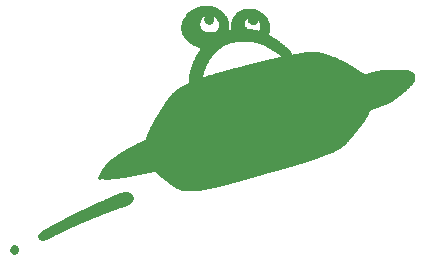
<source format=gto>
%TF.GenerationSoftware,KiCad,Pcbnew,(6.0.0-0)*%
%TF.CreationDate,2022-02-15T14:33:39+00:00*%
%TF.ProjectId,waffles-1u,77616666-6c65-4732-9d31-752e6b696361,rev?*%
%TF.SameCoordinates,Original*%
%TF.FileFunction,Legend,Top*%
%TF.FilePolarity,Positive*%
%FSLAX46Y46*%
G04 Gerber Fmt 4.6, Leading zero omitted, Abs format (unit mm)*
G04 Created by KiCad (PCBNEW (6.0.0-0)) date 2022-02-15 14:33:39*
%MOMM*%
%LPD*%
G01*
G04 APERTURE LIST*
%ADD10C,0.010000*%
G04 APERTURE END LIST*
D10*
%TO.C,Ref\u002A\u002A*%
X118748082Y-113985553D02*
X118840151Y-114052225D01*
X118840151Y-114052225D02*
X118884283Y-114103366D01*
X118884283Y-114103366D02*
X118911741Y-114148678D01*
X118911741Y-114148678D02*
X118916241Y-114165871D01*
X118916241Y-114165871D02*
X118926829Y-114204911D01*
X118926829Y-114204911D02*
X118937407Y-114216509D01*
X118937407Y-114216509D02*
X118960070Y-114253339D01*
X118960070Y-114253339D02*
X118959352Y-114313910D01*
X118959352Y-114313910D02*
X118938456Y-114389020D01*
X118938456Y-114389020D02*
X118900587Y-114469466D01*
X118900587Y-114469466D02*
X118848952Y-114546046D01*
X118848952Y-114546046D02*
X118806553Y-114592217D01*
X118806553Y-114592217D02*
X118751103Y-114639730D01*
X118751103Y-114639730D02*
X118703716Y-114663346D01*
X118703716Y-114663346D02*
X118644679Y-114671116D01*
X118644679Y-114671116D02*
X118612259Y-114671592D01*
X118612259Y-114671592D02*
X118518377Y-114662226D01*
X118518377Y-114662226D02*
X118450995Y-114636102D01*
X118450995Y-114636102D02*
X118449992Y-114635417D01*
X118449992Y-114635417D02*
X118352729Y-114548217D01*
X118352729Y-114548217D02*
X118290356Y-114448126D01*
X118290356Y-114448126D02*
X118264921Y-114340952D01*
X118264921Y-114340952D02*
X118278470Y-114232506D01*
X118278470Y-114232506D02*
X118293995Y-114192749D01*
X118293995Y-114192749D02*
X118362779Y-114084298D01*
X118362779Y-114084298D02*
X118448846Y-114007740D01*
X118448846Y-114007740D02*
X118545929Y-113964689D01*
X118545929Y-113964689D02*
X118647764Y-113956756D01*
X118647764Y-113956756D02*
X118748082Y-113985553D01*
X118748082Y-113985553D02*
X118748082Y-113985553D01*
G36*
X118748082Y-113985553D02*
G01*
X118840151Y-114052225D01*
X118884283Y-114103366D01*
X118911741Y-114148678D01*
X118916241Y-114165871D01*
X118926829Y-114204911D01*
X118937407Y-114216509D01*
X118960070Y-114253339D01*
X118959352Y-114313910D01*
X118938456Y-114389020D01*
X118900587Y-114469466D01*
X118848952Y-114546046D01*
X118806553Y-114592217D01*
X118751103Y-114639730D01*
X118703716Y-114663346D01*
X118644679Y-114671116D01*
X118612259Y-114671592D01*
X118518377Y-114662226D01*
X118450995Y-114636102D01*
X118449992Y-114635417D01*
X118352729Y-114548217D01*
X118290356Y-114448126D01*
X118264921Y-114340952D01*
X118278470Y-114232506D01*
X118293995Y-114192749D01*
X118362779Y-114084298D01*
X118448846Y-114007740D01*
X118545929Y-113964689D01*
X118647764Y-113956756D01*
X118748082Y-113985553D01*
G37*
X118748082Y-113985553D02*
X118840151Y-114052225D01*
X118884283Y-114103366D01*
X118911741Y-114148678D01*
X118916241Y-114165871D01*
X118926829Y-114204911D01*
X118937407Y-114216509D01*
X118960070Y-114253339D01*
X118959352Y-114313910D01*
X118938456Y-114389020D01*
X118900587Y-114469466D01*
X118848952Y-114546046D01*
X118806553Y-114592217D01*
X118751103Y-114639730D01*
X118703716Y-114663346D01*
X118644679Y-114671116D01*
X118612259Y-114671592D01*
X118518377Y-114662226D01*
X118450995Y-114636102D01*
X118449992Y-114635417D01*
X118352729Y-114548217D01*
X118290356Y-114448126D01*
X118264921Y-114340952D01*
X118278470Y-114232506D01*
X118293995Y-114192749D01*
X118362779Y-114084298D01*
X118448846Y-114007740D01*
X118545929Y-113964689D01*
X118647764Y-113956756D01*
X118748082Y-113985553D01*
X134869447Y-93723220D02*
X135004632Y-93725259D01*
X135004632Y-93725259D02*
X135133744Y-93728361D01*
X135133744Y-93728361D02*
X135249872Y-93732460D01*
X135249872Y-93732460D02*
X135346106Y-93737489D01*
X135346106Y-93737489D02*
X135415533Y-93743382D01*
X135415533Y-93743382D02*
X135443796Y-93747823D01*
X135443796Y-93747823D02*
X135494843Y-93766856D01*
X135494843Y-93766856D02*
X135524433Y-93791156D01*
X135524433Y-93791156D02*
X135525436Y-93793325D01*
X135525436Y-93793325D02*
X135552549Y-93814517D01*
X135552549Y-93814517D02*
X135596589Y-93822426D01*
X135596589Y-93822426D02*
X135644232Y-93828647D01*
X135644232Y-93828647D02*
X135668651Y-93841964D01*
X135668651Y-93841964D02*
X135696225Y-93860049D01*
X135696225Y-93860049D02*
X135743983Y-93875395D01*
X135743983Y-93875395D02*
X135788286Y-93889776D01*
X135788286Y-93889776D02*
X135807231Y-93905152D01*
X135807231Y-93905152D02*
X135807241Y-93905441D01*
X135807241Y-93905441D02*
X135824321Y-93924163D01*
X135824321Y-93924163D02*
X135867125Y-93951694D01*
X135867125Y-93951694D02*
X135886293Y-93961967D01*
X135886293Y-93961967D02*
X135943439Y-93993950D01*
X135943439Y-93993950D02*
X135986858Y-94023066D01*
X135986858Y-94023066D02*
X135993638Y-94028801D01*
X135993638Y-94028801D02*
X136026705Y-94051508D01*
X136026705Y-94051508D02*
X136039922Y-94055259D01*
X136039922Y-94055259D02*
X136071795Y-94071171D01*
X136071795Y-94071171D02*
X136122897Y-94114378D01*
X136122897Y-94114378D02*
X136187355Y-94178088D01*
X136187355Y-94178088D02*
X136259294Y-94255507D01*
X136259294Y-94255507D02*
X136332843Y-94339842D01*
X136332843Y-94339842D02*
X136402129Y-94424299D01*
X136402129Y-94424299D02*
X136461278Y-94502086D01*
X136461278Y-94502086D02*
X136504417Y-94566409D01*
X136504417Y-94566409D02*
X136525674Y-94610475D01*
X136525674Y-94610475D02*
X136526907Y-94618545D01*
X136526907Y-94618545D02*
X136538895Y-94647868D01*
X136538895Y-94647868D02*
X136544474Y-94651453D01*
X136544474Y-94651453D02*
X136567880Y-94677377D01*
X136567880Y-94677377D02*
X136597227Y-94731799D01*
X136597227Y-94731799D02*
X136627526Y-94802320D01*
X136627526Y-94802320D02*
X136653793Y-94876540D01*
X136653793Y-94876540D02*
X136671039Y-94942058D01*
X136671039Y-94942058D02*
X136675074Y-94976210D01*
X136675074Y-94976210D02*
X136683473Y-95036584D01*
X136683473Y-95036584D02*
X136703981Y-95081715D01*
X136703981Y-95081715D02*
X136706824Y-95084866D01*
X136706824Y-95084866D02*
X136723035Y-95122767D01*
X136723035Y-95122767D02*
X136734028Y-95191156D01*
X136734028Y-95191156D02*
X136739786Y-95278508D01*
X136739786Y-95278508D02*
X136740295Y-95373298D01*
X136740295Y-95373298D02*
X136735539Y-95464003D01*
X136735539Y-95464003D02*
X136725503Y-95539097D01*
X136725503Y-95539097D02*
X136710172Y-95587056D01*
X136710172Y-95587056D02*
X136707497Y-95591088D01*
X136707497Y-95591088D02*
X136682389Y-95645329D01*
X136682389Y-95645329D02*
X136675747Y-95685573D01*
X136675747Y-95685573D02*
X136677231Y-95714446D01*
X136677231Y-95714446D02*
X136689046Y-95729243D01*
X136689046Y-95729243D02*
X136720841Y-95732931D01*
X136720841Y-95732931D02*
X136782264Y-95728478D01*
X136782264Y-95728478D02*
X136807366Y-95726052D01*
X136807366Y-95726052D02*
X136903603Y-95715147D01*
X136903603Y-95715147D02*
X136964566Y-95701450D01*
X136964566Y-95701450D02*
X136997223Y-95679445D01*
X136997223Y-95679445D02*
X137008546Y-95643616D01*
X137008546Y-95643616D02*
X137005504Y-95588448D01*
X137005504Y-95588448D02*
X137003317Y-95570996D01*
X137003317Y-95570996D02*
X136993077Y-95451243D01*
X136993077Y-95451243D02*
X136989538Y-95312858D01*
X136989538Y-95312858D02*
X136992555Y-95173492D01*
X136992555Y-95173492D02*
X136994084Y-95153582D01*
X136994084Y-95153582D02*
X138029741Y-95153582D01*
X138029741Y-95153582D02*
X138036694Y-95233998D01*
X138036694Y-95233998D02*
X138061881Y-95307567D01*
X138061881Y-95307567D02*
X138097698Y-95372566D01*
X138097698Y-95372566D02*
X138136039Y-95432366D01*
X138136039Y-95432366D02*
X138167228Y-95475517D01*
X138167228Y-95475517D02*
X138182364Y-95491064D01*
X138182364Y-95491064D02*
X138198977Y-95515174D01*
X138198977Y-95515174D02*
X138199074Y-95517281D01*
X138199074Y-95517281D02*
X138211604Y-95546342D01*
X138211604Y-95546342D02*
X138235528Y-95579017D01*
X138235528Y-95579017D02*
X138266000Y-95603938D01*
X138266000Y-95603938D02*
X138311083Y-95617045D01*
X138311083Y-95617045D02*
X138383154Y-95621472D01*
X138383154Y-95621472D02*
X138403612Y-95621592D01*
X138403612Y-95621592D02*
X138474579Y-95624756D01*
X138474579Y-95624756D02*
X138527326Y-95632988D01*
X138527326Y-95632988D02*
X138548324Y-95642759D01*
X138548324Y-95642759D02*
X138575556Y-95655252D01*
X138575556Y-95655252D02*
X138629744Y-95662852D01*
X138629744Y-95662852D02*
X138661944Y-95663926D01*
X138661944Y-95663926D02*
X138731958Y-95670388D01*
X138731958Y-95670388D02*
X138789028Y-95686720D01*
X138789028Y-95686720D02*
X138803570Y-95695002D01*
X138803570Y-95695002D02*
X138852955Y-95714763D01*
X138852955Y-95714763D02*
X138929997Y-95725566D01*
X138929997Y-95725566D02*
X138965116Y-95726752D01*
X138965116Y-95726752D02*
X139032946Y-95730568D01*
X139032946Y-95730568D02*
X139082201Y-95739716D01*
X139082201Y-95739716D02*
X139098657Y-95748592D01*
X139098657Y-95748592D02*
X139127312Y-95763924D01*
X139127312Y-95763924D02*
X139173155Y-95769759D01*
X139173155Y-95769759D02*
X139227434Y-95779888D01*
X139227434Y-95779888D02*
X139261864Y-95800704D01*
X139261864Y-95800704D02*
X139295958Y-95828982D01*
X139295958Y-95828982D02*
X139322761Y-95819441D01*
X139322761Y-95819441D02*
X139344498Y-95785634D01*
X139344498Y-95785634D02*
X139372639Y-95743007D01*
X139372639Y-95743007D02*
X139392868Y-95722852D01*
X139392868Y-95722852D02*
X139401994Y-95696567D01*
X139401994Y-95696567D02*
X139408640Y-95637619D01*
X139408640Y-95637619D02*
X139412839Y-95555604D01*
X139412839Y-95555604D02*
X139414627Y-95460117D01*
X139414627Y-95460117D02*
X139414039Y-95360753D01*
X139414039Y-95360753D02*
X139411110Y-95267108D01*
X139411110Y-95267108D02*
X139405874Y-95188777D01*
X139405874Y-95188777D02*
X139398368Y-95135357D01*
X139398368Y-95135357D02*
X139390653Y-95116938D01*
X139390653Y-95116938D02*
X139367584Y-95087157D01*
X139367584Y-95087157D02*
X139354084Y-95055384D01*
X139354084Y-95055384D02*
X139335251Y-95018458D01*
X139335251Y-95018458D02*
X139319481Y-95007759D01*
X139319481Y-95007759D02*
X139303103Y-94990136D01*
X139303103Y-94990136D02*
X139299741Y-94968017D01*
X139299741Y-94968017D02*
X139285476Y-94921816D01*
X139285476Y-94921816D02*
X139271163Y-94904559D01*
X139271163Y-94904559D02*
X139250313Y-94897843D01*
X139250313Y-94897843D02*
X139229605Y-94919759D01*
X139229605Y-94919759D02*
X139203862Y-94974746D01*
X139203862Y-94974746D02*
X139147255Y-95068812D01*
X139147255Y-95068812D02*
X139065712Y-95150012D01*
X139065712Y-95150012D02*
X138971651Y-95207826D01*
X138971651Y-95207826D02*
X138903710Y-95228972D01*
X138903710Y-95228972D02*
X138771268Y-95237205D01*
X138771268Y-95237205D02*
X138658815Y-95211362D01*
X138658815Y-95211362D02*
X138558400Y-95149173D01*
X138558400Y-95149173D02*
X138527865Y-95121569D01*
X138527865Y-95121569D02*
X138477328Y-95066107D01*
X138477328Y-95066107D02*
X138442563Y-95015828D01*
X138442563Y-95015828D02*
X138431907Y-94986282D01*
X138431907Y-94986282D02*
X138422985Y-94952056D01*
X138422985Y-94952056D02*
X138410741Y-94944259D01*
X138410741Y-94944259D02*
X138397527Y-94925635D01*
X138397527Y-94925635D02*
X138390952Y-94878806D01*
X138390952Y-94878806D02*
X138390776Y-94817339D01*
X138390776Y-94817339D02*
X138396758Y-94754799D01*
X138396758Y-94754799D02*
X138408658Y-94704754D01*
X138408658Y-94704754D02*
X138415231Y-94690934D01*
X138415231Y-94690934D02*
X138432296Y-94650584D01*
X138432296Y-94650584D02*
X138419918Y-94636262D01*
X138419918Y-94636262D02*
X138382409Y-94648453D01*
X138382409Y-94648453D02*
X138331942Y-94681574D01*
X138331942Y-94681574D02*
X138231691Y-94761269D01*
X138231691Y-94761269D02*
X138167302Y-94820981D01*
X138167302Y-94820981D02*
X138137824Y-94861634D01*
X138137824Y-94861634D02*
X138135574Y-94871910D01*
X138135574Y-94871910D02*
X138124955Y-94901616D01*
X138124955Y-94901616D02*
X138119699Y-94905453D01*
X138119699Y-94905453D02*
X138087752Y-94938435D01*
X138087752Y-94938435D02*
X138058793Y-94999980D01*
X138058793Y-94999980D02*
X138037798Y-95076366D01*
X138037798Y-95076366D02*
X138029741Y-95153582D01*
X138029741Y-95153582D02*
X136994084Y-95153582D01*
X136994084Y-95153582D02*
X137001983Y-95050798D01*
X137001983Y-95050798D02*
X137007940Y-95007759D01*
X137007940Y-95007759D02*
X137026368Y-94920687D01*
X137026368Y-94920687D02*
X137049904Y-94843038D01*
X137049904Y-94843038D02*
X137074859Y-94784658D01*
X137074859Y-94784658D02*
X137097547Y-94755394D01*
X137097547Y-94755394D02*
X137103048Y-94753759D01*
X137103048Y-94753759D02*
X137117755Y-94736192D01*
X137117755Y-94736192D02*
X137120979Y-94716717D01*
X137120979Y-94716717D02*
X137134090Y-94680150D01*
X137134090Y-94680150D02*
X137166337Y-94625390D01*
X137166337Y-94625390D02*
X137195564Y-94584426D01*
X137195564Y-94584426D02*
X137238270Y-94525615D01*
X137238270Y-94525615D02*
X137270025Y-94475989D01*
X137270025Y-94475989D02*
X137280609Y-94454756D01*
X137280609Y-94454756D02*
X137307316Y-94419249D01*
X137307316Y-94419249D02*
X137343607Y-94392971D01*
X137343607Y-94392971D02*
X137381476Y-94363412D01*
X137381476Y-94363412D02*
X137394741Y-94337432D01*
X137394741Y-94337432D02*
X137411574Y-94312001D01*
X137411574Y-94312001D02*
X137424226Y-94309259D01*
X137424226Y-94309259D02*
X137456902Y-94292185D01*
X137456902Y-94292185D02*
X137465895Y-94277509D01*
X137465895Y-94277509D02*
X137489356Y-94249439D01*
X137489356Y-94249439D02*
X137501836Y-94245759D01*
X137501836Y-94245759D02*
X137530203Y-94232895D01*
X137530203Y-94232895D02*
X137577383Y-94199888D01*
X137577383Y-94199888D02*
X137612144Y-94171675D01*
X137612144Y-94171675D02*
X137665076Y-94130057D01*
X137665076Y-94130057D02*
X137707534Y-94103180D01*
X137707534Y-94103180D02*
X137723481Y-94097592D01*
X137723481Y-94097592D02*
X137755197Y-94088238D01*
X137755197Y-94088238D02*
X137809169Y-94064314D01*
X137809169Y-94064314D02*
X137846337Y-94045449D01*
X137846337Y-94045449D02*
X137929104Y-94010455D01*
X137929104Y-94010455D02*
X138020448Y-93984528D01*
X138020448Y-93984528D02*
X138051048Y-93979159D01*
X138051048Y-93979159D02*
X138114278Y-93967700D01*
X138114278Y-93967700D02*
X138158134Y-93954040D01*
X138158134Y-93954040D02*
X138169048Y-93946636D01*
X138169048Y-93946636D02*
X138193511Y-93939670D01*
X138193511Y-93939670D02*
X138251163Y-93934404D01*
X138251163Y-93934404D02*
X138332896Y-93930834D01*
X138332896Y-93930834D02*
X138429600Y-93928955D01*
X138429600Y-93928955D02*
X138532167Y-93928763D01*
X138532167Y-93928763D02*
X138631486Y-93930254D01*
X138631486Y-93930254D02*
X138718449Y-93933422D01*
X138718449Y-93933422D02*
X138783946Y-93938264D01*
X138783946Y-93938264D02*
X138818868Y-93944775D01*
X138818868Y-93944775D02*
X138821962Y-93946952D01*
X138821962Y-93946952D02*
X138847820Y-93959696D01*
X138847820Y-93959696D02*
X138902207Y-93972756D01*
X138902207Y-93972756D02*
X138950211Y-93980225D01*
X138950211Y-93980225D02*
X139013969Y-93991404D01*
X139013969Y-93991404D02*
X139056355Y-94004991D01*
X139056355Y-94004991D02*
X139066907Y-94014449D01*
X139066907Y-94014449D02*
X139084959Y-94029453D01*
X139084959Y-94029453D02*
X139117559Y-94034092D01*
X139117559Y-94034092D02*
X139161455Y-94045915D01*
X139161455Y-94045915D02*
X139180395Y-94065842D01*
X139180395Y-94065842D02*
X139206865Y-94093970D01*
X139206865Y-94093970D02*
X139221741Y-94097592D01*
X139221741Y-94097592D02*
X139259239Y-94106252D01*
X139259239Y-94106252D02*
X139308957Y-94127021D01*
X139308957Y-94127021D02*
X139355214Y-94152089D01*
X139355214Y-94152089D02*
X139382331Y-94173641D01*
X139382331Y-94173641D02*
X139384407Y-94178642D01*
X139384407Y-94178642D02*
X139401674Y-94196119D01*
X139401674Y-94196119D02*
X139443734Y-94219310D01*
X139443734Y-94219310D02*
X139448612Y-94221511D01*
X139448612Y-94221511D02*
X139505269Y-94254479D01*
X139505269Y-94254479D02*
X139567794Y-94301824D01*
X139567794Y-94301824D02*
X139584475Y-94316637D01*
X139584475Y-94316637D02*
X139637411Y-94365346D01*
X139637411Y-94365346D02*
X139683634Y-94406953D01*
X139683634Y-94406953D02*
X139694895Y-94416816D01*
X139694895Y-94416816D02*
X139763749Y-94484647D01*
X139763749Y-94484647D02*
X139835361Y-94568157D01*
X139835361Y-94568157D02*
X139893678Y-94648317D01*
X139893678Y-94648317D02*
X139903240Y-94663801D01*
X139903240Y-94663801D02*
X139933394Y-94708340D01*
X139933394Y-94708340D02*
X139956661Y-94731613D01*
X139956661Y-94731613D02*
X139959942Y-94732592D01*
X139959942Y-94732592D02*
X139976620Y-94750062D01*
X139976620Y-94750062D02*
X140001781Y-94793289D01*
X140001781Y-94793289D02*
X140028764Y-94848497D01*
X140028764Y-94848497D02*
X140050907Y-94901911D01*
X140050907Y-94901911D02*
X140061548Y-94939757D01*
X140061548Y-94939757D02*
X140061741Y-94943098D01*
X140061741Y-94943098D02*
X140077156Y-94964583D01*
X140077156Y-94964583D02*
X140082907Y-94965426D01*
X140082907Y-94965426D02*
X140102088Y-94982389D01*
X140102088Y-94982389D02*
X140104074Y-94994756D01*
X140104074Y-94994756D02*
X140113368Y-95033298D01*
X140113368Y-95033298D02*
X140135693Y-95084714D01*
X140135693Y-95084714D02*
X140159127Y-95151777D01*
X140159127Y-95151777D02*
X140167443Y-95212885D01*
X140167443Y-95212885D02*
X140173567Y-95263717D01*
X140173567Y-95263717D02*
X140188177Y-95293137D01*
X140188177Y-95293137D02*
X140188741Y-95293509D01*
X140188741Y-95293509D02*
X140200854Y-95321907D01*
X140200854Y-95321907D02*
X140208296Y-95382707D01*
X140208296Y-95382707D02*
X140211325Y-95466266D01*
X140211325Y-95466266D02*
X140210197Y-95562941D01*
X140210197Y-95562941D02*
X140205169Y-95663088D01*
X140205169Y-95663088D02*
X140196496Y-95757064D01*
X140196496Y-95757064D02*
X140184436Y-95835225D01*
X140184436Y-95835225D02*
X140173189Y-95878043D01*
X140173189Y-95878043D02*
X140149613Y-95936405D01*
X140149613Y-95936405D02*
X140129003Y-95973891D01*
X140129003Y-95973891D02*
X140120272Y-95981426D01*
X140120272Y-95981426D02*
X140104889Y-95998009D01*
X140104889Y-95998009D02*
X140104074Y-96005550D01*
X140104074Y-96005550D02*
X140088704Y-96036695D01*
X140088704Y-96036695D02*
X140068885Y-96055406D01*
X140068885Y-96055406D02*
X140045523Y-96091820D01*
X140045523Y-96091820D02*
X140054906Y-96128931D01*
X140054906Y-96128931D02*
X140091225Y-96149958D01*
X140091225Y-96149958D02*
X140101898Y-96150759D01*
X140101898Y-96150759D02*
X140151265Y-96163757D01*
X140151265Y-96163757D02*
X140171354Y-96177268D01*
X140171354Y-96177268D02*
X140207162Y-96202941D01*
X140207162Y-96202941D02*
X140263114Y-96235276D01*
X140263114Y-96235276D02*
X140283991Y-96246060D01*
X140283991Y-96246060D02*
X140337553Y-96273903D01*
X140337553Y-96273903D02*
X140373117Y-96294420D01*
X140373117Y-96294420D02*
X140379241Y-96298926D01*
X140379241Y-96298926D02*
X140417236Y-96327161D01*
X140417236Y-96327161D02*
X140470767Y-96357952D01*
X140470767Y-96357952D02*
X140511532Y-96376092D01*
X140511532Y-96376092D02*
X140542782Y-96395274D01*
X140542782Y-96395274D02*
X140548574Y-96407228D01*
X140548574Y-96407228D02*
X140566256Y-96422612D01*
X140566256Y-96422612D02*
X140589371Y-96425925D01*
X140589371Y-96425925D02*
X140630622Y-96441605D01*
X140630622Y-96441605D02*
X140671792Y-96478842D01*
X140671792Y-96478842D02*
X140711324Y-96516182D01*
X140711324Y-96516182D02*
X140748012Y-96531759D01*
X140748012Y-96531759D02*
X140748076Y-96531759D01*
X140748076Y-96531759D02*
X140785124Y-96548611D01*
X140785124Y-96548611D02*
X140794919Y-96563509D01*
X140794919Y-96563509D02*
X140817515Y-96591560D01*
X140817515Y-96591560D02*
X140829299Y-96595259D01*
X140829299Y-96595259D02*
X140858925Y-96607181D01*
X140858925Y-96607181D02*
X140905589Y-96636907D01*
X140905589Y-96636907D02*
X140920872Y-96648176D01*
X140920872Y-96648176D02*
X140968366Y-96681411D01*
X140968366Y-96681411D02*
X141002261Y-96699801D01*
X141002261Y-96699801D02*
X141007804Y-96701092D01*
X141007804Y-96701092D02*
X141031584Y-96716367D01*
X141031584Y-96716367D02*
X141064482Y-96753191D01*
X141064482Y-96753191D02*
X141065098Y-96754009D01*
X141065098Y-96754009D02*
X141099955Y-96791386D01*
X141099955Y-96791386D02*
X141128206Y-96807254D01*
X141128206Y-96807254D02*
X141128330Y-96807256D01*
X141128330Y-96807256D02*
X141155758Y-96820542D01*
X141155758Y-96820542D02*
X141202814Y-96854644D01*
X141202814Y-96854644D02*
X141247074Y-96891592D01*
X141247074Y-96891592D02*
X141300223Y-96936368D01*
X141300223Y-96936368D02*
X141341095Y-96966972D01*
X141341095Y-96966972D02*
X141358092Y-96975928D01*
X141358092Y-96975928D02*
X141379939Y-96989884D01*
X141379939Y-96989884D02*
X141422649Y-97026312D01*
X141422649Y-97026312D02*
X141477322Y-97077579D01*
X141477322Y-97077579D02*
X141481944Y-97082092D01*
X141481944Y-97082092D02*
X141536108Y-97134000D01*
X141536108Y-97134000D02*
X141577687Y-97171743D01*
X141577687Y-97171743D02*
X141598368Y-97187801D01*
X141598368Y-97187801D02*
X141598928Y-97187926D01*
X141598928Y-97187926D02*
X141617949Y-97201936D01*
X141617949Y-97201936D02*
X141656861Y-97237953D01*
X141656861Y-97237953D02*
X141706757Y-97286952D01*
X141706757Y-97286952D02*
X141758729Y-97339909D01*
X141758729Y-97339909D02*
X141803871Y-97387802D01*
X141803871Y-97387802D02*
X141833277Y-97421606D01*
X141833277Y-97421606D02*
X141839741Y-97431893D01*
X141839741Y-97431893D02*
X141853712Y-97452981D01*
X141853712Y-97452981D02*
X141887834Y-97488469D01*
X141887834Y-97488469D02*
X141892657Y-97492988D01*
X141892657Y-97492988D02*
X141928475Y-97530155D01*
X141928475Y-97530155D02*
X141945376Y-97555512D01*
X141945376Y-97555512D02*
X141945574Y-97556990D01*
X141945574Y-97556990D02*
X141958088Y-97583643D01*
X141958088Y-97583643D02*
X141972032Y-97601453D01*
X141972032Y-97601453D02*
X142019199Y-97656416D01*
X142019199Y-97656416D02*
X142043267Y-97692576D01*
X142043267Y-97692576D02*
X142051153Y-97720978D01*
X142051153Y-97720978D02*
X142051407Y-97728174D01*
X142051407Y-97728174D02*
X142061963Y-97778225D01*
X142061963Y-97778225D02*
X142087581Y-97819141D01*
X142087581Y-97819141D02*
X142119185Y-97843051D01*
X142119185Y-97843051D02*
X142147702Y-97842088D01*
X142147702Y-97842088D02*
X142160768Y-97823002D01*
X142160768Y-97823002D02*
X142184517Y-97809826D01*
X142184517Y-97809826D02*
X142242989Y-97794494D01*
X142242989Y-97794494D02*
X142328720Y-97778341D01*
X142328720Y-97778341D02*
X142434245Y-97762703D01*
X142434245Y-97762703D02*
X142552098Y-97748914D01*
X142552098Y-97748914D02*
X142601366Y-97744184D01*
X142601366Y-97744184D02*
X142674869Y-97732994D01*
X142674869Y-97732994D02*
X142736155Y-97715739D01*
X142736155Y-97715739D02*
X142759534Y-97704265D01*
X142759534Y-97704265D02*
X142809471Y-97684000D01*
X142809471Y-97684000D02*
X142873599Y-97674808D01*
X142873599Y-97674808D02*
X142878089Y-97674759D01*
X142878089Y-97674759D02*
X142932973Y-97670709D01*
X142932973Y-97670709D02*
X142967892Y-97660772D01*
X142967892Y-97660772D02*
X142970312Y-97658884D01*
X142970312Y-97658884D02*
X143000351Y-97647183D01*
X143000351Y-97647183D02*
X143064916Y-97633339D01*
X143064916Y-97633339D02*
X143156325Y-97618432D01*
X143156325Y-97618432D02*
X143266892Y-97603547D01*
X143266892Y-97603547D02*
X143388934Y-97589766D01*
X143388934Y-97589766D02*
X143514767Y-97578171D01*
X143514767Y-97578171D02*
X143575407Y-97573621D01*
X143575407Y-97573621D02*
X143854955Y-97566748D01*
X143854955Y-97566748D02*
X144132376Y-97583229D01*
X144132376Y-97583229D02*
X144379741Y-97619955D01*
X144379741Y-97619955D02*
X144470671Y-97638107D01*
X144470671Y-97638107D02*
X144553058Y-97654471D01*
X144553058Y-97654471D02*
X144612470Y-97666184D01*
X144612470Y-97666184D02*
X144623157Y-97668266D01*
X144623157Y-97668266D02*
X144684383Y-97687064D01*
X144684383Y-97687064D02*
X144728409Y-97709414D01*
X144728409Y-97709414D02*
X144779111Y-97732686D01*
X144779111Y-97732686D02*
X144811572Y-97738259D01*
X144811572Y-97738259D02*
X144873100Y-97747144D01*
X144873100Y-97747144D02*
X144954377Y-97770221D01*
X144954377Y-97770221D02*
X145037609Y-97802120D01*
X145037609Y-97802120D02*
X145064081Y-97814460D01*
X145064081Y-97814460D02*
X145120075Y-97835896D01*
X145120075Y-97835896D02*
X145164623Y-97844092D01*
X145164623Y-97844092D02*
X145198093Y-97852126D01*
X145198093Y-97852126D02*
X145205241Y-97862554D01*
X145205241Y-97862554D02*
X145223949Y-97877032D01*
X145223949Y-97877032D02*
X145270766Y-97890977D01*
X145270766Y-97890977D02*
X145290832Y-97894702D01*
X145290832Y-97894702D02*
X145354895Y-97908109D01*
X145354895Y-97908109D02*
X145405248Y-97923989D01*
X145405248Y-97923989D02*
X145412540Y-97927377D01*
X145412540Y-97927377D02*
X145454705Y-97947278D01*
X145454705Y-97947278D02*
X145515189Y-97973430D01*
X145515189Y-97973430D02*
X145533324Y-97980921D01*
X145533324Y-97980921D02*
X145595416Y-98007437D01*
X145595416Y-98007437D02*
X145645505Y-98030802D01*
X145645505Y-98030802D02*
X145654745Y-98035618D01*
X145654745Y-98035618D02*
X145707041Y-98053134D01*
X145707041Y-98053134D02*
X145731528Y-98055759D01*
X145731528Y-98055759D02*
X145778560Y-98071144D01*
X145778560Y-98071144D02*
X145797907Y-98087509D01*
X145797907Y-98087509D02*
X145834097Y-98114414D01*
X145834097Y-98114414D02*
X145853703Y-98119259D01*
X145853703Y-98119259D02*
X145897412Y-98128237D01*
X145897412Y-98128237D02*
X145919903Y-98137311D01*
X145919903Y-98137311D02*
X145963786Y-98157729D01*
X145963786Y-98157729D02*
X146022789Y-98183930D01*
X146022789Y-98183930D02*
X146030741Y-98187378D01*
X146030741Y-98187378D02*
X146144702Y-98238257D01*
X146144702Y-98238257D02*
X146226058Y-98278163D01*
X146226058Y-98278163D02*
X146272015Y-98305674D01*
X146272015Y-98305674D02*
X146281213Y-98315051D01*
X146281213Y-98315051D02*
X146305568Y-98329394D01*
X146305568Y-98329394D02*
X146319667Y-98330926D01*
X146319667Y-98330926D02*
X146355530Y-98343062D01*
X146355530Y-98343062D02*
X146405927Y-98373256D01*
X146405927Y-98373256D02*
X146420442Y-98383842D01*
X146420442Y-98383842D02*
X146470633Y-98417357D01*
X146470633Y-98417357D02*
X146510154Y-98435627D01*
X146510154Y-98435627D02*
X146517284Y-98436759D01*
X146517284Y-98436759D02*
X146547576Y-98447471D01*
X146547576Y-98447471D02*
X146602092Y-98475735D01*
X146602092Y-98475735D02*
X146669751Y-98515744D01*
X146669751Y-98515744D02*
X146678809Y-98521426D01*
X146678809Y-98521426D02*
X146745576Y-98562281D01*
X146745576Y-98562281D02*
X146798617Y-98592318D01*
X146798617Y-98592318D02*
X146827798Y-98605840D01*
X146827798Y-98605840D02*
X146829480Y-98606092D01*
X146829480Y-98606092D02*
X146854572Y-98619230D01*
X146854572Y-98619230D02*
X146894986Y-98651584D01*
X146894986Y-98651584D02*
X146903158Y-98659009D01*
X146903158Y-98659009D02*
X146947380Y-98694069D01*
X146947380Y-98694069D02*
X146981930Y-98711499D01*
X146981930Y-98711499D02*
X146985610Y-98711926D01*
X146985610Y-98711926D02*
X147017386Y-98723921D01*
X147017386Y-98723921D02*
X147065348Y-98753809D01*
X147065348Y-98753809D02*
X147080372Y-98764842D01*
X147080372Y-98764842D02*
X147132156Y-98798519D01*
X147132156Y-98798519D02*
X147174991Y-98816715D01*
X147174991Y-98816715D02*
X147182912Y-98817759D01*
X147182912Y-98817759D02*
X147211985Y-98828033D01*
X147211985Y-98828033D02*
X147216074Y-98837499D01*
X147216074Y-98837499D02*
X147233649Y-98858560D01*
X147233649Y-98858560D02*
X147262151Y-98871864D01*
X147262151Y-98871864D02*
X147309899Y-98896498D01*
X147309899Y-98896498D02*
X147361272Y-98935680D01*
X147361272Y-98935680D02*
X147362476Y-98936790D01*
X147362476Y-98936790D02*
X147406967Y-98970933D01*
X147406967Y-98970933D02*
X147442917Y-98986927D01*
X147442917Y-98986927D02*
X147445423Y-98987092D01*
X147445423Y-98987092D02*
X147480347Y-98998675D01*
X147480347Y-98998675D02*
X147530032Y-99027277D01*
X147530032Y-99027277D02*
X147540801Y-99034717D01*
X147540801Y-99034717D02*
X147607691Y-99078777D01*
X147607691Y-99078777D02*
X147678425Y-99120299D01*
X147678425Y-99120299D02*
X147681652Y-99122036D01*
X147681652Y-99122036D02*
X147731514Y-99150477D01*
X147731514Y-99150477D02*
X147763033Y-99171708D01*
X147763033Y-99171708D02*
X147766407Y-99174953D01*
X147766407Y-99174953D02*
X147802081Y-99203133D01*
X147802081Y-99203133D02*
X147871466Y-99243198D01*
X147871466Y-99243198D02*
X147951616Y-99283581D01*
X147951616Y-99283581D02*
X148004594Y-99312266D01*
X148004594Y-99312266D02*
X148036919Y-99335980D01*
X148036919Y-99335980D02*
X148041574Y-99343504D01*
X148041574Y-99343504D02*
X148059289Y-99361189D01*
X148059289Y-99361189D02*
X148103207Y-99384103D01*
X148103207Y-99384103D02*
X148116676Y-99389659D01*
X148116676Y-99389659D02*
X148172159Y-99416092D01*
X148172159Y-99416092D02*
X148211009Y-99442795D01*
X148211009Y-99442795D02*
X148214518Y-99446526D01*
X148214518Y-99446526D02*
X148252441Y-99466105D01*
X148252441Y-99466105D02*
X148309713Y-99473375D01*
X148309713Y-99473375D02*
X148364919Y-99467435D01*
X148364919Y-99467435D02*
X148391882Y-99453973D01*
X148391882Y-99453973D02*
X148427442Y-99435163D01*
X148427442Y-99435163D02*
X148492680Y-99413948D01*
X148492680Y-99413948D02*
X148575328Y-99393640D01*
X148575328Y-99393640D02*
X148663119Y-99377554D01*
X148663119Y-99377554D02*
X148687157Y-99374232D01*
X148687157Y-99374232D02*
X148749720Y-99360854D01*
X148749720Y-99360854D02*
X148797189Y-99341356D01*
X148797189Y-99341356D02*
X148803574Y-99336813D01*
X148803574Y-99336813D02*
X148849223Y-99311133D01*
X148849223Y-99311133D02*
X148888241Y-99298302D01*
X148888241Y-99298302D02*
X148936283Y-99286957D01*
X148936283Y-99286957D02*
X149008556Y-99269212D01*
X149008556Y-99269212D02*
X149078741Y-99251603D01*
X149078741Y-99251603D02*
X149168034Y-99231012D01*
X149168034Y-99231012D02*
X149257132Y-99213722D01*
X149257132Y-99213722D02*
X149311574Y-99205468D01*
X149311574Y-99205468D02*
X149374631Y-99194604D01*
X149374631Y-99194604D02*
X149420765Y-99180565D01*
X149420765Y-99180565D02*
X149430426Y-99175100D01*
X149430426Y-99175100D02*
X149459966Y-99167505D01*
X149459966Y-99167505D02*
X149528052Y-99159433D01*
X149528052Y-99159433D02*
X149630898Y-99151069D01*
X149630898Y-99151069D02*
X149764721Y-99142596D01*
X149764721Y-99142596D02*
X149925738Y-99134198D01*
X149925738Y-99134198D02*
X150110165Y-99126060D01*
X150110165Y-99126060D02*
X150314218Y-99118364D01*
X150314218Y-99118364D02*
X150534115Y-99111294D01*
X150534115Y-99111294D02*
X150766070Y-99105036D01*
X150766070Y-99105036D02*
X150962574Y-99100638D01*
X150962574Y-99100638D02*
X151151704Y-99097232D01*
X151151704Y-99097232D02*
X151305042Y-99095623D01*
X151305042Y-99095623D02*
X151429101Y-99095990D01*
X151429101Y-99095990D02*
X151530392Y-99098516D01*
X151530392Y-99098516D02*
X151615426Y-99103379D01*
X151615426Y-99103379D02*
X151690715Y-99110761D01*
X151690715Y-99110761D02*
X151762770Y-99120841D01*
X151762770Y-99120841D02*
X151777491Y-99123218D01*
X151777491Y-99123218D02*
X151866885Y-99139703D01*
X151866885Y-99139703D02*
X151939086Y-99156379D01*
X151939086Y-99156379D02*
X151984872Y-99170921D01*
X151984872Y-99170921D02*
X151996213Y-99178398D01*
X151996213Y-99178398D02*
X152020335Y-99194973D01*
X152020335Y-99194973D02*
X152049129Y-99199432D01*
X152049129Y-99199432D02*
X152102870Y-99212685D01*
X152102870Y-99212685D02*
X152136078Y-99231182D01*
X152136078Y-99231182D02*
X152179768Y-99255683D01*
X152179768Y-99255683D02*
X152206381Y-99262259D01*
X152206381Y-99262259D02*
X152245953Y-99276134D01*
X152245953Y-99276134D02*
X152262092Y-99288717D01*
X152262092Y-99288717D02*
X152294299Y-99317629D01*
X152294299Y-99317629D02*
X152344278Y-99359351D01*
X152344278Y-99359351D02*
X152366413Y-99377190D01*
X152366413Y-99377190D02*
X152412990Y-99421767D01*
X152412990Y-99421767D02*
X152440793Y-99462785D01*
X152440793Y-99462785D02*
X152444241Y-99476483D01*
X152444241Y-99476483D02*
X152454904Y-99515405D01*
X152454904Y-99515405D02*
X152465407Y-99526842D01*
X152465407Y-99526842D02*
X152475346Y-99552796D01*
X152475346Y-99552796D02*
X152482781Y-99609946D01*
X152482781Y-99609946D02*
X152486412Y-99687174D01*
X152486412Y-99687174D02*
X152486574Y-99708008D01*
X152486574Y-99708008D02*
X152484081Y-99791415D01*
X152484081Y-99791415D02*
X152477283Y-99849972D01*
X152477283Y-99849972D02*
X152467198Y-99875590D01*
X152467198Y-99875590D02*
X152465407Y-99876092D01*
X152465407Y-99876092D02*
X152449833Y-99894299D01*
X152449833Y-99894299D02*
X152444241Y-99932191D01*
X152444241Y-99932191D02*
X152435895Y-99977958D01*
X152435895Y-99977958D02*
X152414557Y-100040192D01*
X152414557Y-100040192D02*
X152385770Y-100106855D01*
X152385770Y-100106855D02*
X152355081Y-100165908D01*
X152355081Y-100165908D02*
X152328037Y-100205312D01*
X152328037Y-100205312D02*
X152314075Y-100214759D01*
X152314075Y-100214759D02*
X152292006Y-100232010D01*
X152292006Y-100232010D02*
X152279348Y-100256285D01*
X152279348Y-100256285D02*
X152257304Y-100290161D01*
X152257304Y-100290161D02*
X152211083Y-100345574D01*
X152211083Y-100345574D02*
X152147579Y-100415308D01*
X152147579Y-100415308D02*
X152073686Y-100492149D01*
X152073686Y-100492149D02*
X151996298Y-100568881D01*
X151996298Y-100568881D02*
X151922309Y-100638287D01*
X151922309Y-100638287D02*
X151874114Y-100680426D01*
X151874114Y-100680426D02*
X151809786Y-100735738D01*
X151809786Y-100735738D02*
X151747953Y-100791194D01*
X151747953Y-100791194D02*
X151724977Y-100812717D01*
X151724977Y-100812717D02*
X151683440Y-100849678D01*
X151683440Y-100849678D02*
X151655013Y-100869732D01*
X151655013Y-100869732D02*
X151651108Y-100870926D01*
X151651108Y-100870926D02*
X151628781Y-100884705D01*
X151628781Y-100884705D02*
X151592944Y-100918038D01*
X151592944Y-100918038D02*
X151591271Y-100919782D01*
X151591271Y-100919782D02*
X151544958Y-100962535D01*
X151544958Y-100962535D02*
X151483725Y-101012161D01*
X151483725Y-101012161D02*
X151459991Y-101029847D01*
X151459991Y-101029847D02*
X151398905Y-101077423D01*
X151398905Y-101077423D02*
X151345345Y-101124731D01*
X151345345Y-101124731D02*
X151330528Y-101139741D01*
X151330528Y-101139741D02*
X151292923Y-101174037D01*
X151292923Y-101174037D02*
X151265130Y-101188425D01*
X151265130Y-101188425D02*
X151265017Y-101188426D01*
X151265017Y-101188426D02*
X151236833Y-101202688D01*
X151236833Y-101202688D02*
X151204756Y-101232122D01*
X151204756Y-101232122D02*
X151171612Y-101262631D01*
X151171612Y-101262631D02*
X151118207Y-101305718D01*
X151118207Y-101305718D02*
X151054292Y-101354233D01*
X151054292Y-101354233D02*
X150989621Y-101401028D01*
X150989621Y-101401028D02*
X150933946Y-101438954D01*
X150933946Y-101438954D02*
X150897021Y-101460862D01*
X150897021Y-101460862D02*
X150888979Y-101463592D01*
X150888979Y-101463592D02*
X150866815Y-101477421D01*
X150866815Y-101477421D02*
X150831123Y-101510895D01*
X150831123Y-101510895D02*
X150829271Y-101512840D01*
X150829271Y-101512840D02*
X150777372Y-101558414D01*
X150777372Y-101558414D02*
X150716108Y-101600756D01*
X150716108Y-101600756D02*
X150713866Y-101602071D01*
X150713866Y-101602071D02*
X150669359Y-101630756D01*
X150669359Y-101630756D02*
X150646069Y-101651267D01*
X150646069Y-101651267D02*
X150645074Y-101653842D01*
X150645074Y-101653842D02*
X150628165Y-101670001D01*
X150628165Y-101670001D02*
X150585722Y-101696508D01*
X150585722Y-101696508D02*
X150565699Y-101707436D01*
X150565699Y-101707436D02*
X150508741Y-101740145D01*
X150508741Y-101740145D02*
X150465439Y-101769693D01*
X150465439Y-101769693D02*
X150458354Y-101775749D01*
X150458354Y-101775749D02*
X150418423Y-101798885D01*
X150418423Y-101798885D02*
X150400145Y-101802259D01*
X150400145Y-101802259D02*
X150372962Y-101814182D01*
X150372962Y-101814182D02*
X150369907Y-101823426D01*
X150369907Y-101823426D02*
X150351793Y-101839337D01*
X150351793Y-101839337D02*
X150316991Y-101844592D01*
X150316991Y-101844592D02*
X150277208Y-101851627D01*
X150277208Y-101851627D02*
X150264074Y-101865138D01*
X150264074Y-101865138D02*
X150245989Y-101884343D01*
X150245989Y-101884343D02*
X150199145Y-101912518D01*
X150199145Y-101912518D02*
X150134660Y-101944422D01*
X150134660Y-101944422D02*
X150063652Y-101974813D01*
X150063652Y-101974813D02*
X149997238Y-101998448D01*
X149997238Y-101998448D02*
X149961647Y-102007736D01*
X149961647Y-102007736D02*
X149904227Y-102025575D01*
X149904227Y-102025575D02*
X149833432Y-102055758D01*
X149833432Y-102055758D02*
X149804947Y-102070073D01*
X149804947Y-102070073D02*
X149733316Y-102100176D01*
X149733316Y-102100176D02*
X149662276Y-102117828D01*
X149662276Y-102117828D02*
X149638537Y-102119759D01*
X149638537Y-102119759D02*
X149590012Y-102124789D01*
X149590012Y-102124789D02*
X149566099Y-102137133D01*
X149566099Y-102137133D02*
X149565574Y-102139499D01*
X149565574Y-102139499D02*
X149547839Y-102159806D01*
X149547839Y-102159806D02*
X149517949Y-102172579D01*
X149517949Y-102172579D02*
X149472040Y-102186797D01*
X149472040Y-102186797D02*
X149418944Y-102206647D01*
X149418944Y-102206647D02*
X149345757Y-102237103D01*
X149345757Y-102237103D02*
X149305564Y-102254408D01*
X149305564Y-102254408D02*
X149243939Y-102276785D01*
X149243939Y-102276785D02*
X149192096Y-102288561D01*
X149192096Y-102288561D02*
X149183569Y-102289092D01*
X149183569Y-102289092D02*
X149157255Y-102290579D01*
X149157255Y-102290579D02*
X149129340Y-102297776D01*
X149129340Y-102297776D02*
X149088995Y-102314790D01*
X149088995Y-102314790D02*
X149025391Y-102345728D01*
X149025391Y-102345728D02*
X148997650Y-102359594D01*
X148997650Y-102359594D02*
X148928600Y-102384172D01*
X148928600Y-102384172D02*
X148858822Y-102394908D01*
X148858822Y-102394908D02*
X148856539Y-102394926D01*
X148856539Y-102394926D02*
X148806637Y-102399186D01*
X148806637Y-102399186D02*
X148779640Y-102409568D01*
X148779640Y-102409568D02*
X148778879Y-102410801D01*
X148778879Y-102410801D02*
X148756834Y-102430436D01*
X148756834Y-102430436D02*
X148712706Y-102456820D01*
X148712706Y-102456820D02*
X148708324Y-102459086D01*
X148708324Y-102459086D02*
X148660254Y-102495134D01*
X148660254Y-102495134D02*
X148640401Y-102548186D01*
X148640401Y-102548186D02*
X148638500Y-102564919D01*
X148638500Y-102564919D02*
X148625856Y-102625334D01*
X148625856Y-102625334D02*
X148600057Y-102702640D01*
X148600057Y-102702640D02*
X148578150Y-102754759D01*
X148578150Y-102754759D02*
X148528629Y-102861263D01*
X148528629Y-102861263D02*
X148493819Y-102935452D01*
X148493819Y-102935452D02*
X148470726Y-102983465D01*
X148470726Y-102983465D02*
X148456356Y-103011438D01*
X148456356Y-103011438D02*
X148447714Y-103025511D01*
X148447714Y-103025511D02*
X148443943Y-103029926D01*
X148443943Y-103029926D02*
X148418779Y-103064817D01*
X148418779Y-103064817D02*
X148378966Y-103133034D01*
X148378966Y-103133034D02*
X148334953Y-103215134D01*
X148334953Y-103215134D02*
X148304196Y-103267786D01*
X148304196Y-103267786D02*
X148278888Y-103300171D01*
X148278888Y-103300171D02*
X148270655Y-103305092D01*
X148270655Y-103305092D02*
X148255190Y-103322289D01*
X148255190Y-103322289D02*
X148253241Y-103336842D01*
X148253241Y-103336842D02*
X148242568Y-103365021D01*
X148242568Y-103365021D02*
X148233500Y-103368592D01*
X148233500Y-103368592D02*
X148211144Y-103385846D01*
X148211144Y-103385846D02*
X148201547Y-103405634D01*
X148201547Y-103405634D02*
X148175538Y-103451438D01*
X148175538Y-103451438D02*
X148120060Y-103522885D01*
X148120060Y-103522885D02*
X148037168Y-103617363D01*
X148037168Y-103617363D02*
X148019915Y-103636159D01*
X148019915Y-103636159D02*
X147989708Y-103673642D01*
X147989708Y-103673642D02*
X147978074Y-103696865D01*
X147978074Y-103696865D02*
X147965572Y-103721204D01*
X147965572Y-103721204D02*
X147934221Y-103763825D01*
X147934221Y-103763825D02*
X147919866Y-103781340D01*
X147919866Y-103781340D02*
X147876222Y-103834352D01*
X147876222Y-103834352D02*
X147819488Y-103904855D01*
X147819488Y-103904855D02*
X147766407Y-103971920D01*
X147766407Y-103971920D02*
X147713768Y-104037258D01*
X147713768Y-104037258D02*
X147666488Y-104092829D01*
X147666488Y-104092829D02*
X147634610Y-104126835D01*
X147634610Y-104126835D02*
X147634116Y-104127291D01*
X147634116Y-104127291D02*
X147605034Y-104162209D01*
X147605034Y-104162209D02*
X147597074Y-104182931D01*
X147597074Y-104182931D02*
X147583746Y-104209196D01*
X147583746Y-104209196D02*
X147549226Y-104254860D01*
X147549226Y-104254860D02*
X147512407Y-104297318D01*
X147512407Y-104297318D02*
X147467139Y-104348867D01*
X147467139Y-104348867D02*
X147436348Y-104387806D01*
X147436348Y-104387806D02*
X147427566Y-104403142D01*
X147427566Y-104403142D02*
X147414026Y-104423931D01*
X147414026Y-104423931D02*
X147378479Y-104466504D01*
X147378479Y-104466504D02*
X147328260Y-104522129D01*
X147328260Y-104522129D02*
X147321733Y-104529121D01*
X147321733Y-104529121D02*
X147270188Y-104586409D01*
X147270188Y-104586409D02*
X147232570Y-104632547D01*
X147232570Y-104632547D02*
X147216252Y-104658426D01*
X147216252Y-104658426D02*
X147216074Y-104659648D01*
X147216074Y-104659648D02*
X147200758Y-104684120D01*
X147200758Y-104684120D02*
X147200041Y-104684453D01*
X147200041Y-104684453D02*
X147179259Y-104703948D01*
X147179259Y-104703948D02*
X147142454Y-104746844D01*
X147142454Y-104746844D02*
X147110845Y-104786759D01*
X147110845Y-104786759D02*
X147054515Y-104855643D01*
X147054515Y-104855643D02*
X146994293Y-104922743D01*
X146994293Y-104922743D02*
X146968127Y-104949379D01*
X146968127Y-104949379D02*
X146926620Y-104991679D01*
X146926620Y-104991679D02*
X146901745Y-105021074D01*
X146901745Y-105021074D02*
X146898574Y-105027283D01*
X146898574Y-105027283D02*
X146884642Y-105046764D01*
X146884642Y-105046764D02*
X146847735Y-105088241D01*
X146847735Y-105088241D02*
X146795186Y-105144221D01*
X146795186Y-105144221D02*
X146734328Y-105207208D01*
X146734328Y-105207208D02*
X146672494Y-105269710D01*
X146672494Y-105269710D02*
X146617017Y-105324231D01*
X146617017Y-105324231D02*
X146575231Y-105363277D01*
X146575231Y-105363277D02*
X146554469Y-105379354D01*
X146554469Y-105379354D02*
X146554003Y-105379426D01*
X146554003Y-105379426D02*
X146531258Y-105392671D01*
X146531258Y-105392671D02*
X146491618Y-105425655D01*
X146491618Y-105425655D02*
X146478657Y-105437634D01*
X146478657Y-105437634D02*
X146417785Y-105491988D01*
X146417785Y-105491988D02*
X146353095Y-105545350D01*
X146353095Y-105545350D02*
X146348714Y-105548759D01*
X146348714Y-105548759D02*
X146297663Y-105589400D01*
X146297663Y-105589400D02*
X146257911Y-105622989D01*
X146257911Y-105622989D02*
X146252289Y-105628134D01*
X146252289Y-105628134D02*
X146216736Y-105651011D01*
X146216736Y-105651011D02*
X146201586Y-105654592D01*
X146201586Y-105654592D02*
X146179790Y-105666435D01*
X146179790Y-105666435D02*
X146178907Y-105670945D01*
X146178907Y-105670945D02*
X146161918Y-105689974D01*
X146161918Y-105689974D02*
X146119298Y-105718176D01*
X146119298Y-105718176D02*
X146099532Y-105729103D01*
X146099532Y-105729103D02*
X146044245Y-105760304D01*
X146044245Y-105760304D02*
X146003929Y-105786728D01*
X146003929Y-105786728D02*
X145997360Y-105792124D01*
X145997360Y-105792124D02*
X145967411Y-105812019D01*
X145967411Y-105812019D02*
X145911777Y-105842980D01*
X145911777Y-105842980D02*
X145849193Y-105874961D01*
X145849193Y-105874961D02*
X145763926Y-105917083D01*
X145763926Y-105917083D02*
X145676401Y-105960650D01*
X145676401Y-105960650D02*
X145625709Y-105986086D01*
X145625709Y-105986086D02*
X145557523Y-106015141D01*
X145557523Y-106015141D02*
X145495293Y-106032949D01*
X145495293Y-106032949D02*
X145472251Y-106035592D01*
X145472251Y-106035592D02*
X145431307Y-106041215D01*
X145431307Y-106041215D02*
X145416907Y-106052685D01*
X145416907Y-106052685D02*
X145399237Y-106070811D01*
X145399237Y-106070811D02*
X145355914Y-106095502D01*
X145355914Y-106095502D02*
X145301467Y-106120004D01*
X145301467Y-106120004D02*
X145250426Y-106137560D01*
X145250426Y-106137560D02*
X145224586Y-106142099D01*
X145224586Y-106142099D02*
X145184997Y-106154697D01*
X145184997Y-106154697D02*
X145153570Y-106173849D01*
X145153570Y-106173849D02*
X145106110Y-106198592D01*
X145106110Y-106198592D02*
X145075315Y-106204926D01*
X145075315Y-106204926D02*
X145036102Y-106214482D01*
X145036102Y-106214482D02*
X144976714Y-106238905D01*
X144976714Y-106238905D02*
X144938625Y-106257842D01*
X144938625Y-106257842D02*
X144869807Y-106288594D01*
X144869807Y-106288594D02*
X144805951Y-106307681D01*
X144805951Y-106307681D02*
X144780519Y-106310759D01*
X144780519Y-106310759D02*
X144735390Y-106315842D01*
X144735390Y-106315842D02*
X144714879Y-106326634D01*
X144714879Y-106326634D02*
X144691071Y-106347914D01*
X144691071Y-106347914D02*
X144644303Y-106375547D01*
X144644303Y-106375547D02*
X144591235Y-106400961D01*
X144591235Y-106400961D02*
X144548523Y-106415588D01*
X144548523Y-106415588D02*
X144540027Y-106416592D01*
X144540027Y-106416592D02*
X144501937Y-106425969D01*
X144501937Y-106425969D02*
X144439770Y-106450525D01*
X144439770Y-106450525D02*
X144366466Y-106484898D01*
X144366466Y-106484898D02*
X144332403Y-106502620D01*
X144332403Y-106502620D02*
X144281639Y-106520153D01*
X144281639Y-106520153D02*
X144258319Y-106523099D01*
X144258319Y-106523099D02*
X144212225Y-106535997D01*
X144212225Y-106535997D02*
X144179903Y-106554849D01*
X144179903Y-106554849D02*
X144126995Y-106578805D01*
X144126995Y-106578805D02*
X144080611Y-106585926D01*
X144080611Y-106585926D02*
X144033255Y-106592886D01*
X144033255Y-106592886D02*
X144009324Y-106607092D01*
X144009324Y-106607092D02*
X143980042Y-106623690D01*
X143980042Y-106623690D02*
X143946339Y-106628259D01*
X143946339Y-106628259D02*
X143904810Y-106636551D01*
X143904810Y-106636551D02*
X143889006Y-106650545D01*
X143889006Y-106650545D02*
X143869106Y-106667956D01*
X143869106Y-106667956D02*
X143818015Y-106687555D01*
X143818015Y-106687555D02*
X143731920Y-106710566D01*
X143731920Y-106710566D02*
X143631913Y-106732969D01*
X143631913Y-106732969D02*
X143573267Y-106749974D01*
X143573267Y-106749974D02*
X143531804Y-106770003D01*
X143531804Y-106770003D02*
X143527138Y-106773895D01*
X143527138Y-106773895D02*
X143487963Y-106793163D01*
X143487963Y-106793163D02*
X143456006Y-106797592D01*
X143456006Y-106797592D02*
X143413458Y-106805234D01*
X143413458Y-106805234D02*
X143396716Y-106816776D01*
X143396716Y-106816776D02*
X143370468Y-106830492D01*
X143370468Y-106830492D02*
X143316627Y-106844242D01*
X143316627Y-106844242D02*
X143279074Y-106850509D01*
X143279074Y-106850509D02*
X143215992Y-106862408D01*
X143215992Y-106862408D02*
X143172201Y-106876653D01*
X143172201Y-106876653D02*
X143161432Y-106884242D01*
X143161432Y-106884242D02*
X143133784Y-106898042D01*
X143133784Y-106898042D02*
X143087325Y-106903426D01*
X143087325Y-106903426D02*
X143043275Y-106909166D01*
X143043275Y-106909166D02*
X143025074Y-106922878D01*
X143025074Y-106922878D02*
X143005707Y-106938933D01*
X143005707Y-106938933D02*
X142953980Y-106958178D01*
X142953980Y-106958178D02*
X142879456Y-106977911D01*
X142879456Y-106977911D02*
X142791697Y-106995433D01*
X142791697Y-106995433D02*
X142740487Y-107003251D01*
X142740487Y-107003251D02*
X142679094Y-107017623D01*
X142679094Y-107017623D02*
X142633559Y-107038840D01*
X142633559Y-107038840D02*
X142627850Y-107043626D01*
X142627850Y-107043626D02*
X142583563Y-107067558D01*
X142583563Y-107067558D02*
X142551545Y-107072759D01*
X142551545Y-107072759D02*
X142504950Y-107080662D01*
X142504950Y-107080662D02*
X142484266Y-107091757D01*
X142484266Y-107091757D02*
X142451658Y-107106224D01*
X142451658Y-107106224D02*
X142395771Y-107118452D01*
X142395771Y-107118452D02*
X142379491Y-107120652D01*
X142379491Y-107120652D02*
X142324562Y-107129154D01*
X142324562Y-107129154D02*
X142267077Y-107143577D01*
X142267077Y-107143577D02*
X142194547Y-107167569D01*
X142194547Y-107167569D02*
X142104324Y-107201029D01*
X142104324Y-107201029D02*
X142022557Y-107229376D01*
X142022557Y-107229376D02*
X141935338Y-107255310D01*
X141935338Y-107255310D02*
X141856751Y-107275020D01*
X141856751Y-107275020D02*
X141800880Y-107284698D01*
X141800880Y-107284698D02*
X141793430Y-107285099D01*
X141793430Y-107285099D02*
X141736892Y-107298482D01*
X141736892Y-107298482D02*
X141703403Y-107316849D01*
X141703403Y-107316849D02*
X141650722Y-107341910D01*
X141650722Y-107341910D02*
X141614694Y-107347926D01*
X141614694Y-107347926D02*
X141571492Y-107356365D01*
X141571492Y-107356365D02*
X141553991Y-107369092D01*
X141553991Y-107369092D02*
X141526404Y-107382424D01*
X141526404Y-107382424D02*
X141473200Y-107390193D01*
X141473200Y-107390193D02*
X141452200Y-107390932D01*
X141452200Y-107390932D02*
X141385616Y-107398658D01*
X141385616Y-107398658D02*
X141331425Y-107416982D01*
X141331425Y-107416982D02*
X141322403Y-107422682D01*
X141322403Y-107422682D02*
X141269722Y-107447744D01*
X141269722Y-107447744D02*
X141233694Y-107453759D01*
X141233694Y-107453759D02*
X141190492Y-107462198D01*
X141190492Y-107462198D02*
X141172991Y-107474926D01*
X141172991Y-107474926D02*
X141144104Y-107490759D01*
X141144104Y-107490759D02*
X141102950Y-107496223D01*
X141102950Y-107496223D02*
X141042039Y-107506392D01*
X141042039Y-107506392D02*
X140985363Y-107527973D01*
X140985363Y-107527973D02*
X140922697Y-107551077D01*
X140922697Y-107551077D02*
X140867182Y-107559592D01*
X140867182Y-107559592D02*
X140819779Y-107564164D01*
X140819779Y-107564164D02*
X140795934Y-107573287D01*
X140795934Y-107573287D02*
X140760248Y-107593484D01*
X140760248Y-107593484D02*
X140697159Y-107616863D01*
X140697159Y-107616863D02*
X140620962Y-107639274D01*
X140620962Y-107639274D02*
X140545946Y-107656567D01*
X140545946Y-107656567D02*
X140486404Y-107664592D01*
X140486404Y-107664592D02*
X140481031Y-107664734D01*
X140481031Y-107664734D02*
X140426604Y-107670232D01*
X140426604Y-107670232D02*
X140392908Y-107682890D01*
X140392908Y-107682890D02*
X140390308Y-107685808D01*
X140390308Y-107685808D02*
X140359418Y-107706680D01*
X140359418Y-107706680D02*
X140294404Y-107731157D01*
X140294404Y-107731157D02*
X140203016Y-107756617D01*
X140203016Y-107756617D02*
X140135824Y-107771891D01*
X140135824Y-107771891D02*
X140046141Y-107792325D01*
X140046141Y-107792325D02*
X139950595Y-107816601D01*
X139950595Y-107816601D02*
X139866133Y-107840251D01*
X139866133Y-107840251D02*
X139818324Y-107855578D01*
X139818324Y-107855578D02*
X139769592Y-107873269D01*
X139769592Y-107873269D02*
X139707662Y-107896000D01*
X139707662Y-107896000D02*
X139701907Y-107898124D01*
X139701907Y-107898124D02*
X139631522Y-107918143D01*
X139631522Y-107918143D02*
X139550365Y-107933308D01*
X139550365Y-107933308D02*
X139532574Y-107935476D01*
X139532574Y-107935476D02*
X139473061Y-107944221D01*
X139473061Y-107944221D02*
X139433703Y-107954666D01*
X139433703Y-107954666D02*
X139426741Y-107958904D01*
X139426741Y-107958904D02*
X139397766Y-107976118D01*
X139397766Y-107976118D02*
X139341581Y-107997819D01*
X139341581Y-107997819D02*
X139272371Y-108019629D01*
X139272371Y-108019629D02*
X139204320Y-108037170D01*
X139204320Y-108037170D02*
X139151613Y-108046063D01*
X139151613Y-108046063D02*
X139143154Y-108046426D01*
X139143154Y-108046426D02*
X139085772Y-108053847D01*
X139085772Y-108053847D02*
X139050745Y-108066065D01*
X139050745Y-108066065D02*
X138999210Y-108087829D01*
X138999210Y-108087829D02*
X138926622Y-108111965D01*
X138926622Y-108111965D02*
X138849247Y-108133779D01*
X138849247Y-108133779D02*
X138783349Y-108148580D01*
X138783349Y-108148580D02*
X138751971Y-108152259D01*
X138751971Y-108152259D02*
X138711297Y-108161118D01*
X138711297Y-108161118D02*
X138697246Y-108172203D01*
X138697246Y-108172203D02*
X138670540Y-108186481D01*
X138670540Y-108186481D02*
X138616837Y-108199991D01*
X138616837Y-108199991D02*
X138584872Y-108205037D01*
X138584872Y-108205037D02*
X138516844Y-108216947D01*
X138516844Y-108216947D02*
X138462279Y-108231905D01*
X138462279Y-108231905D02*
X138448069Y-108238010D01*
X138448069Y-108238010D02*
X138396630Y-108254529D01*
X138396630Y-108254529D02*
X138362344Y-108258092D01*
X138362344Y-108258092D02*
X138313029Y-108268022D01*
X138313029Y-108268022D02*
X138289009Y-108282457D01*
X138289009Y-108282457D02*
X138254003Y-108301182D01*
X138254003Y-108301182D02*
X138195775Y-108318660D01*
X138195775Y-108318660D02*
X138173650Y-108323207D01*
X138173650Y-108323207D02*
X138063034Y-108345483D01*
X138063034Y-108345483D02*
X137970142Y-108368733D01*
X137970142Y-108368733D02*
X137903289Y-108390634D01*
X137903289Y-108390634D02*
X137872049Y-108407473D01*
X137872049Y-108407473D02*
X137838287Y-108421431D01*
X137838287Y-108421431D02*
X137784731Y-108427421D01*
X137784731Y-108427421D02*
X137783340Y-108427426D01*
X137783340Y-108427426D02*
X137732521Y-108432833D01*
X137732521Y-108432833D02*
X137703363Y-108445931D01*
X137703363Y-108445931D02*
X137702795Y-108446750D01*
X137702795Y-108446750D02*
X137676123Y-108461716D01*
X137676123Y-108461716D02*
X137623529Y-108476120D01*
X137623529Y-108476120D02*
X137601005Y-108480202D01*
X137601005Y-108480202D02*
X137492903Y-108501977D01*
X137492903Y-108501977D02*
X137393193Y-108530518D01*
X137393193Y-108530518D02*
X137323599Y-108558671D01*
X137323599Y-108558671D02*
X137274139Y-108576084D01*
X137274139Y-108576084D02*
X137192781Y-108595925D01*
X137192781Y-108595925D02*
X137089700Y-108615965D01*
X137089700Y-108615965D02*
X136988093Y-108632140D01*
X136988093Y-108632140D02*
X136929640Y-108647140D01*
X136929640Y-108647140D02*
X136888524Y-108669309D01*
X136888524Y-108669309D02*
X136884960Y-108672988D01*
X136884960Y-108672988D02*
X136846759Y-108695019D01*
X136846759Y-108695019D02*
X136800731Y-108702592D01*
X136800731Y-108702592D02*
X136752823Y-108709389D01*
X136752823Y-108709389D02*
X136727991Y-108723759D01*
X136727991Y-108723759D02*
X136700047Y-108737697D01*
X136700047Y-108737697D02*
X136648025Y-108744822D01*
X136648025Y-108744822D02*
X136636783Y-108745056D01*
X136636783Y-108745056D02*
X136565147Y-108754130D01*
X136565147Y-108754130D02*
X136499845Y-108775876D01*
X136499845Y-108775876D02*
X136498029Y-108776806D01*
X136498029Y-108776806D02*
X136440049Y-108799598D01*
X136440049Y-108799598D02*
X136391138Y-108808426D01*
X136391138Y-108808426D02*
X136344845Y-108816406D01*
X136344845Y-108816406D02*
X136324766Y-108827242D01*
X136324766Y-108827242D02*
X136292029Y-108841780D01*
X136292029Y-108841780D02*
X136224421Y-108860105D01*
X136224421Y-108860105D02*
X136129054Y-108880576D01*
X136129054Y-108880576D02*
X136013040Y-108901554D01*
X136013040Y-108901554D02*
X135976574Y-108907495D01*
X135976574Y-108907495D02*
X135919591Y-108920783D01*
X135919591Y-108920783D02*
X135880087Y-108937360D01*
X135880087Y-108937360D02*
X135877991Y-108938900D01*
X135877991Y-108938900D02*
X135838476Y-108956237D01*
X135838476Y-108956237D02*
X135766941Y-108974691D01*
X135766941Y-108974691D02*
X135673582Y-108992240D01*
X135673582Y-108992240D02*
X135568598Y-109006862D01*
X135568598Y-109006862D02*
X135500877Y-109013677D01*
X135500877Y-109013677D02*
X135424864Y-109024345D01*
X135424864Y-109024345D02*
X135361076Y-109040724D01*
X135361076Y-109040724D02*
X135332125Y-109053961D01*
X135332125Y-109053961D02*
X135280418Y-109075369D01*
X135280418Y-109075369D02*
X135221697Y-109083592D01*
X135221697Y-109083592D02*
X135170657Y-109089574D01*
X135170657Y-109089574D02*
X135140973Y-109104041D01*
X135140973Y-109104041D02*
X135140491Y-109104759D01*
X135140491Y-109104759D02*
X135113219Y-109117420D01*
X135113219Y-109117420D02*
X135059115Y-109125257D01*
X135059115Y-109125257D02*
X135028116Y-109126430D01*
X135028116Y-109126430D02*
X134944945Y-109132065D01*
X134944945Y-109132065D02*
X134862038Y-109145429D01*
X134862038Y-109145429D02*
X134844157Y-109149774D01*
X134844157Y-109149774D02*
X134774186Y-109165786D01*
X134774186Y-109165786D02*
X134686445Y-109182117D01*
X134686445Y-109182117D02*
X134632491Y-109190533D01*
X134632491Y-109190533D02*
X134468793Y-109213942D01*
X134468793Y-109213942D02*
X134340354Y-109233074D01*
X134340354Y-109233074D02*
X134240437Y-109248997D01*
X134240437Y-109248997D02*
X134162308Y-109262778D01*
X134162308Y-109262778D02*
X134107574Y-109273695D01*
X134107574Y-109273695D02*
X134038672Y-109282789D01*
X134038672Y-109282789D02*
X133935795Y-109289255D01*
X133935795Y-109289255D02*
X133807056Y-109293209D01*
X133807056Y-109293209D02*
X133660564Y-109294766D01*
X133660564Y-109294766D02*
X133504431Y-109294043D01*
X133504431Y-109294043D02*
X133346767Y-109291155D01*
X133346767Y-109291155D02*
X133195683Y-109286218D01*
X133195683Y-109286218D02*
X133059290Y-109279347D01*
X133059290Y-109279347D02*
X132945700Y-109270659D01*
X132945700Y-109270659D02*
X132863022Y-109260269D01*
X132863022Y-109260269D02*
X132840201Y-109255608D01*
X132840201Y-109255608D02*
X132766929Y-109235947D01*
X132766929Y-109235947D02*
X132710545Y-109217819D01*
X132710545Y-109217819D02*
X132683233Y-109205140D01*
X132683233Y-109205140D02*
X132683215Y-109205122D01*
X132683215Y-109205122D02*
X132651416Y-109192585D01*
X132651416Y-109192585D02*
X132619379Y-109189426D01*
X132619379Y-109189426D02*
X132576436Y-109181745D01*
X132576436Y-109181745D02*
X132559164Y-109169887D01*
X132559164Y-109169887D02*
X132531782Y-109152486D01*
X132531782Y-109152486D02*
X132481870Y-109136952D01*
X132481870Y-109136952D02*
X132478539Y-109136247D01*
X132478539Y-109136247D02*
X132412107Y-109118352D01*
X132412107Y-109118352D02*
X132344729Y-109093654D01*
X132344729Y-109093654D02*
X132288464Y-109067408D01*
X132288464Y-109067408D02*
X132255366Y-109044868D01*
X132255366Y-109044868D02*
X132251241Y-109037185D01*
X132251241Y-109037185D02*
X132233836Y-109022431D01*
X132233836Y-109022431D02*
X132216197Y-109020092D01*
X132216197Y-109020092D02*
X132178520Y-109007149D01*
X132178520Y-109007149D02*
X132121892Y-108973723D01*
X132121892Y-108973723D02*
X132058585Y-108927917D01*
X132058585Y-108927917D02*
X132001020Y-108877984D01*
X132001020Y-108877984D02*
X131970163Y-108854785D01*
X131970163Y-108854785D02*
X131958364Y-108850759D01*
X131958364Y-108850759D02*
X131937409Y-108837104D01*
X131937409Y-108837104D02*
X131894025Y-108800640D01*
X131894025Y-108800640D02*
X131836084Y-108748117D01*
X131836084Y-108748117D02*
X131810213Y-108723759D01*
X131810213Y-108723759D02*
X131747949Y-108666531D01*
X131747949Y-108666531D02*
X131696211Y-108622694D01*
X131696211Y-108622694D02*
X131663194Y-108599045D01*
X131663194Y-108599045D02*
X131657078Y-108596759D01*
X131657078Y-108596759D02*
X131637764Y-108581001D01*
X131637764Y-108581001D02*
X131637407Y-108577319D01*
X131637407Y-108577319D02*
X131620882Y-108555438D01*
X131620882Y-108555438D02*
X131579293Y-108523277D01*
X131579293Y-108523277D02*
X131558032Y-108509644D01*
X131558032Y-108509644D02*
X131507154Y-108477278D01*
X131507154Y-108477278D02*
X131473507Y-108453189D01*
X131473507Y-108453189D02*
X131468074Y-108448115D01*
X131468074Y-108448115D02*
X131444260Y-108429592D01*
X131444260Y-108429592D02*
X131399070Y-108400921D01*
X131399070Y-108400921D02*
X131388699Y-108394809D01*
X131388699Y-108394809D02*
X131344079Y-108364865D01*
X131344079Y-108364865D02*
X131320850Y-108341483D01*
X131320850Y-108341483D02*
X131319907Y-108338195D01*
X131319907Y-108338195D02*
X131302700Y-108323448D01*
X131302700Y-108323448D02*
X131288157Y-108321592D01*
X131288157Y-108321592D02*
X131259976Y-108311079D01*
X131259976Y-108311079D02*
X131256407Y-108302152D01*
X131256407Y-108302152D02*
X131239882Y-108280272D01*
X131239882Y-108280272D02*
X131198293Y-108248110D01*
X131198293Y-108248110D02*
X131177032Y-108234477D01*
X131177032Y-108234477D02*
X131126196Y-108202449D01*
X131126196Y-108202449D02*
X131092545Y-108179145D01*
X131092545Y-108179145D02*
X131087074Y-108174422D01*
X131087074Y-108174422D02*
X131065087Y-108155922D01*
X131065087Y-108155922D02*
X131020929Y-108122027D01*
X131020929Y-108122027D02*
X130991824Y-108100411D01*
X130991824Y-108100411D02*
X130932032Y-108055131D01*
X130932032Y-108055131D02*
X130880087Y-108013542D01*
X130880087Y-108013542D02*
X130864824Y-108000464D01*
X130864824Y-108000464D02*
X130773498Y-107917625D01*
X130773498Y-107917625D02*
X130711751Y-107858092D01*
X130711751Y-107858092D02*
X130676296Y-107818488D01*
X130676296Y-107818488D02*
X130663847Y-107795437D01*
X130663847Y-107795437D02*
X130663741Y-107793847D01*
X130663741Y-107793847D02*
X130647476Y-107772184D01*
X130647476Y-107772184D02*
X130641062Y-107771259D01*
X130641062Y-107771259D02*
X130605155Y-107755226D01*
X130605155Y-107755226D02*
X130571052Y-107720035D01*
X130571052Y-107720035D02*
X130557907Y-107688104D01*
X130557907Y-107688104D02*
X130539179Y-107673606D01*
X130539179Y-107673606D02*
X130491294Y-107666546D01*
X130491294Y-107666546D02*
X130426697Y-107666538D01*
X130426697Y-107666538D02*
X130357836Y-107673195D01*
X130357836Y-107673195D02*
X130297157Y-107686133D01*
X130297157Y-107686133D02*
X130269285Y-107697045D01*
X130269285Y-107697045D02*
X130202222Y-107720478D01*
X130202222Y-107720478D02*
X130141115Y-107728795D01*
X130141115Y-107728795D02*
X130090283Y-107734919D01*
X130090283Y-107734919D02*
X130060863Y-107749528D01*
X130060863Y-107749528D02*
X130060491Y-107750092D01*
X130060491Y-107750092D02*
X130032908Y-107763345D01*
X130032908Y-107763345D02*
X129979712Y-107770920D01*
X129979712Y-107770920D02*
X129958700Y-107771578D01*
X129958700Y-107771578D02*
X129877301Y-107779701D01*
X129877301Y-107779701D02*
X129794776Y-107799170D01*
X129794776Y-107799170D02*
X129785324Y-107802398D01*
X129785324Y-107802398D02*
X129705550Y-107823085D01*
X129705550Y-107823085D02*
X129621747Y-107833563D01*
X129621747Y-107833563D02*
X129611948Y-107833830D01*
X129611948Y-107833830D02*
X129553822Y-107839047D01*
X129553822Y-107839047D02*
X129515638Y-107850977D01*
X129515638Y-107850977D02*
X129510157Y-107855926D01*
X129510157Y-107855926D02*
X129481904Y-107870453D01*
X129481904Y-107870453D02*
X129431009Y-107877055D01*
X129431009Y-107877055D02*
X129426826Y-107877092D01*
X129426826Y-107877092D02*
X129358162Y-107885719D01*
X129358162Y-107885719D02*
X129285868Y-107906703D01*
X129285868Y-107906703D02*
X129280589Y-107908842D01*
X129280589Y-107908842D02*
X129216129Y-107926595D01*
X129216129Y-107926595D02*
X129132123Y-107938118D01*
X129132123Y-107938118D02*
X129076920Y-107940592D01*
X129076920Y-107940592D02*
X129009734Y-107943095D01*
X129009734Y-107943095D02*
X128963482Y-107949604D01*
X128963482Y-107949604D02*
X128949241Y-107957207D01*
X128949241Y-107957207D02*
X128929509Y-107971087D01*
X128929509Y-107971087D02*
X128875462Y-107988232D01*
X128875462Y-107988232D02*
X128794821Y-108006904D01*
X128794821Y-108006904D02*
X128695306Y-108025367D01*
X128695306Y-108025367D02*
X128584640Y-108041883D01*
X128584640Y-108041883D02*
X128557657Y-108045317D01*
X128557657Y-108045317D02*
X128470131Y-108058128D01*
X128470131Y-108058128D02*
X128388501Y-108073520D01*
X128388501Y-108073520D02*
X128335547Y-108086725D01*
X128335547Y-108086725D02*
X128259889Y-108103178D01*
X128259889Y-108103178D02*
X128183338Y-108109926D01*
X128183338Y-108109926D02*
X128128724Y-108115158D01*
X128128724Y-108115158D02*
X128094680Y-108128052D01*
X128094680Y-108128052D02*
X128091991Y-108131092D01*
X128091991Y-108131092D02*
X128065021Y-108143061D01*
X128065021Y-108143061D02*
X128010139Y-108150735D01*
X128010139Y-108150735D02*
X127967975Y-108152259D01*
X127967975Y-108152259D02*
X127900717Y-108156273D01*
X127900717Y-108156273D02*
X127850283Y-108166536D01*
X127850283Y-108166536D02*
X127834697Y-108174602D01*
X127834697Y-108174602D02*
X127804839Y-108185477D01*
X127804839Y-108185477D02*
X127743342Y-108196065D01*
X127743342Y-108196065D02*
X127660881Y-108204756D01*
X127660881Y-108204756D02*
X127613506Y-108207978D01*
X127613506Y-108207978D02*
X127521361Y-108214797D01*
X127521361Y-108214797D02*
X127441678Y-108223788D01*
X127441678Y-108223788D02*
X127386506Y-108233459D01*
X127386506Y-108233459D02*
X127372324Y-108237877D01*
X127372324Y-108237877D02*
X127331576Y-108248023D01*
X127331576Y-108248023D02*
X127262153Y-108257753D01*
X127262153Y-108257753D02*
X127177686Y-108265236D01*
X127177686Y-108265236D02*
X127160657Y-108266276D01*
X127160657Y-108266276D02*
X127053144Y-108274233D01*
X127053144Y-108274233D02*
X126937306Y-108285733D01*
X126937306Y-108285733D02*
X126843157Y-108297613D01*
X126843157Y-108297613D02*
X126730794Y-108310303D01*
X126730794Y-108310303D02*
X126606839Y-108317995D01*
X126606839Y-108317995D02*
X126480648Y-108320795D01*
X126480648Y-108320795D02*
X126361576Y-108318810D01*
X126361576Y-108318810D02*
X126258977Y-108312145D01*
X126258977Y-108312145D02*
X126182207Y-108300908D01*
X126182207Y-108300908D02*
X126147529Y-108289712D01*
X126147529Y-108289712D02*
X126086319Y-108268091D01*
X126086319Y-108268091D02*
X126018807Y-108259013D01*
X126018807Y-108259013D02*
X125959034Y-108262640D01*
X125959034Y-108262640D02*
X125921046Y-108279134D01*
X125921046Y-108279134D02*
X125915827Y-108287042D01*
X125915827Y-108287042D02*
X125885257Y-108314797D01*
X125885257Y-108314797D02*
X125831029Y-108327925D01*
X125831029Y-108327925D02*
X125770304Y-108323020D01*
X125770304Y-108323020D02*
X125756441Y-108318695D01*
X125756441Y-108318695D02*
X125719371Y-108286496D01*
X125719371Y-108286496D02*
X125711973Y-108236096D01*
X125711973Y-108236096D02*
X125733771Y-108179018D01*
X125733771Y-108179018D02*
X125763657Y-108143529D01*
X125763657Y-108143529D02*
X125808388Y-108077121D01*
X125808388Y-108077121D02*
X125816574Y-108029635D01*
X125816574Y-108029635D02*
X125826563Y-107972529D01*
X125826563Y-107972529D02*
X125848324Y-107933033D01*
X125848324Y-107933033D02*
X125874560Y-107893693D01*
X125874560Y-107893693D02*
X125880074Y-107871402D01*
X125880074Y-107871402D02*
X125890364Y-107832211D01*
X125890364Y-107832211D02*
X125916966Y-107769721D01*
X125916966Y-107769721D02*
X125953483Y-107696353D01*
X125953483Y-107696353D02*
X125993513Y-107624533D01*
X125993513Y-107624533D02*
X126030657Y-107566685D01*
X126030657Y-107566685D02*
X126048669Y-107544094D01*
X126048669Y-107544094D02*
X126079942Y-107502116D01*
X126079942Y-107502116D02*
X126092071Y-107470519D01*
X126092071Y-107470519D02*
X126105421Y-107440928D01*
X126105421Y-107440928D02*
X126139672Y-107392305D01*
X126139672Y-107392305D02*
X126176407Y-107347926D01*
X126176407Y-107347926D02*
X126221183Y-107294777D01*
X126221183Y-107294777D02*
X126251787Y-107253905D01*
X126251787Y-107253905D02*
X126260743Y-107236907D01*
X126260743Y-107236907D02*
X126274699Y-107215061D01*
X126274699Y-107215061D02*
X126311127Y-107172350D01*
X126311127Y-107172350D02*
X126362394Y-107117678D01*
X126362394Y-107117678D02*
X126366907Y-107113055D01*
X126366907Y-107113055D02*
X126419060Y-107057306D01*
X126419060Y-107057306D02*
X126456857Y-107012162D01*
X126456857Y-107012162D02*
X126472655Y-106986800D01*
X126472655Y-106986800D02*
X126472741Y-106985948D01*
X126472741Y-106985948D02*
X126486816Y-106967179D01*
X126486816Y-106967179D02*
X126489552Y-106966926D01*
X126489552Y-106966926D02*
X126513186Y-106953579D01*
X126513186Y-106953579D02*
X126556182Y-106919224D01*
X126556182Y-106919224D02*
X126591597Y-106887551D01*
X126591597Y-106887551D02*
X126655496Y-106830277D01*
X126655496Y-106830277D02*
X126720251Y-106775634D01*
X126720251Y-106775634D02*
X126745947Y-106755259D01*
X126745947Y-106755259D02*
X126797397Y-106714745D01*
X126797397Y-106714745D02*
X126837595Y-106681190D01*
X126837595Y-106681190D02*
X126843473Y-106675884D01*
X126843473Y-106675884D02*
X126873957Y-106653335D01*
X126873957Y-106653335D02*
X126884989Y-106649426D01*
X126884989Y-106649426D02*
X126906822Y-106635425D01*
X126906822Y-106635425D02*
X126942696Y-106601243D01*
X126942696Y-106601243D02*
X126947137Y-106596509D01*
X126947137Y-106596509D02*
X126985461Y-106560480D01*
X126985461Y-106560480D02*
X127013264Y-106543456D01*
X127013264Y-106543456D02*
X127014918Y-106543262D01*
X127014918Y-106543262D02*
X127039688Y-106530054D01*
X127039688Y-106530054D02*
X127084808Y-106496135D01*
X127084808Y-106496135D02*
X127128907Y-106458926D01*
X127128907Y-106458926D02*
X127184505Y-106413815D01*
X127184505Y-106413815D02*
X127230757Y-106383191D01*
X127230757Y-106383191D02*
X127252861Y-106374589D01*
X127252861Y-106374589D02*
X127285118Y-106358995D01*
X127285118Y-106358995D02*
X127322752Y-106321895D01*
X127322752Y-106321895D02*
X127323189Y-106321342D01*
X127323189Y-106321342D02*
X127364781Y-106283835D01*
X127364781Y-106283835D02*
X127405610Y-106268426D01*
X127405610Y-106268426D02*
X127439188Y-106261012D01*
X127439188Y-106261012D02*
X127446407Y-106251333D01*
X127446407Y-106251333D02*
X127462505Y-106230550D01*
X127462505Y-106230550D02*
X127502724Y-106196565D01*
X127502724Y-106196565D02*
X127554948Y-106158067D01*
X127554948Y-106158067D02*
X127607062Y-106123744D01*
X127607062Y-106123744D02*
X127646952Y-106102285D01*
X127646952Y-106102285D02*
X127658693Y-106099092D01*
X127658693Y-106099092D02*
X127678757Y-106085102D01*
X127678757Y-106085102D02*
X127679241Y-106081259D01*
X127679241Y-106081259D02*
X127696366Y-106061515D01*
X127696366Y-106061515D02*
X127739289Y-106033419D01*
X127739289Y-106033419D02*
X127758616Y-106023050D01*
X127758616Y-106023050D02*
X127828991Y-105983524D01*
X127828991Y-105983524D02*
X127896419Y-105940101D01*
X127896419Y-105940101D02*
X127903488Y-105935051D01*
X127903488Y-105935051D02*
X127952188Y-105903975D01*
X127952188Y-105903975D02*
X127988882Y-105887997D01*
X127988882Y-105887997D02*
X127993447Y-105887426D01*
X127993447Y-105887426D02*
X128016576Y-105873402D01*
X128016576Y-105873402D02*
X128017907Y-105866662D01*
X128017907Y-105866662D02*
X128035867Y-105846599D01*
X128035867Y-105846599D02*
X128070824Y-105832617D01*
X128070824Y-105832617D02*
X128110422Y-105817127D01*
X128110422Y-105817127D02*
X128123741Y-105802933D01*
X128123741Y-105802933D02*
X128140908Y-105783343D01*
X128140908Y-105783343D02*
X128160782Y-105774092D01*
X128160782Y-105774092D02*
X128211550Y-105752700D01*
X128211550Y-105752700D02*
X128229574Y-105743163D01*
X128229574Y-105743163D02*
X128300433Y-105703461D01*
X128300433Y-105703461D02*
X128388278Y-105656559D01*
X128388278Y-105656559D02*
X128485262Y-105606369D01*
X128485262Y-105606369D02*
X128583538Y-105556801D01*
X128583538Y-105556801D02*
X128675258Y-105511767D01*
X128675258Y-105511767D02*
X128752575Y-105475178D01*
X128752575Y-105475178D02*
X128807641Y-105450945D01*
X128807641Y-105450945D02*
X128831971Y-105442926D01*
X128831971Y-105442926D02*
X128863121Y-105433171D01*
X128863121Y-105433171D02*
X128868102Y-105427051D01*
X128868102Y-105427051D02*
X128893283Y-105403483D01*
X128893283Y-105403483D02*
X128941382Y-105374806D01*
X128941382Y-105374806D02*
X128995333Y-105349825D01*
X128995333Y-105349825D02*
X129038071Y-105337342D01*
X129038071Y-105337342D02*
X129042465Y-105337092D01*
X129042465Y-105337092D02*
X129071909Y-105326264D01*
X129071909Y-105326264D02*
X129076241Y-105315926D01*
X129076241Y-105315926D02*
X129093293Y-105296938D01*
X129093293Y-105296938D02*
X129106725Y-105294759D01*
X129106725Y-105294759D02*
X129140426Y-105285480D01*
X129140426Y-105285480D02*
X129198077Y-105261287D01*
X129198077Y-105261287D02*
X129259600Y-105231259D01*
X129259600Y-105231259D02*
X129328952Y-105198158D01*
X129328952Y-105198158D02*
X129387695Y-105175186D01*
X129387695Y-105175186D02*
X129419615Y-105167759D01*
X129419615Y-105167759D02*
X129451367Y-105157913D01*
X129451367Y-105157913D02*
X129457241Y-105146592D01*
X129457241Y-105146592D02*
X129473924Y-105126870D01*
X129473924Y-105126870D02*
X129483395Y-105125426D01*
X129483395Y-105125426D02*
X129515403Y-105116393D01*
X129515403Y-105116393D02*
X129571063Y-105093037D01*
X129571063Y-105093037D02*
X129620978Y-105069048D01*
X129620978Y-105069048D02*
X129683983Y-105034862D01*
X129683983Y-105034862D02*
X129717412Y-105007025D01*
X129717412Y-105007025D02*
X129730461Y-104974891D01*
X129730461Y-104974891D02*
X129732407Y-104940022D01*
X129732407Y-104940022D02*
X129741265Y-104870947D01*
X129741265Y-104870947D02*
X129761579Y-104811191D01*
X129761579Y-104811191D02*
X129819964Y-104682809D01*
X129819964Y-104682809D02*
X129847580Y-104590967D01*
X129847580Y-104590967D02*
X129863205Y-104548822D01*
X129863205Y-104548822D02*
X129880977Y-104532759D01*
X129880977Y-104532759D02*
X129898858Y-104515386D01*
X129898858Y-104515386D02*
X129901741Y-104497538D01*
X129901741Y-104497538D02*
X129909747Y-104455871D01*
X129909747Y-104455871D02*
X129929442Y-104401002D01*
X129929442Y-104401002D02*
X129954341Y-104347373D01*
X129954341Y-104347373D02*
X129977959Y-104309428D01*
X129977959Y-104309428D02*
X129990481Y-104299926D01*
X129990481Y-104299926D02*
X130004103Y-104282059D01*
X130004103Y-104282059D02*
X130007574Y-104255007D01*
X130007574Y-104255007D02*
X130017404Y-104216487D01*
X130017404Y-104216487D02*
X130043591Y-104152980D01*
X130043591Y-104152980D02*
X130081176Y-104076080D01*
X130081176Y-104076080D02*
X130095840Y-104048632D01*
X130095840Y-104048632D02*
X130140233Y-103966981D01*
X130140233Y-103966981D02*
X130180176Y-103892732D01*
X130180176Y-103892732D02*
X130208698Y-103838862D01*
X130208698Y-103838862D02*
X130213807Y-103828967D01*
X130213807Y-103828967D02*
X130240382Y-103788050D01*
X130240382Y-103788050D02*
X130262926Y-103770762D01*
X130262926Y-103770762D02*
X130263124Y-103770759D01*
X130263124Y-103770759D02*
X130278819Y-103752933D01*
X130278819Y-103752933D02*
X130282741Y-103726401D01*
X130282741Y-103726401D02*
X130294699Y-103680054D01*
X130294699Y-103680054D02*
X130324030Y-103624360D01*
X130324030Y-103624360D02*
X130329474Y-103616412D01*
X130329474Y-103616412D02*
X130351396Y-103584975D01*
X130351396Y-103584975D02*
X130371557Y-103553649D01*
X130371557Y-103553649D02*
X130394501Y-103514460D01*
X130394501Y-103514460D02*
X130424772Y-103459437D01*
X130424772Y-103459437D02*
X130466914Y-103380609D01*
X130466914Y-103380609D02*
X130506916Y-103305092D01*
X130506916Y-103305092D02*
X130540815Y-103242412D01*
X130540815Y-103242412D02*
X130567237Y-103196131D01*
X130567237Y-103196131D02*
X130579074Y-103178092D01*
X130579074Y-103178092D02*
X130606379Y-103140200D01*
X130606379Y-103140200D02*
X130644699Y-103072837D01*
X130644699Y-103072837D02*
X130685062Y-102992884D01*
X130685062Y-102992884D02*
X130713533Y-102939926D01*
X130713533Y-102939926D02*
X130736733Y-102907597D01*
X130736733Y-102907597D02*
X130743943Y-102902926D01*
X130743943Y-102902926D02*
X130761794Y-102885598D01*
X130761794Y-102885598D02*
X130787599Y-102842231D01*
X130787599Y-102842231D02*
X130796796Y-102823551D01*
X130796796Y-102823551D02*
X130832527Y-102753554D01*
X130832527Y-102753554D02*
X130870707Y-102687332D01*
X130870707Y-102687332D02*
X130874929Y-102680676D01*
X130874929Y-102680676D02*
X130915113Y-102613986D01*
X130915113Y-102613986D02*
X130950497Y-102549357D01*
X130950497Y-102549357D02*
X130982245Y-102496323D01*
X130982245Y-102496323D02*
X131012812Y-102458666D01*
X131012812Y-102458666D02*
X131014940Y-102456807D01*
X131014940Y-102456807D02*
X131040442Y-102426761D01*
X131040442Y-102426761D02*
X131044741Y-102413734D01*
X131044741Y-102413734D02*
X131056051Y-102390331D01*
X131056051Y-102390331D02*
X131087018Y-102339173D01*
X131087018Y-102339173D02*
X131133197Y-102267305D01*
X131133197Y-102267305D02*
X131190142Y-102181774D01*
X131190142Y-102181774D02*
X131203491Y-102162092D01*
X131203491Y-102162092D02*
X131262141Y-102074771D01*
X131262141Y-102074771D02*
X131311010Y-101999864D01*
X131311010Y-101999864D02*
X131345662Y-101944332D01*
X131345662Y-101944332D02*
X131361663Y-101915135D01*
X131361663Y-101915135D02*
X131362241Y-101912934D01*
X131362241Y-101912934D02*
X131375335Y-101888169D01*
X131375335Y-101888169D02*
X131407376Y-101848484D01*
X131407376Y-101848484D02*
X131412543Y-101842828D01*
X131412543Y-101842828D02*
X131451891Y-101791709D01*
X131451891Y-101791709D02*
X131477135Y-101743529D01*
X131477135Y-101743529D02*
X131477469Y-101742502D01*
X131477469Y-101742502D02*
X131495163Y-101706408D01*
X131495163Y-101706408D02*
X131508500Y-101696426D01*
X131508500Y-101696426D02*
X131527974Y-101679562D01*
X131527974Y-101679562D02*
X131556253Y-101637568D01*
X131556253Y-101637568D02*
X131564804Y-101622342D01*
X131564804Y-101622342D02*
X131593795Y-101575421D01*
X131593795Y-101575421D02*
X131616839Y-101549843D01*
X131616839Y-101549843D02*
X131621054Y-101548259D01*
X131621054Y-101548259D02*
X131636596Y-101531688D01*
X131636596Y-101531688D02*
X131637407Y-101524228D01*
X131637407Y-101524228D02*
X131651705Y-101494590D01*
X131651705Y-101494590D02*
X131686510Y-101454752D01*
X131686510Y-101454752D02*
X131690324Y-101451155D01*
X131690324Y-101451155D02*
X131726263Y-101412733D01*
X131726263Y-101412733D02*
X131743072Y-101384688D01*
X131743072Y-101384688D02*
X131743241Y-101383004D01*
X131743241Y-101383004D02*
X131756976Y-101360277D01*
X131756976Y-101360277D02*
X131793842Y-101315073D01*
X131793842Y-101315073D02*
X131847325Y-101255137D01*
X131847325Y-101255137D02*
X131880824Y-101219372D01*
X131880824Y-101219372D02*
X131940532Y-101154927D01*
X131940532Y-101154927D02*
X131987165Y-101101315D01*
X131987165Y-101101315D02*
X132014223Y-101066177D01*
X132014223Y-101066177D02*
X132018407Y-101057554D01*
X132018407Y-101057554D02*
X132034140Y-101040388D01*
X132034140Y-101040388D02*
X132036327Y-101040259D01*
X132036327Y-101040259D02*
X132061067Y-101026790D01*
X132061067Y-101026790D02*
X132103279Y-100992658D01*
X132103279Y-100992658D02*
X132126372Y-100971467D01*
X132126372Y-100971467D02*
X132183488Y-100920266D01*
X132183488Y-100920266D02*
X132251533Y-100864035D01*
X132251533Y-100864035D02*
X132321652Y-100809486D01*
X132321652Y-100809486D02*
X132384994Y-100763328D01*
X132384994Y-100763328D02*
X132432704Y-100732272D01*
X132432704Y-100732272D02*
X132454495Y-100722759D01*
X132454495Y-100722759D02*
X132481550Y-100709549D01*
X132481550Y-100709549D02*
X132523049Y-100677039D01*
X132523049Y-100677039D02*
X132530991Y-100669842D01*
X132530991Y-100669842D02*
X132578309Y-100634480D01*
X132578309Y-100634480D02*
X132619389Y-100617251D01*
X132619389Y-100617251D02*
X132623692Y-100616926D01*
X132623692Y-100616926D02*
X132667171Y-100601523D01*
X132667171Y-100601523D02*
X132682824Y-100587345D01*
X132682824Y-100587345D02*
X132711370Y-100564600D01*
X132711370Y-100564600D02*
X132767630Y-100529025D01*
X132767630Y-100529025D02*
X132841511Y-100486840D01*
X132841511Y-100486840D02*
X132875657Y-100468496D01*
X132875657Y-100468496D02*
X132953251Y-100426732D01*
X132953251Y-100426732D02*
X133017074Y-100390792D01*
X133017074Y-100390792D02*
X133057353Y-100366247D01*
X133057353Y-100366247D02*
X133065099Y-100360493D01*
X133065099Y-100360493D02*
X133103878Y-100342618D01*
X133103878Y-100342618D02*
X133113144Y-100341759D01*
X133113144Y-100341759D02*
X133146798Y-100331098D01*
X133146798Y-100331098D02*
X133199426Y-100304169D01*
X133199426Y-100304169D02*
X133224907Y-100288842D01*
X133224907Y-100288842D02*
X133281922Y-100256974D01*
X133281922Y-100256974D02*
X133328273Y-100238121D01*
X133328273Y-100238121D02*
X133340903Y-100235926D01*
X133340903Y-100235926D02*
X133354491Y-100229947D01*
X133354491Y-100229947D02*
X133363723Y-100207737D01*
X133363723Y-100207737D02*
X133369379Y-100162884D01*
X133369379Y-100162884D02*
X133372236Y-100088976D01*
X133372236Y-100088976D02*
X133373071Y-99979602D01*
X133373071Y-99979602D02*
X133373074Y-99970662D01*
X133373074Y-99970662D02*
X133375368Y-99831924D01*
X133375368Y-99831924D02*
X133382606Y-99729558D01*
X133382606Y-99729558D02*
X133391070Y-99681807D01*
X133391070Y-99681807D02*
X134497863Y-99681807D01*
X134497863Y-99681807D02*
X134497889Y-99724632D01*
X134497889Y-99724632D02*
X134506809Y-99743939D01*
X134506809Y-99743939D02*
X134526475Y-99748978D01*
X134526475Y-99748978D02*
X134533525Y-99749092D01*
X134533525Y-99749092D02*
X134574271Y-99741054D01*
X134574271Y-99741054D02*
X134588586Y-99730467D01*
X134588586Y-99730467D02*
X134615913Y-99712556D01*
X134615913Y-99712556D02*
X134672743Y-99689419D01*
X134672743Y-99689419D02*
X134747262Y-99665034D01*
X134747262Y-99665034D02*
X134827654Y-99643380D01*
X134827654Y-99643380D02*
X134881199Y-99631957D01*
X134881199Y-99631957D02*
X134932088Y-99618209D01*
X134932088Y-99618209D02*
X134959202Y-99602303D01*
X134959202Y-99602303D02*
X134960574Y-99598570D01*
X134960574Y-99598570D02*
X134978663Y-99584302D01*
X134978663Y-99584302D02*
X135012241Y-99579759D01*
X135012241Y-99579759D02*
X135056560Y-99572662D01*
X135056560Y-99572662D02*
X135075852Y-99560434D01*
X135075852Y-99560434D02*
X135102525Y-99545468D01*
X135102525Y-99545468D02*
X135155118Y-99531064D01*
X135155118Y-99531064D02*
X135177643Y-99526983D01*
X135177643Y-99526983D02*
X135321324Y-99495978D01*
X135321324Y-99495978D02*
X135443611Y-99453007D01*
X135443611Y-99453007D02*
X135471840Y-99439477D01*
X135471840Y-99439477D02*
X135532569Y-99417610D01*
X135532569Y-99417610D02*
X135581715Y-99410426D01*
X135581715Y-99410426D02*
X135627330Y-99402904D01*
X135627330Y-99402904D02*
X135648491Y-99389259D01*
X135648491Y-99389259D02*
X135676077Y-99375927D01*
X135676077Y-99375927D02*
X135729281Y-99368158D01*
X135729281Y-99368158D02*
X135750281Y-99367419D01*
X135750281Y-99367419D02*
X135816865Y-99359693D01*
X135816865Y-99359693D02*
X135871056Y-99341369D01*
X135871056Y-99341369D02*
X135880078Y-99335669D01*
X135880078Y-99335669D02*
X135932759Y-99310607D01*
X135932759Y-99310607D02*
X135968787Y-99304592D01*
X135968787Y-99304592D02*
X136011180Y-99297312D01*
X136011180Y-99297312D02*
X136027768Y-99286213D01*
X136027768Y-99286213D02*
X136053352Y-99274230D01*
X136053352Y-99274230D02*
X136108192Y-99261826D01*
X136108192Y-99261826D02*
X136165956Y-99253485D01*
X136165956Y-99253485D02*
X136235383Y-99242730D01*
X136235383Y-99242730D02*
X136286385Y-99229436D01*
X136286385Y-99229436D02*
X136305262Y-99218947D01*
X136305262Y-99218947D02*
X136333596Y-99204007D01*
X136333596Y-99204007D02*
X136375756Y-99198759D01*
X136375756Y-99198759D02*
X136426000Y-99192000D01*
X136426000Y-99192000D02*
X136453882Y-99178806D01*
X136453882Y-99178806D02*
X136490508Y-99159320D01*
X136490508Y-99159320D02*
X136557089Y-99137945D01*
X136557089Y-99137945D02*
X136641548Y-99117846D01*
X136641548Y-99117846D02*
X136731810Y-99102187D01*
X136731810Y-99102187D02*
X136759741Y-99098655D01*
X136759741Y-99098655D02*
X136828149Y-99085546D01*
X136828149Y-99085546D02*
X136884316Y-99065781D01*
X136884316Y-99065781D02*
X136896742Y-99058642D01*
X136896742Y-99058642D02*
X136950168Y-99034948D01*
X136950168Y-99034948D02*
X136985451Y-99029426D01*
X136985451Y-99029426D02*
X137028385Y-99020872D01*
X137028385Y-99020872D02*
X137045491Y-99008259D01*
X137045491Y-99008259D02*
X137072421Y-98996366D01*
X137072421Y-98996366D02*
X137127401Y-98988687D01*
X137127401Y-98988687D02*
X137171148Y-98987092D01*
X137171148Y-98987092D02*
X137258042Y-98979921D01*
X137258042Y-98979921D02*
X137306945Y-98958696D01*
X137306945Y-98958696D02*
X137310074Y-98955342D01*
X137310074Y-98955342D02*
X137351075Y-98930083D01*
X137351075Y-98930083D02*
X137387036Y-98923592D01*
X137387036Y-98923592D02*
X137443515Y-98915779D01*
X137443515Y-98915779D02*
X137474403Y-98904915D01*
X137474403Y-98904915D02*
X137537005Y-98880763D01*
X137537005Y-98880763D02*
X137624929Y-98856192D01*
X137624929Y-98856192D02*
X137721418Y-98835407D01*
X137721418Y-98835407D02*
X137796907Y-98823944D01*
X137796907Y-98823944D02*
X137859287Y-98813878D01*
X137859287Y-98813878D02*
X137904129Y-98801176D01*
X137904129Y-98801176D02*
X137913324Y-98796215D01*
X137913324Y-98796215D02*
X137946831Y-98781399D01*
X137946831Y-98781399D02*
X138002275Y-98766686D01*
X138002275Y-98766686D02*
X138014099Y-98764337D01*
X138014099Y-98764337D02*
X138068530Y-98750173D01*
X138068530Y-98750173D02*
X138102307Y-98733989D01*
X138102307Y-98733989D02*
X138105307Y-98730693D01*
X138105307Y-98730693D02*
X138131403Y-98719928D01*
X138131403Y-98719928D02*
X138185572Y-98712821D01*
X138185572Y-98712821D02*
X138226781Y-98711252D01*
X138226781Y-98711252D02*
X138302586Y-98704646D01*
X138302586Y-98704646D02*
X138362031Y-98688327D01*
X138362031Y-98688327D02*
X138377744Y-98679502D01*
X138377744Y-98679502D02*
X138430425Y-98654441D01*
X138430425Y-98654441D02*
X138466454Y-98648426D01*
X138466454Y-98648426D02*
X138509656Y-98639986D01*
X138509656Y-98639986D02*
X138527157Y-98627259D01*
X138527157Y-98627259D02*
X138554994Y-98613561D01*
X138554994Y-98613561D02*
X138607362Y-98606397D01*
X138607362Y-98606397D02*
X138621237Y-98606092D01*
X138621237Y-98606092D02*
X138693253Y-98597462D01*
X138693253Y-98597462D02*
X138758841Y-98576485D01*
X138758841Y-98576485D02*
X138762863Y-98574473D01*
X138762863Y-98574473D02*
X138827283Y-98552414D01*
X138827283Y-98552414D02*
X138899294Y-98542740D01*
X138899294Y-98542740D02*
X138901616Y-98542723D01*
X138901616Y-98542723D02*
X138956184Y-98537395D01*
X138956184Y-98537395D02*
X138990170Y-98524437D01*
X138990170Y-98524437D02*
X138992824Y-98521426D01*
X138992824Y-98521426D02*
X139022145Y-98504747D01*
X139022145Y-98504747D02*
X139055154Y-98500259D01*
X139055154Y-98500259D02*
X139109656Y-98490415D01*
X139109656Y-98490415D02*
X139165029Y-98468639D01*
X139165029Y-98468639D02*
X139222535Y-98449862D01*
X139222535Y-98449862D02*
X139298870Y-98438462D01*
X139298870Y-98438462D02*
X139335533Y-98436889D01*
X139335533Y-98436889D02*
X139399992Y-98433381D01*
X139399992Y-98433381D02*
X139445241Y-98424542D01*
X139445241Y-98424542D02*
X139457352Y-98417434D01*
X139457352Y-98417434D02*
X139484159Y-98401939D01*
X139484159Y-98401939D02*
X139536187Y-98387175D01*
X139536187Y-98387175D02*
X139553741Y-98383842D01*
X139553741Y-98383842D02*
X139609968Y-98370399D01*
X139609968Y-98370399D02*
X139645888Y-98354512D01*
X139645888Y-98354512D02*
X139650129Y-98350250D01*
X139650129Y-98350250D02*
X139677639Y-98336700D01*
X139677639Y-98336700D02*
X139727632Y-98330624D01*
X139727632Y-98330624D02*
X139729615Y-98330607D01*
X139729615Y-98330607D02*
X139794635Y-98322905D01*
X139794635Y-98322905D02*
X139868505Y-98304318D01*
X139868505Y-98304318D02*
X139881824Y-98299786D01*
X139881824Y-98299786D02*
X139957641Y-98279344D01*
X139957641Y-98279344D02*
X140034006Y-98268719D01*
X140034006Y-98268719D02*
X140044616Y-98268355D01*
X140044616Y-98268355D02*
X140099198Y-98262499D01*
X140099198Y-98262499D02*
X140133181Y-98249269D01*
X140133181Y-98249269D02*
X140135824Y-98246259D01*
X140135824Y-98246259D02*
X140164566Y-98230752D01*
X140164566Y-98230752D02*
X140208571Y-98225092D01*
X140208571Y-98225092D02*
X140268948Y-98216704D01*
X140268948Y-98216704D02*
X140337094Y-98196220D01*
X140337094Y-98196220D02*
X140344226Y-98193342D01*
X140344226Y-98193342D02*
X140413334Y-98173822D01*
X140413334Y-98173822D02*
X140496334Y-98162630D01*
X140496334Y-98162630D02*
X140525478Y-98161592D01*
X140525478Y-98161592D02*
X140588810Y-98157663D01*
X140588810Y-98157663D02*
X140633007Y-98147650D01*
X140633007Y-98147650D02*
X140643824Y-98140426D01*
X140643824Y-98140426D02*
X140672920Y-98124204D01*
X140672920Y-98124204D02*
X140709965Y-98119259D01*
X140709965Y-98119259D02*
X140771161Y-98109424D01*
X140771161Y-98109424D02*
X140807710Y-98095343D01*
X140807710Y-98095343D02*
X140853639Y-98078848D01*
X140853639Y-98078848D02*
X140922934Y-98062484D01*
X140922934Y-98062484D02*
X140970360Y-98054338D01*
X140970360Y-98054338D02*
X141049496Y-98042147D01*
X141049496Y-98042147D02*
X141121644Y-98029840D01*
X141121644Y-98029840D02*
X141151824Y-98024053D01*
X141151824Y-98024053D02*
X141215299Y-98010928D01*
X141215299Y-98010928D02*
X141262949Y-98001155D01*
X141262949Y-98001155D02*
X141303158Y-97983362D01*
X141303158Y-97983362D02*
X141305358Y-97959744D01*
X141305358Y-97959744D02*
X141273532Y-97940733D01*
X141273532Y-97940733D02*
X141237020Y-97919592D01*
X141237020Y-97919592D02*
X141185966Y-97879432D01*
X141185966Y-97879432D02*
X141158528Y-97854640D01*
X141158528Y-97854640D02*
X141109559Y-97812057D01*
X141109559Y-97812057D02*
X141070819Y-97785285D01*
X141070819Y-97785285D02*
X141057987Y-97780592D01*
X141057987Y-97780592D02*
X141036308Y-97764955D01*
X141036308Y-97764955D02*
X141035407Y-97758902D01*
X141035407Y-97758902D02*
X141018079Y-97735268D01*
X141018079Y-97735268D02*
X140987782Y-97718163D01*
X140987782Y-97718163D02*
X140947773Y-97696183D01*
X140947773Y-97696183D02*
X140887170Y-97656211D01*
X140887170Y-97656211D02*
X140818537Y-97606570D01*
X140818537Y-97606570D02*
X140813157Y-97602492D01*
X140813157Y-97602492D02*
X140748873Y-97555827D01*
X140748873Y-97555827D02*
X140695934Y-97521473D01*
X140695934Y-97521473D02*
X140664496Y-97505949D01*
X140664496Y-97505949D02*
X140662291Y-97505648D01*
X140662291Y-97505648D02*
X140629544Y-97490762D01*
X140629544Y-97490762D02*
X140613692Y-97475625D01*
X140613692Y-97475625D02*
X140578652Y-97446991D01*
X140578652Y-97446991D02*
X140524879Y-97415549D01*
X140524879Y-97415549D02*
X140515850Y-97411132D01*
X140515850Y-97411132D02*
X140468750Y-97384007D01*
X140468750Y-97384007D02*
X140443892Y-97360378D01*
X140443892Y-97360378D02*
X140442741Y-97356266D01*
X140442741Y-97356266D02*
X140425581Y-97338363D01*
X140425581Y-97338363D02*
X140410991Y-97336092D01*
X140410991Y-97336092D02*
X140382823Y-97324663D01*
X140382823Y-97324663D02*
X140379241Y-97314926D01*
X140379241Y-97314926D02*
X140361632Y-97297369D01*
X140361632Y-97297369D02*
X140339499Y-97293759D01*
X140339499Y-97293759D02*
X140292732Y-97278386D01*
X140292732Y-97278386D02*
X140273407Y-97262009D01*
X140273407Y-97262009D02*
X140241176Y-97235309D01*
X140241176Y-97235309D02*
X140225188Y-97230259D01*
X140225188Y-97230259D02*
X140195782Y-97218344D01*
X140195782Y-97218344D02*
X140149252Y-97188634D01*
X140149252Y-97188634D02*
X140133942Y-97177342D01*
X140133942Y-97177342D02*
X140082887Y-97143739D01*
X140082887Y-97143739D02*
X140041567Y-97125509D01*
X140041567Y-97125509D02*
X140033995Y-97124426D01*
X140033995Y-97124426D02*
X139995617Y-97109433D01*
X139995617Y-97109433D02*
X139977074Y-97092676D01*
X139977074Y-97092676D02*
X139941037Y-97065778D01*
X139941037Y-97065778D02*
X139921565Y-97060926D01*
X139921565Y-97060926D02*
X139895103Y-97048622D01*
X139895103Y-97048622D02*
X139892407Y-97039759D01*
X139892407Y-97039759D02*
X139874340Y-97023680D01*
X139874340Y-97023680D02*
X139841002Y-97018592D01*
X139841002Y-97018592D02*
X139787308Y-97005920D01*
X139787308Y-97005920D02*
X139757848Y-96986842D01*
X139757848Y-96986842D02*
X139718940Y-96960631D01*
X139718940Y-96960631D02*
X139697069Y-96955092D01*
X139697069Y-96955092D02*
X139657168Y-96941221D01*
X139657168Y-96941221D02*
X139643215Y-96930266D01*
X139643215Y-96930266D02*
X139610420Y-96916129D01*
X139610420Y-96916129D02*
X139567494Y-96928629D01*
X139567494Y-96928629D02*
X139513868Y-96937536D01*
X139513868Y-96937536D02*
X139478225Y-96913486D01*
X139478225Y-96913486D02*
X139469074Y-96876775D01*
X139469074Y-96876775D02*
X139450964Y-96856019D01*
X139450964Y-96856019D02*
X139416157Y-96849259D01*
X139416157Y-96849259D02*
X139376366Y-96842815D01*
X139376366Y-96842815D02*
X139363241Y-96830448D01*
X139363241Y-96830448D02*
X139344746Y-96814577D01*
X139344746Y-96814577D02*
X139299233Y-96799803D01*
X139299233Y-96799803D02*
X139289157Y-96797739D01*
X139289157Y-96797739D02*
X139240322Y-96784023D01*
X139240322Y-96784023D02*
X139215763Y-96768206D01*
X139215763Y-96768206D02*
X139215074Y-96765592D01*
X139215074Y-96765592D02*
X139195995Y-96753660D01*
X139195995Y-96753660D02*
X139146987Y-96742568D01*
X139146987Y-96742568D02*
X139103949Y-96737212D01*
X139103949Y-96737212D02*
X138982186Y-96719318D01*
X138982186Y-96719318D02*
X138860414Y-96689926D01*
X138860414Y-96689926D02*
X138758891Y-96654010D01*
X138758891Y-96654010D02*
X138751485Y-96650649D01*
X138751485Y-96650649D02*
X138716866Y-96644243D01*
X138716866Y-96644243D02*
X138647009Y-96638843D01*
X138647009Y-96638843D02*
X138548357Y-96634460D01*
X138548357Y-96634460D02*
X138427350Y-96631102D01*
X138427350Y-96631102D02*
X138290431Y-96628778D01*
X138290431Y-96628778D02*
X138144040Y-96627496D01*
X138144040Y-96627496D02*
X137994620Y-96627267D01*
X137994620Y-96627267D02*
X137848612Y-96628099D01*
X137848612Y-96628099D02*
X137712457Y-96630000D01*
X137712457Y-96630000D02*
X137592597Y-96632980D01*
X137592597Y-96632980D02*
X137495473Y-96637048D01*
X137495473Y-96637048D02*
X137427528Y-96642213D01*
X137427528Y-96642213D02*
X137395202Y-96648484D01*
X137395202Y-96648484D02*
X137394741Y-96648758D01*
X137394741Y-96648758D02*
X137347107Y-96669096D01*
X137347107Y-96669096D02*
X137270066Y-96691216D01*
X137270066Y-96691216D02*
X137176278Y-96712182D01*
X137176278Y-96712182D02*
X137078405Y-96729057D01*
X137078405Y-96729057D02*
X137015348Y-96736758D01*
X137015348Y-96736758D02*
X136945267Y-96748190D01*
X136945267Y-96748190D02*
X136890294Y-96765530D01*
X136890294Y-96765530D02*
X136870961Y-96777348D01*
X136870961Y-96777348D02*
X136826411Y-96802683D01*
X136826411Y-96802683D02*
X136801811Y-96806926D01*
X136801811Y-96806926D02*
X136761923Y-96816999D01*
X136761923Y-96816999D02*
X136749157Y-96828092D01*
X136749157Y-96828092D02*
X136719078Y-96846349D01*
X136719078Y-96846349D02*
X136698144Y-96849259D01*
X136698144Y-96849259D02*
X136658458Y-96858828D01*
X136658458Y-96858828D02*
X136598741Y-96883280D01*
X136598741Y-96883280D02*
X136560690Y-96902176D01*
X136560690Y-96902176D02*
X136500705Y-96932054D01*
X136500705Y-96932054D02*
X136454904Y-96951241D01*
X136454904Y-96951241D02*
X136439609Y-96955092D01*
X136439609Y-96955092D02*
X136408393Y-96968660D01*
X136408393Y-96968660D02*
X136386300Y-96986842D01*
X136386300Y-96986842D02*
X136343935Y-97013248D01*
X136343935Y-97013248D02*
X136318804Y-97018592D01*
X136318804Y-97018592D02*
X136279057Y-97032058D01*
X136279057Y-97032058D02*
X136232145Y-97064620D01*
X136232145Y-97064620D02*
X136230358Y-97066217D01*
X136230358Y-97066217D02*
X136175723Y-97108116D01*
X136175723Y-97108116D02*
X136109416Y-97149647D01*
X136109416Y-97149647D02*
X136098282Y-97155697D01*
X136098282Y-97155697D02*
X136049456Y-97183954D01*
X136049456Y-97183954D02*
X136021485Y-97205007D01*
X136021485Y-97205007D02*
X136018907Y-97209342D01*
X136018907Y-97209342D02*
X136002532Y-97226651D01*
X136002532Y-97226651D02*
X135962018Y-97254570D01*
X135962018Y-97254570D02*
X135950581Y-97261493D01*
X135950581Y-97261493D02*
X135889672Y-97302885D01*
X135889672Y-97302885D02*
X135824741Y-97354651D01*
X135824741Y-97354651D02*
X135811272Y-97366598D01*
X135811272Y-97366598D02*
X135751279Y-97422568D01*
X135751279Y-97422568D02*
X135682146Y-97488992D01*
X135682146Y-97488992D02*
X135610360Y-97559384D01*
X135610360Y-97559384D02*
X135542412Y-97627253D01*
X135542412Y-97627253D02*
X135484788Y-97686113D01*
X135484788Y-97686113D02*
X135443977Y-97729473D01*
X135443977Y-97729473D02*
X135426468Y-97750847D01*
X135426468Y-97750847D02*
X135426241Y-97751638D01*
X135426241Y-97751638D02*
X135410777Y-97777833D01*
X135410777Y-97777833D02*
X135377379Y-97807107D01*
X135377379Y-97807107D02*
X135345535Y-97822753D01*
X135345535Y-97822753D02*
X135343086Y-97822926D01*
X135343086Y-97822926D02*
X135323233Y-97840148D01*
X135323233Y-97840148D02*
X135320407Y-97856170D01*
X135320407Y-97856170D02*
X135307736Y-97889603D01*
X135307736Y-97889603D02*
X135274917Y-97942043D01*
X135274917Y-97942043D02*
X135239892Y-97988461D01*
X135239892Y-97988461D02*
X135190450Y-98053099D01*
X135190450Y-98053099D02*
X135148690Y-98114292D01*
X135148690Y-98114292D02*
X135130482Y-98145717D01*
X135130482Y-98145717D02*
X135101734Y-98186893D01*
X135101734Y-98186893D02*
X135073414Y-98203926D01*
X135073414Y-98203926D02*
X135050691Y-98221613D01*
X135050691Y-98221613D02*
X135045241Y-98247004D01*
X135045241Y-98247004D02*
X135033668Y-98293490D01*
X135033668Y-98293490D02*
X135005912Y-98352238D01*
X135005912Y-98352238D02*
X134972419Y-98402599D01*
X134972419Y-98402599D02*
X134959960Y-98415592D01*
X134959960Y-98415592D02*
X134943653Y-98440692D01*
X134943653Y-98440692D02*
X134919416Y-98487947D01*
X134919416Y-98487947D02*
X134895144Y-98540622D01*
X134895144Y-98540622D02*
X134878728Y-98581978D01*
X134878728Y-98581978D02*
X134875907Y-98593837D01*
X134875907Y-98593837D02*
X134865532Y-98618038D01*
X134865532Y-98618038D02*
X134839243Y-98664377D01*
X134839243Y-98664377D02*
X134822991Y-98690759D01*
X134822991Y-98690759D02*
X134790876Y-98750205D01*
X134790876Y-98750205D02*
X134772092Y-98801560D01*
X134772092Y-98801560D02*
X134770074Y-98816089D01*
X134770074Y-98816089D02*
X134760448Y-98856784D01*
X134760448Y-98856784D02*
X134748907Y-98870676D01*
X134748907Y-98870676D02*
X134730737Y-98900714D01*
X134730737Y-98900714D02*
X134727741Y-98922250D01*
X134727741Y-98922250D02*
X134712418Y-98967868D01*
X134712418Y-98967868D02*
X134695991Y-98987092D01*
X134695991Y-98987092D02*
X134670435Y-99028342D01*
X134670435Y-99028342D02*
X134664241Y-99062518D01*
X134664241Y-99062518D02*
X134656041Y-99106305D01*
X134656041Y-99106305D02*
X134643074Y-99124676D01*
X134643074Y-99124676D02*
X134627675Y-99153364D01*
X134627675Y-99153364D02*
X134621907Y-99198496D01*
X134621907Y-99198496D02*
X134611227Y-99254517D01*
X134611227Y-99254517D02*
X134590157Y-99290985D01*
X134590157Y-99290985D02*
X134564586Y-99337088D01*
X134564586Y-99337088D02*
X134558407Y-99372930D01*
X134558407Y-99372930D02*
X134550854Y-99420540D01*
X134550854Y-99420540D02*
X134539091Y-99443234D01*
X134539091Y-99443234D02*
X134527217Y-99473324D01*
X134527217Y-99473324D02*
X134514835Y-99532631D01*
X134514835Y-99532631D02*
X134504875Y-99606217D01*
X134504875Y-99606217D02*
X134497863Y-99681807D01*
X134497863Y-99681807D02*
X133391070Y-99681807D01*
X133391070Y-99681807D02*
X133395320Y-99657833D01*
X133395320Y-99657833D02*
X133404824Y-99629411D01*
X133404824Y-99629411D02*
X133426526Y-99558383D01*
X133426526Y-99558383D02*
X133436502Y-99488079D01*
X133436502Y-99488079D02*
X133436574Y-99483173D01*
X133436574Y-99483173D02*
X133442381Y-99431369D01*
X133442381Y-99431369D02*
X133456487Y-99400739D01*
X133456487Y-99400739D02*
X133457741Y-99399842D01*
X133457741Y-99399842D02*
X133470952Y-99372262D01*
X133470952Y-99372262D02*
X133478424Y-99319071D01*
X133478424Y-99319071D02*
X133479038Y-99298051D01*
X133479038Y-99298051D02*
X133486935Y-99224851D01*
X133486935Y-99224851D02*
X133506231Y-99158373D01*
X133506231Y-99158373D02*
X133510788Y-99148714D01*
X133510788Y-99148714D02*
X133533160Y-99096776D01*
X133533160Y-99096776D02*
X133542407Y-99057441D01*
X133542407Y-99057441D02*
X133549040Y-99014280D01*
X133549040Y-99014280D02*
X133565682Y-98955384D01*
X133565682Y-98955384D02*
X133587447Y-98894198D01*
X133587447Y-98894198D02*
X133609451Y-98844162D01*
X133609451Y-98844162D02*
X133626808Y-98818721D01*
X133626808Y-98818721D02*
X133629510Y-98817759D01*
X133629510Y-98817759D02*
X133641968Y-98799164D01*
X133641968Y-98799164D02*
X133648106Y-98753531D01*
X133648106Y-98753531D02*
X133648241Y-98744796D01*
X133648241Y-98744796D02*
X133658417Y-98682766D01*
X133658417Y-98682766D02*
X133684254Y-98607939D01*
X133684254Y-98607939D02*
X133701157Y-98572310D01*
X133701157Y-98572310D02*
X133731037Y-98512308D01*
X133731037Y-98512308D02*
X133750224Y-98466473D01*
X133750224Y-98466473D02*
X133754074Y-98451154D01*
X133754074Y-98451154D02*
X133763121Y-98418078D01*
X133763121Y-98418078D02*
X133786297Y-98363679D01*
X133786297Y-98363679D02*
X133817654Y-98299445D01*
X133817654Y-98299445D02*
X133851244Y-98236864D01*
X133851244Y-98236864D02*
X133881120Y-98187422D01*
X133881120Y-98187422D02*
X133901332Y-98162608D01*
X133901332Y-98162608D02*
X133904004Y-98161592D01*
X133904004Y-98161592D02*
X133918273Y-98143373D01*
X133918273Y-98143373D02*
X133923407Y-98105382D01*
X133923407Y-98105382D02*
X133936145Y-98052204D01*
X133936145Y-98052204D02*
X133967641Y-97991939D01*
X133967641Y-97991939D02*
X133976324Y-97979794D01*
X133976324Y-97979794D02*
X134010000Y-97928010D01*
X134010000Y-97928010D02*
X134028196Y-97885175D01*
X134028196Y-97885175D02*
X134029241Y-97877254D01*
X134029241Y-97877254D02*
X134040244Y-97848192D01*
X134040244Y-97848192D02*
X134050407Y-97844092D01*
X134050407Y-97844092D02*
X134069436Y-97827058D01*
X134069436Y-97827058D02*
X134071574Y-97813854D01*
X134071574Y-97813854D02*
X134084969Y-97772972D01*
X134084969Y-97772972D02*
X134098032Y-97754752D01*
X134098032Y-97754752D02*
X134145211Y-97692931D01*
X134145211Y-97692931D02*
X134187352Y-97621594D01*
X134187352Y-97621594D02*
X134192327Y-97611259D01*
X134192327Y-97611259D02*
X134216526Y-97573965D01*
X134216526Y-97573965D02*
X134254621Y-97527971D01*
X134254621Y-97527971D02*
X134255692Y-97526808D01*
X134255692Y-97526808D02*
X134289035Y-97484253D01*
X134289035Y-97484253D02*
X134304306Y-97451968D01*
X134304306Y-97451968D02*
X134304407Y-97450320D01*
X134304407Y-97450320D02*
X134318236Y-97420722D01*
X134318236Y-97420722D02*
X134352208Y-97378919D01*
X134352208Y-97378919D02*
X134359091Y-97371847D01*
X134359091Y-97371847D02*
X134397646Y-97317710D01*
X134397646Y-97317710D02*
X134402915Y-97271313D01*
X134402915Y-97271313D02*
X134375322Y-97240667D01*
X134375322Y-97240667D02*
X134351816Y-97234078D01*
X134351816Y-97234078D02*
X134314714Y-97222186D01*
X134314714Y-97222186D02*
X134304407Y-97209915D01*
X134304407Y-97209915D02*
X134286486Y-97192393D01*
X134286486Y-97192393D02*
X134251491Y-97179234D01*
X134251491Y-97179234D02*
X134211847Y-97162237D01*
X134211847Y-97162237D02*
X134198574Y-97145189D01*
X134198574Y-97145189D02*
X134180988Y-97127887D01*
X134180988Y-97127887D02*
X134159393Y-97124426D01*
X134159393Y-97124426D02*
X134118933Y-97114836D01*
X134118933Y-97114836D02*
X134058677Y-97090336D01*
X134058677Y-97090336D02*
X134020690Y-97071509D01*
X134020690Y-97071509D02*
X133958163Y-97041374D01*
X133958163Y-97041374D02*
X133907151Y-97022210D01*
X133907151Y-97022210D02*
X133888511Y-97018592D01*
X133888511Y-97018592D02*
X133851272Y-97008757D01*
X133851272Y-97008757D02*
X133796776Y-96985163D01*
X133796776Y-96985163D02*
X133743544Y-96956684D01*
X133743544Y-96956684D02*
X133711741Y-96933926D01*
X133711741Y-96933926D02*
X133676206Y-96908644D01*
X133676206Y-96908644D02*
X133608798Y-96870071D01*
X133608798Y-96870071D02*
X133526532Y-96827246D01*
X133526532Y-96827246D02*
X133473687Y-96796955D01*
X133473687Y-96796955D02*
X133441337Y-96771277D01*
X133441337Y-96771277D02*
X133436574Y-96762704D01*
X133436574Y-96762704D02*
X133420316Y-96744077D01*
X133420316Y-96744077D02*
X133414679Y-96743426D01*
X133414679Y-96743426D02*
X133391570Y-96729382D01*
X133391570Y-96729382D02*
X133347645Y-96692522D01*
X133347645Y-96692522D02*
X133291049Y-96640754D01*
X133291049Y-96640754D02*
X133229928Y-96581988D01*
X133229928Y-96581988D02*
X133172426Y-96524130D01*
X133172426Y-96524130D02*
X133126689Y-96475089D01*
X133126689Y-96475089D02*
X133100864Y-96442773D01*
X133100864Y-96442773D02*
X133097907Y-96435884D01*
X133097907Y-96435884D02*
X133083623Y-96411621D01*
X133083623Y-96411621D02*
X133057626Y-96385372D01*
X133057626Y-96385372D02*
X133022214Y-96344816D01*
X133022214Y-96344816D02*
X132982807Y-96286053D01*
X132982807Y-96286053D02*
X132971605Y-96266472D01*
X132971605Y-96266472D02*
X132929653Y-96191465D01*
X132929653Y-96191465D02*
X132884012Y-96112637D01*
X132884012Y-96112637D02*
X132875221Y-96097842D01*
X132875221Y-96097842D02*
X132843780Y-96033397D01*
X132843780Y-96033397D02*
X132825471Y-95972983D01*
X132825471Y-95972983D02*
X132823659Y-95956216D01*
X132823659Y-95956216D02*
X132815858Y-95909311D01*
X132815858Y-95909311D02*
X132801574Y-95886175D01*
X132801574Y-95886175D02*
X132786990Y-95857894D01*
X132786990Y-95857894D02*
X132780435Y-95807106D01*
X132780435Y-95807106D02*
X132780407Y-95803512D01*
X132780407Y-95803512D02*
X132770434Y-95734683D01*
X132770434Y-95734683D02*
X132746402Y-95665771D01*
X132746402Y-95665771D02*
X132745946Y-95664851D01*
X132745946Y-95664851D02*
X132730393Y-95612300D01*
X132730393Y-95612300D02*
X132722337Y-95540692D01*
X132722337Y-95540692D02*
X132721392Y-95462255D01*
X132721392Y-95462255D02*
X132727173Y-95389216D01*
X132727173Y-95389216D02*
X132739295Y-95333803D01*
X132739295Y-95333803D02*
X132757173Y-95308309D01*
X132757173Y-95308309D02*
X132771325Y-95284379D01*
X132771325Y-95284379D02*
X132779558Y-95233285D01*
X132779558Y-95233285D02*
X132780407Y-95208327D01*
X132780407Y-95208327D02*
X132782468Y-95180965D01*
X132782468Y-95180965D02*
X134282412Y-95180965D01*
X134282412Y-95180965D02*
X134283671Y-95270342D01*
X134283671Y-95270342D02*
X134291133Y-95349659D01*
X134291133Y-95349659D02*
X134304817Y-95406441D01*
X134304817Y-95406441D02*
X134314991Y-95423533D01*
X134314991Y-95423533D02*
X134339958Y-95468477D01*
X134339958Y-95468477D02*
X134348288Y-95511979D01*
X134348288Y-95511979D02*
X134360997Y-95569435D01*
X134360997Y-95569435D02*
X134389587Y-95630167D01*
X134389587Y-95630167D02*
X134390867Y-95632176D01*
X134390867Y-95632176D02*
X134422028Y-95684265D01*
X134422028Y-95684265D02*
X134442520Y-95725382D01*
X134442520Y-95725382D02*
X134443395Y-95727703D01*
X134443395Y-95727703D02*
X134472437Y-95763217D01*
X134472437Y-95763217D02*
X134525172Y-95799274D01*
X134525172Y-95799274D02*
X134584323Y-95825757D01*
X134584323Y-95825757D02*
X134623623Y-95833259D01*
X134623623Y-95833259D02*
X134657095Y-95841120D01*
X134657095Y-95841120D02*
X134664241Y-95851320D01*
X134664241Y-95851320D02*
X134683672Y-95861486D01*
X134683672Y-95861486D02*
X134735180Y-95872196D01*
X134735180Y-95872196D02*
X134808581Y-95881462D01*
X134808581Y-95881462D02*
X134827320Y-95883166D01*
X134827320Y-95883166D02*
X134907882Y-95892339D01*
X134907882Y-95892339D02*
X134972384Y-95904044D01*
X134972384Y-95904044D02*
X135008810Y-95916005D01*
X135008810Y-95916005D02*
X135011470Y-95918022D01*
X135011470Y-95918022D02*
X135040614Y-95927119D01*
X135040614Y-95927119D02*
X135099981Y-95933623D01*
X135099981Y-95933623D02*
X135178610Y-95937487D01*
X135178610Y-95937487D02*
X135265543Y-95938669D01*
X135265543Y-95938669D02*
X135349819Y-95937124D01*
X135349819Y-95937124D02*
X135420478Y-95932807D01*
X135420478Y-95932807D02*
X135466562Y-95925674D01*
X135466562Y-95925674D02*
X135477932Y-95919908D01*
X135477932Y-95919908D02*
X135504302Y-95905914D01*
X135504302Y-95905914D02*
X135557780Y-95892164D01*
X135557780Y-95892164D02*
X135590306Y-95886721D01*
X135590306Y-95886721D02*
X135660787Y-95873324D01*
X135660787Y-95873324D02*
X135713453Y-95851002D01*
X135713453Y-95851002D02*
X135756467Y-95812247D01*
X135756467Y-95812247D02*
X135797992Y-95749550D01*
X135797992Y-95749550D02*
X135846189Y-95655400D01*
X135846189Y-95655400D02*
X135849729Y-95648051D01*
X135849729Y-95648051D02*
X135879229Y-95594992D01*
X135879229Y-95594992D02*
X135904902Y-95562683D01*
X135904902Y-95562683D02*
X135913603Y-95558092D01*
X135913603Y-95558092D02*
X135922141Y-95537858D01*
X135922141Y-95537858D02*
X135928704Y-95480830D01*
X135928704Y-95480830D02*
X135932874Y-95392519D01*
X135932874Y-95392519D02*
X135934241Y-95285517D01*
X135934241Y-95285517D02*
X135933231Y-95167036D01*
X135933231Y-95167036D02*
X135929729Y-95084193D01*
X135929729Y-95084193D02*
X135923030Y-95030331D01*
X135923030Y-95030331D02*
X135912425Y-94998793D01*
X135912425Y-94998793D02*
X135902491Y-94986592D01*
X135902491Y-94986592D02*
X135875790Y-94954361D01*
X135875790Y-94954361D02*
X135870741Y-94938373D01*
X135870741Y-94938373D02*
X135858826Y-94908967D01*
X135858826Y-94908967D02*
X135829116Y-94862437D01*
X135829116Y-94862437D02*
X135817824Y-94847127D01*
X135817824Y-94847127D02*
X135784716Y-94800841D01*
X135784716Y-94800841D02*
X135766274Y-94769467D01*
X135766274Y-94769467D02*
X135764907Y-94764742D01*
X135764907Y-94764742D02*
X135750674Y-94744622D01*
X135750674Y-94744622D02*
X135713487Y-94704801D01*
X135713487Y-94704801D02*
X135665146Y-94657497D01*
X135665146Y-94657497D02*
X135597814Y-94600109D01*
X135597814Y-94600109D02*
X135544020Y-94570806D01*
X135544020Y-94570806D02*
X135497061Y-94563259D01*
X135497061Y-94563259D02*
X135445950Y-94557293D01*
X135445950Y-94557293D02*
X135416177Y-94542861D01*
X135416177Y-94542861D02*
X135415657Y-94542092D01*
X135415657Y-94542092D02*
X135385303Y-94523237D01*
X135385303Y-94523237D02*
X135368385Y-94520926D01*
X135368385Y-94520926D02*
X135349700Y-94526127D01*
X135349700Y-94526127D02*
X135359770Y-94546916D01*
X135359770Y-94546916D02*
X135380218Y-94569915D01*
X135380218Y-94569915D02*
X135415104Y-94628348D01*
X135415104Y-94628348D02*
X135426241Y-94682098D01*
X135426241Y-94682098D02*
X135434087Y-94735942D01*
X135434087Y-94735942D02*
X135451066Y-94770118D01*
X135451066Y-94770118D02*
X135465298Y-94800255D01*
X135465298Y-94800255D02*
X135452601Y-94846020D01*
X135452601Y-94846020D02*
X135451066Y-94849431D01*
X135451066Y-94849431D02*
X135432190Y-94905723D01*
X135432190Y-94905723D02*
X135426241Y-94946112D01*
X135426241Y-94946112D02*
X135414027Y-94991107D01*
X135414027Y-94991107D02*
X135384272Y-95043592D01*
X135384272Y-95043592D02*
X135347298Y-95088990D01*
X135347298Y-95088990D02*
X135313432Y-95112724D01*
X135313432Y-95112724D02*
X135307607Y-95113592D01*
X135307607Y-95113592D02*
X135278175Y-95124390D01*
X135278175Y-95124390D02*
X135274546Y-95129467D01*
X135274546Y-95129467D02*
X135250041Y-95149973D01*
X135250041Y-95149973D02*
X135200799Y-95175895D01*
X135200799Y-95175895D02*
X135142574Y-95200307D01*
X135142574Y-95200307D02*
X135091122Y-95216283D01*
X135091122Y-95216283D02*
X135070981Y-95218961D01*
X135070981Y-95218961D02*
X135015629Y-95206646D01*
X135015629Y-95206646D02*
X134943007Y-95176003D01*
X134943007Y-95176003D02*
X134869106Y-95134894D01*
X134869106Y-95134894D02*
X134809913Y-95091182D01*
X134809913Y-95091182D02*
X134808511Y-95089893D01*
X134808511Y-95089893D02*
X134762461Y-95032344D01*
X134762461Y-95032344D02*
X134724288Y-94957719D01*
X134724288Y-94957719D02*
X134696778Y-94876652D01*
X134696778Y-94876652D02*
X134682718Y-94799779D01*
X134682718Y-94799779D02*
X134684893Y-94737732D01*
X134684893Y-94737732D02*
X134706089Y-94701147D01*
X134706089Y-94701147D02*
X134706574Y-94700842D01*
X134706574Y-94700842D02*
X134725518Y-94670448D01*
X134725518Y-94670448D02*
X134727741Y-94654106D01*
X134727741Y-94654106D02*
X134742665Y-94620106D01*
X134742665Y-94620106D02*
X134779836Y-94572556D01*
X134779836Y-94572556D02*
X134827851Y-94523592D01*
X134827851Y-94523592D02*
X134875307Y-94485351D01*
X134875307Y-94485351D02*
X134898003Y-94472898D01*
X134898003Y-94472898D02*
X134899840Y-94464989D01*
X134899840Y-94464989D02*
X134867253Y-94459831D01*
X134867253Y-94459831D02*
X134849449Y-94459097D01*
X134849449Y-94459097D02*
X134798432Y-94462047D01*
X134798432Y-94462047D02*
X134771383Y-94471456D01*
X134771383Y-94471456D02*
X134770074Y-94474519D01*
X134770074Y-94474519D02*
X134752533Y-94492251D01*
X134752533Y-94492251D02*
X134709728Y-94516892D01*
X134709728Y-94516892D02*
X134656380Y-94541454D01*
X134656380Y-94541454D02*
X134607213Y-94558953D01*
X134607213Y-94558953D02*
X134583045Y-94563259D01*
X134583045Y-94563259D02*
X134559503Y-94574010D01*
X134559503Y-94574010D02*
X134558069Y-94579134D01*
X134558069Y-94579134D02*
X134545258Y-94603480D01*
X134545258Y-94603480D02*
X134513267Y-94646666D01*
X134513267Y-94646666D02*
X134494795Y-94669092D01*
X134494795Y-94669092D02*
X134451811Y-94719770D01*
X134451811Y-94719770D02*
X134418255Y-94759472D01*
X134418255Y-94759472D02*
X134410467Y-94768740D01*
X134410467Y-94768740D02*
X134391087Y-94804644D01*
X134391087Y-94804644D02*
X134389074Y-94816365D01*
X134389074Y-94816365D02*
X134373504Y-94837638D01*
X134373504Y-94837638D02*
X134367907Y-94838426D01*
X134367907Y-94838426D02*
X134351536Y-94856408D01*
X134351536Y-94856408D02*
X134346741Y-94887297D01*
X134346741Y-94887297D02*
X134333933Y-94943701D01*
X134333933Y-94943701D02*
X134315664Y-94977255D01*
X134315664Y-94977255D02*
X134298427Y-95021944D01*
X134298427Y-95021944D02*
X134287337Y-95094007D01*
X134287337Y-95094007D02*
X134282412Y-95180965D01*
X134282412Y-95180965D02*
X132782468Y-95180965D01*
X132782468Y-95180965D02*
X132784872Y-95149071D01*
X132784872Y-95149071D02*
X132796092Y-95109553D01*
X132796092Y-95109553D02*
X132801574Y-95103009D01*
X132801574Y-95103009D02*
X132817723Y-95073948D01*
X132817723Y-95073948D02*
X132822741Y-95036234D01*
X132822741Y-95036234D02*
X132832552Y-94979546D01*
X132832552Y-94979546D02*
X132863918Y-94903692D01*
X132863918Y-94903692D02*
X132910549Y-94817259D01*
X132910549Y-94817259D02*
X132935395Y-94769558D01*
X132935395Y-94769558D02*
X132942668Y-94753759D01*
X132942668Y-94753759D02*
X132979797Y-94686720D01*
X132979797Y-94686720D02*
X133037531Y-94604252D01*
X133037531Y-94604252D02*
X133110272Y-94512349D01*
X133110272Y-94512349D02*
X133192424Y-94417005D01*
X133192424Y-94417005D02*
X133278389Y-94324212D01*
X133278389Y-94324212D02*
X133362572Y-94239964D01*
X133362572Y-94239964D02*
X133439374Y-94170254D01*
X133439374Y-94170254D02*
X133503200Y-94121075D01*
X133503200Y-94121075D02*
X133548451Y-94098421D01*
X133548451Y-94098421D02*
X133555438Y-94097592D01*
X133555438Y-94097592D02*
X133584604Y-94080795D01*
X133584604Y-94080795D02*
X133590909Y-94069714D01*
X133590909Y-94069714D02*
X133613968Y-94048724D01*
X133613968Y-94048724D02*
X133666678Y-94015666D01*
X133666678Y-94015666D02*
X133739785Y-93975156D01*
X133739785Y-93975156D02*
X133824036Y-93931811D01*
X133824036Y-93931811D02*
X133910176Y-93890250D01*
X133910176Y-93890250D02*
X133988951Y-93855090D01*
X133988951Y-93855090D02*
X134051106Y-93830949D01*
X134051106Y-93830949D02*
X134086501Y-93822425D01*
X134086501Y-93822425D02*
X134135212Y-93807752D01*
X134135212Y-93807752D02*
X134156241Y-93790676D01*
X134156241Y-93790676D02*
X134196332Y-93766503D01*
X134196332Y-93766503D02*
X134239266Y-93758926D01*
X134239266Y-93758926D02*
X134289834Y-93751284D01*
X134289834Y-93751284D02*
X134317843Y-93737023D01*
X134317843Y-93737023D02*
X134344328Y-93731292D01*
X134344328Y-93731292D02*
X134406207Y-93727021D01*
X134406207Y-93727021D02*
X134496570Y-93724145D01*
X134496570Y-93724145D02*
X134608505Y-93722597D01*
X134608505Y-93722597D02*
X134735101Y-93722311D01*
X134735101Y-93722311D02*
X134869447Y-93723220D01*
X134869447Y-93723220D02*
X134869447Y-93723220D01*
G36*
X133404824Y-99629411D02*
G01*
X133426526Y-99558383D01*
X133436502Y-99488079D01*
X133436574Y-99483173D01*
X133442381Y-99431369D01*
X133456487Y-99400739D01*
X133457741Y-99399842D01*
X133470952Y-99372262D01*
X133478424Y-99319071D01*
X133479038Y-99298051D01*
X133486935Y-99224851D01*
X133506231Y-99158373D01*
X133510788Y-99148714D01*
X133533160Y-99096776D01*
X133542407Y-99057441D01*
X133549040Y-99014280D01*
X133565682Y-98955384D01*
X133587447Y-98894198D01*
X133609451Y-98844162D01*
X133626808Y-98818721D01*
X133629510Y-98817759D01*
X133641968Y-98799164D01*
X133648106Y-98753531D01*
X133648241Y-98744796D01*
X133658417Y-98682766D01*
X133684254Y-98607939D01*
X133701157Y-98572310D01*
X133731037Y-98512308D01*
X133750224Y-98466473D01*
X133754074Y-98451154D01*
X133763121Y-98418078D01*
X133786297Y-98363679D01*
X133817654Y-98299445D01*
X133851244Y-98236864D01*
X133881120Y-98187422D01*
X133901332Y-98162608D01*
X133904004Y-98161592D01*
X133918273Y-98143373D01*
X133923407Y-98105382D01*
X133936145Y-98052204D01*
X133967641Y-97991939D01*
X133976324Y-97979794D01*
X134010000Y-97928010D01*
X134028196Y-97885175D01*
X134029241Y-97877254D01*
X134040244Y-97848192D01*
X134050407Y-97844092D01*
X134069436Y-97827058D01*
X134071574Y-97813854D01*
X134084969Y-97772972D01*
X134098032Y-97754752D01*
X134145211Y-97692931D01*
X134187352Y-97621594D01*
X134192327Y-97611259D01*
X134216526Y-97573965D01*
X134254621Y-97527971D01*
X134255692Y-97526808D01*
X134289035Y-97484253D01*
X134304306Y-97451968D01*
X134304407Y-97450320D01*
X134318236Y-97420722D01*
X134352208Y-97378919D01*
X134359091Y-97371847D01*
X134397646Y-97317710D01*
X134402915Y-97271313D01*
X134375322Y-97240667D01*
X134351816Y-97234078D01*
X134314714Y-97222186D01*
X134304407Y-97209915D01*
X134286486Y-97192393D01*
X134251491Y-97179234D01*
X134211847Y-97162237D01*
X134198574Y-97145189D01*
X134180988Y-97127887D01*
X134159393Y-97124426D01*
X134118933Y-97114836D01*
X134058677Y-97090336D01*
X134020690Y-97071509D01*
X133958163Y-97041374D01*
X133907151Y-97022210D01*
X133888511Y-97018592D01*
X133851272Y-97008757D01*
X133796776Y-96985163D01*
X133743544Y-96956684D01*
X133711741Y-96933926D01*
X133676206Y-96908644D01*
X133608798Y-96870071D01*
X133526532Y-96827246D01*
X133473687Y-96796955D01*
X133441337Y-96771277D01*
X133436574Y-96762704D01*
X133420316Y-96744077D01*
X133414679Y-96743426D01*
X133391570Y-96729382D01*
X133347645Y-96692522D01*
X133291049Y-96640754D01*
X133229928Y-96581988D01*
X133172426Y-96524130D01*
X133126689Y-96475089D01*
X133100864Y-96442773D01*
X133097907Y-96435884D01*
X133083623Y-96411621D01*
X133057626Y-96385372D01*
X133022214Y-96344816D01*
X132982807Y-96286053D01*
X132971605Y-96266472D01*
X132929653Y-96191465D01*
X132884012Y-96112637D01*
X132875221Y-96097842D01*
X132843780Y-96033397D01*
X132825471Y-95972983D01*
X132823659Y-95956216D01*
X132815858Y-95909311D01*
X132801574Y-95886175D01*
X132786990Y-95857894D01*
X132780435Y-95807106D01*
X132780407Y-95803512D01*
X132770434Y-95734683D01*
X132746402Y-95665771D01*
X132745946Y-95664851D01*
X132730393Y-95612300D01*
X132722337Y-95540692D01*
X132721392Y-95462255D01*
X132727173Y-95389216D01*
X132739295Y-95333803D01*
X132757173Y-95308309D01*
X132771325Y-95284379D01*
X132779558Y-95233285D01*
X132780407Y-95208327D01*
X132782468Y-95180965D01*
X134282412Y-95180965D01*
X134283671Y-95270342D01*
X134291133Y-95349659D01*
X134304817Y-95406441D01*
X134314991Y-95423533D01*
X134339958Y-95468477D01*
X134348288Y-95511979D01*
X134360997Y-95569435D01*
X134389587Y-95630167D01*
X134390867Y-95632176D01*
X134422028Y-95684265D01*
X134442520Y-95725382D01*
X134443395Y-95727703D01*
X134472437Y-95763217D01*
X134525172Y-95799274D01*
X134584323Y-95825757D01*
X134623623Y-95833259D01*
X134657095Y-95841120D01*
X134664241Y-95851320D01*
X134683672Y-95861486D01*
X134735180Y-95872196D01*
X134808581Y-95881462D01*
X134827320Y-95883166D01*
X134907882Y-95892339D01*
X134972384Y-95904044D01*
X135008810Y-95916005D01*
X135011470Y-95918022D01*
X135040614Y-95927119D01*
X135099981Y-95933623D01*
X135178610Y-95937487D01*
X135265543Y-95938669D01*
X135349819Y-95937124D01*
X135420478Y-95932807D01*
X135466562Y-95925674D01*
X135477932Y-95919908D01*
X135504302Y-95905914D01*
X135557780Y-95892164D01*
X135590306Y-95886721D01*
X135660787Y-95873324D01*
X135713453Y-95851002D01*
X135756467Y-95812247D01*
X135797992Y-95749550D01*
X135846189Y-95655400D01*
X135849729Y-95648051D01*
X135879229Y-95594992D01*
X135904902Y-95562683D01*
X135913603Y-95558092D01*
X135922141Y-95537858D01*
X135928704Y-95480830D01*
X135932874Y-95392519D01*
X135934241Y-95285517D01*
X135933231Y-95167036D01*
X135929729Y-95084193D01*
X135923030Y-95030331D01*
X135912425Y-94998793D01*
X135902491Y-94986592D01*
X135875790Y-94954361D01*
X135870741Y-94938373D01*
X135858826Y-94908967D01*
X135829116Y-94862437D01*
X135817824Y-94847127D01*
X135784716Y-94800841D01*
X135766274Y-94769467D01*
X135764907Y-94764742D01*
X135750674Y-94744622D01*
X135713487Y-94704801D01*
X135665146Y-94657497D01*
X135597814Y-94600109D01*
X135544020Y-94570806D01*
X135497061Y-94563259D01*
X135445950Y-94557293D01*
X135416177Y-94542861D01*
X135415657Y-94542092D01*
X135385303Y-94523237D01*
X135368385Y-94520926D01*
X135349700Y-94526127D01*
X135359770Y-94546916D01*
X135380218Y-94569915D01*
X135415104Y-94628348D01*
X135426241Y-94682098D01*
X135434087Y-94735942D01*
X135451066Y-94770118D01*
X135465298Y-94800255D01*
X135452601Y-94846020D01*
X135451066Y-94849431D01*
X135432190Y-94905723D01*
X135426241Y-94946112D01*
X135414027Y-94991107D01*
X135384272Y-95043592D01*
X135347298Y-95088990D01*
X135313432Y-95112724D01*
X135307607Y-95113592D01*
X135278175Y-95124390D01*
X135274546Y-95129467D01*
X135250041Y-95149973D01*
X135200799Y-95175895D01*
X135142574Y-95200307D01*
X135091122Y-95216283D01*
X135070981Y-95218961D01*
X135015629Y-95206646D01*
X134943007Y-95176003D01*
X134869106Y-95134894D01*
X134809913Y-95091182D01*
X134808511Y-95089893D01*
X134762461Y-95032344D01*
X134724288Y-94957719D01*
X134696778Y-94876652D01*
X134682718Y-94799779D01*
X134684893Y-94737732D01*
X134706089Y-94701147D01*
X134706574Y-94700842D01*
X134725518Y-94670448D01*
X134727741Y-94654106D01*
X134742665Y-94620106D01*
X134779836Y-94572556D01*
X134827851Y-94523592D01*
X134875307Y-94485351D01*
X134898003Y-94472898D01*
X134899840Y-94464989D01*
X134867253Y-94459831D01*
X134849449Y-94459097D01*
X134798432Y-94462047D01*
X134771383Y-94471456D01*
X134770074Y-94474519D01*
X134752533Y-94492251D01*
X134709728Y-94516892D01*
X134656380Y-94541454D01*
X134607213Y-94558953D01*
X134583045Y-94563259D01*
X134559503Y-94574010D01*
X134558069Y-94579134D01*
X134545258Y-94603480D01*
X134513267Y-94646666D01*
X134494795Y-94669092D01*
X134451811Y-94719770D01*
X134418255Y-94759472D01*
X134410467Y-94768740D01*
X134391087Y-94804644D01*
X134389074Y-94816365D01*
X134373504Y-94837638D01*
X134367907Y-94838426D01*
X134351536Y-94856408D01*
X134346741Y-94887297D01*
X134333933Y-94943701D01*
X134315664Y-94977255D01*
X134298427Y-95021944D01*
X134287337Y-95094007D01*
X134282412Y-95180965D01*
X132782468Y-95180965D01*
X132784872Y-95149071D01*
X132796092Y-95109553D01*
X132801574Y-95103009D01*
X132817723Y-95073948D01*
X132822741Y-95036234D01*
X132832552Y-94979546D01*
X132863918Y-94903692D01*
X132910549Y-94817259D01*
X132935395Y-94769558D01*
X132942668Y-94753759D01*
X132979797Y-94686720D01*
X133037531Y-94604252D01*
X133110272Y-94512349D01*
X133192424Y-94417005D01*
X133278389Y-94324212D01*
X133362572Y-94239964D01*
X133439374Y-94170254D01*
X133503200Y-94121075D01*
X133548451Y-94098421D01*
X133555438Y-94097592D01*
X133584604Y-94080795D01*
X133590909Y-94069714D01*
X133613968Y-94048724D01*
X133666678Y-94015666D01*
X133739785Y-93975156D01*
X133824036Y-93931811D01*
X133910176Y-93890250D01*
X133988951Y-93855090D01*
X134051106Y-93830949D01*
X134086501Y-93822425D01*
X134135212Y-93807752D01*
X134156241Y-93790676D01*
X134196332Y-93766503D01*
X134239266Y-93758926D01*
X134289834Y-93751284D01*
X134317843Y-93737023D01*
X134344328Y-93731292D01*
X134406207Y-93727021D01*
X134496570Y-93724145D01*
X134608505Y-93722597D01*
X134735101Y-93722311D01*
X134869447Y-93723220D01*
X135004632Y-93725259D01*
X135133744Y-93728361D01*
X135249872Y-93732460D01*
X135346106Y-93737489D01*
X135415533Y-93743382D01*
X135443796Y-93747823D01*
X135494843Y-93766856D01*
X135524433Y-93791156D01*
X135525436Y-93793325D01*
X135552549Y-93814517D01*
X135596589Y-93822426D01*
X135644232Y-93828647D01*
X135668651Y-93841964D01*
X135696225Y-93860049D01*
X135743983Y-93875395D01*
X135788286Y-93889776D01*
X135807231Y-93905152D01*
X135807241Y-93905441D01*
X135824321Y-93924163D01*
X135867125Y-93951694D01*
X135886293Y-93961967D01*
X135943439Y-93993950D01*
X135986858Y-94023066D01*
X135993638Y-94028801D01*
X136026705Y-94051508D01*
X136039922Y-94055259D01*
X136071795Y-94071171D01*
X136122897Y-94114378D01*
X136187355Y-94178088D01*
X136259294Y-94255507D01*
X136332843Y-94339842D01*
X136402129Y-94424299D01*
X136461278Y-94502086D01*
X136504417Y-94566409D01*
X136525674Y-94610475D01*
X136526907Y-94618545D01*
X136538895Y-94647868D01*
X136544474Y-94651453D01*
X136567880Y-94677377D01*
X136597227Y-94731799D01*
X136627526Y-94802320D01*
X136653793Y-94876540D01*
X136671039Y-94942058D01*
X136675074Y-94976210D01*
X136683473Y-95036584D01*
X136703981Y-95081715D01*
X136706824Y-95084866D01*
X136723035Y-95122767D01*
X136734028Y-95191156D01*
X136739786Y-95278508D01*
X136740295Y-95373298D01*
X136735539Y-95464003D01*
X136725503Y-95539097D01*
X136710172Y-95587056D01*
X136707497Y-95591088D01*
X136682389Y-95645329D01*
X136675747Y-95685573D01*
X136677231Y-95714446D01*
X136689046Y-95729243D01*
X136720841Y-95732931D01*
X136782264Y-95728478D01*
X136807366Y-95726052D01*
X136903603Y-95715147D01*
X136964566Y-95701450D01*
X136997223Y-95679445D01*
X137008546Y-95643616D01*
X137005504Y-95588448D01*
X137003317Y-95570996D01*
X136993077Y-95451243D01*
X136989538Y-95312858D01*
X136992555Y-95173492D01*
X136994084Y-95153582D01*
X138029741Y-95153582D01*
X138036694Y-95233998D01*
X138061881Y-95307567D01*
X138097698Y-95372566D01*
X138136039Y-95432366D01*
X138167228Y-95475517D01*
X138182364Y-95491064D01*
X138198977Y-95515174D01*
X138199074Y-95517281D01*
X138211604Y-95546342D01*
X138235528Y-95579017D01*
X138266000Y-95603938D01*
X138311083Y-95617045D01*
X138383154Y-95621472D01*
X138403612Y-95621592D01*
X138474579Y-95624756D01*
X138527326Y-95632988D01*
X138548324Y-95642759D01*
X138575556Y-95655252D01*
X138629744Y-95662852D01*
X138661944Y-95663926D01*
X138731958Y-95670388D01*
X138789028Y-95686720D01*
X138803570Y-95695002D01*
X138852955Y-95714763D01*
X138929997Y-95725566D01*
X138965116Y-95726752D01*
X139032946Y-95730568D01*
X139082201Y-95739716D01*
X139098657Y-95748592D01*
X139127312Y-95763924D01*
X139173155Y-95769759D01*
X139227434Y-95779888D01*
X139261864Y-95800704D01*
X139295958Y-95828982D01*
X139322761Y-95819441D01*
X139344498Y-95785634D01*
X139372639Y-95743007D01*
X139392868Y-95722852D01*
X139401994Y-95696567D01*
X139408640Y-95637619D01*
X139412839Y-95555604D01*
X139414627Y-95460117D01*
X139414039Y-95360753D01*
X139411110Y-95267108D01*
X139405874Y-95188777D01*
X139398368Y-95135357D01*
X139390653Y-95116938D01*
X139367584Y-95087157D01*
X139354084Y-95055384D01*
X139335251Y-95018458D01*
X139319481Y-95007759D01*
X139303103Y-94990136D01*
X139299741Y-94968017D01*
X139285476Y-94921816D01*
X139271163Y-94904559D01*
X139250313Y-94897843D01*
X139229605Y-94919759D01*
X139203862Y-94974746D01*
X139147255Y-95068812D01*
X139065712Y-95150012D01*
X138971651Y-95207826D01*
X138903710Y-95228972D01*
X138771268Y-95237205D01*
X138658815Y-95211362D01*
X138558400Y-95149173D01*
X138527865Y-95121569D01*
X138477328Y-95066107D01*
X138442563Y-95015828D01*
X138431907Y-94986282D01*
X138422985Y-94952056D01*
X138410741Y-94944259D01*
X138397527Y-94925635D01*
X138390952Y-94878806D01*
X138390776Y-94817339D01*
X138396758Y-94754799D01*
X138408658Y-94704754D01*
X138415231Y-94690934D01*
X138432296Y-94650584D01*
X138419918Y-94636262D01*
X138382409Y-94648453D01*
X138331942Y-94681574D01*
X138231691Y-94761269D01*
X138167302Y-94820981D01*
X138137824Y-94861634D01*
X138135574Y-94871910D01*
X138124955Y-94901616D01*
X138119699Y-94905453D01*
X138087752Y-94938435D01*
X138058793Y-94999980D01*
X138037798Y-95076366D01*
X138029741Y-95153582D01*
X136994084Y-95153582D01*
X137001983Y-95050798D01*
X137007940Y-95007759D01*
X137026368Y-94920687D01*
X137049904Y-94843038D01*
X137074859Y-94784658D01*
X137097547Y-94755394D01*
X137103048Y-94753759D01*
X137117755Y-94736192D01*
X137120979Y-94716717D01*
X137134090Y-94680150D01*
X137166337Y-94625390D01*
X137195564Y-94584426D01*
X137238270Y-94525615D01*
X137270025Y-94475989D01*
X137280609Y-94454756D01*
X137307316Y-94419249D01*
X137343607Y-94392971D01*
X137381476Y-94363412D01*
X137394741Y-94337432D01*
X137411574Y-94312001D01*
X137424226Y-94309259D01*
X137456902Y-94292185D01*
X137465895Y-94277509D01*
X137489356Y-94249439D01*
X137501836Y-94245759D01*
X137530203Y-94232895D01*
X137577383Y-94199888D01*
X137612144Y-94171675D01*
X137665076Y-94130057D01*
X137707534Y-94103180D01*
X137723481Y-94097592D01*
X137755197Y-94088238D01*
X137809169Y-94064314D01*
X137846337Y-94045449D01*
X137929104Y-94010455D01*
X138020448Y-93984528D01*
X138051048Y-93979159D01*
X138114278Y-93967700D01*
X138158134Y-93954040D01*
X138169048Y-93946636D01*
X138193511Y-93939670D01*
X138251163Y-93934404D01*
X138332896Y-93930834D01*
X138429600Y-93928955D01*
X138532167Y-93928763D01*
X138631486Y-93930254D01*
X138718449Y-93933422D01*
X138783946Y-93938264D01*
X138818868Y-93944775D01*
X138821962Y-93946952D01*
X138847820Y-93959696D01*
X138902207Y-93972756D01*
X138950211Y-93980225D01*
X139013969Y-93991404D01*
X139056355Y-94004991D01*
X139066907Y-94014449D01*
X139084959Y-94029453D01*
X139117559Y-94034092D01*
X139161455Y-94045915D01*
X139180395Y-94065842D01*
X139206865Y-94093970D01*
X139221741Y-94097592D01*
X139259239Y-94106252D01*
X139308957Y-94127021D01*
X139355214Y-94152089D01*
X139382331Y-94173641D01*
X139384407Y-94178642D01*
X139401674Y-94196119D01*
X139443734Y-94219310D01*
X139448612Y-94221511D01*
X139505269Y-94254479D01*
X139567794Y-94301824D01*
X139584475Y-94316637D01*
X139637411Y-94365346D01*
X139683634Y-94406953D01*
X139694895Y-94416816D01*
X139763749Y-94484647D01*
X139835361Y-94568157D01*
X139893678Y-94648317D01*
X139903240Y-94663801D01*
X139933394Y-94708340D01*
X139956661Y-94731613D01*
X139959942Y-94732592D01*
X139976620Y-94750062D01*
X140001781Y-94793289D01*
X140028764Y-94848497D01*
X140050907Y-94901911D01*
X140061548Y-94939757D01*
X140061741Y-94943098D01*
X140077156Y-94964583D01*
X140082907Y-94965426D01*
X140102088Y-94982389D01*
X140104074Y-94994756D01*
X140113368Y-95033298D01*
X140135693Y-95084714D01*
X140159127Y-95151777D01*
X140167443Y-95212885D01*
X140173567Y-95263717D01*
X140188177Y-95293137D01*
X140188741Y-95293509D01*
X140200854Y-95321907D01*
X140208296Y-95382707D01*
X140211325Y-95466266D01*
X140210197Y-95562941D01*
X140205169Y-95663088D01*
X140196496Y-95757064D01*
X140184436Y-95835225D01*
X140173189Y-95878043D01*
X140149613Y-95936405D01*
X140129003Y-95973891D01*
X140120272Y-95981426D01*
X140104889Y-95998009D01*
X140104074Y-96005550D01*
X140088704Y-96036695D01*
X140068885Y-96055406D01*
X140045523Y-96091820D01*
X140054906Y-96128931D01*
X140091225Y-96149958D01*
X140101898Y-96150759D01*
X140151265Y-96163757D01*
X140171354Y-96177268D01*
X140207162Y-96202941D01*
X140263114Y-96235276D01*
X140283991Y-96246060D01*
X140337553Y-96273903D01*
X140373117Y-96294420D01*
X140379241Y-96298926D01*
X140417236Y-96327161D01*
X140470767Y-96357952D01*
X140511532Y-96376092D01*
X140542782Y-96395274D01*
X140548574Y-96407228D01*
X140566256Y-96422612D01*
X140589371Y-96425925D01*
X140630622Y-96441605D01*
X140671792Y-96478842D01*
X140711324Y-96516182D01*
X140748012Y-96531759D01*
X140748076Y-96531759D01*
X140785124Y-96548611D01*
X140794919Y-96563509D01*
X140817515Y-96591560D01*
X140829299Y-96595259D01*
X140858925Y-96607181D01*
X140905589Y-96636907D01*
X140920872Y-96648176D01*
X140968366Y-96681411D01*
X141002261Y-96699801D01*
X141007804Y-96701092D01*
X141031584Y-96716367D01*
X141064482Y-96753191D01*
X141065098Y-96754009D01*
X141099955Y-96791386D01*
X141128206Y-96807254D01*
X141128330Y-96807256D01*
X141155758Y-96820542D01*
X141202814Y-96854644D01*
X141247074Y-96891592D01*
X141300223Y-96936368D01*
X141341095Y-96966972D01*
X141358092Y-96975928D01*
X141379939Y-96989884D01*
X141422649Y-97026312D01*
X141477322Y-97077579D01*
X141481944Y-97082092D01*
X141536108Y-97134000D01*
X141577687Y-97171743D01*
X141598368Y-97187801D01*
X141598928Y-97187926D01*
X141617949Y-97201936D01*
X141656861Y-97237953D01*
X141706757Y-97286952D01*
X141758729Y-97339909D01*
X141803871Y-97387802D01*
X141833277Y-97421606D01*
X141839741Y-97431893D01*
X141853712Y-97452981D01*
X141887834Y-97488469D01*
X141892657Y-97492988D01*
X141928475Y-97530155D01*
X141945376Y-97555512D01*
X141945574Y-97556990D01*
X141958088Y-97583643D01*
X141972032Y-97601453D01*
X142019199Y-97656416D01*
X142043267Y-97692576D01*
X142051153Y-97720978D01*
X142051407Y-97728174D01*
X142061963Y-97778225D01*
X142087581Y-97819141D01*
X142119185Y-97843051D01*
X142147702Y-97842088D01*
X142160768Y-97823002D01*
X142184517Y-97809826D01*
X142242989Y-97794494D01*
X142328720Y-97778341D01*
X142434245Y-97762703D01*
X142552098Y-97748914D01*
X142601366Y-97744184D01*
X142674869Y-97732994D01*
X142736155Y-97715739D01*
X142759534Y-97704265D01*
X142809471Y-97684000D01*
X142873599Y-97674808D01*
X142878089Y-97674759D01*
X142932973Y-97670709D01*
X142967892Y-97660772D01*
X142970312Y-97658884D01*
X143000351Y-97647183D01*
X143064916Y-97633339D01*
X143156325Y-97618432D01*
X143266892Y-97603547D01*
X143388934Y-97589766D01*
X143514767Y-97578171D01*
X143575407Y-97573621D01*
X143854955Y-97566748D01*
X144132376Y-97583229D01*
X144379741Y-97619955D01*
X144470671Y-97638107D01*
X144553058Y-97654471D01*
X144612470Y-97666184D01*
X144623157Y-97668266D01*
X144684383Y-97687064D01*
X144728409Y-97709414D01*
X144779111Y-97732686D01*
X144811572Y-97738259D01*
X144873100Y-97747144D01*
X144954377Y-97770221D01*
X145037609Y-97802120D01*
X145064081Y-97814460D01*
X145120075Y-97835896D01*
X145164623Y-97844092D01*
X145198093Y-97852126D01*
X145205241Y-97862554D01*
X145223949Y-97877032D01*
X145270766Y-97890977D01*
X145290832Y-97894702D01*
X145354895Y-97908109D01*
X145405248Y-97923989D01*
X145412540Y-97927377D01*
X145454705Y-97947278D01*
X145515189Y-97973430D01*
X145533324Y-97980921D01*
X145595416Y-98007437D01*
X145645505Y-98030802D01*
X145654745Y-98035618D01*
X145707041Y-98053134D01*
X145731528Y-98055759D01*
X145778560Y-98071144D01*
X145797907Y-98087509D01*
X145834097Y-98114414D01*
X145853703Y-98119259D01*
X145897412Y-98128237D01*
X145919903Y-98137311D01*
X145963786Y-98157729D01*
X146022789Y-98183930D01*
X146030741Y-98187378D01*
X146144702Y-98238257D01*
X146226058Y-98278163D01*
X146272015Y-98305674D01*
X146281213Y-98315051D01*
X146305568Y-98329394D01*
X146319667Y-98330926D01*
X146355530Y-98343062D01*
X146405927Y-98373256D01*
X146420442Y-98383842D01*
X146470633Y-98417357D01*
X146510154Y-98435627D01*
X146517284Y-98436759D01*
X146547576Y-98447471D01*
X146602092Y-98475735D01*
X146669751Y-98515744D01*
X146678809Y-98521426D01*
X146745576Y-98562281D01*
X146798617Y-98592318D01*
X146827798Y-98605840D01*
X146829480Y-98606092D01*
X146854572Y-98619230D01*
X146894986Y-98651584D01*
X146903158Y-98659009D01*
X146947380Y-98694069D01*
X146981930Y-98711499D01*
X146985610Y-98711926D01*
X147017386Y-98723921D01*
X147065348Y-98753809D01*
X147080372Y-98764842D01*
X147132156Y-98798519D01*
X147174991Y-98816715D01*
X147182912Y-98817759D01*
X147211985Y-98828033D01*
X147216074Y-98837499D01*
X147233649Y-98858560D01*
X147262151Y-98871864D01*
X147309899Y-98896498D01*
X147361272Y-98935680D01*
X147362476Y-98936790D01*
X147406967Y-98970933D01*
X147442917Y-98986927D01*
X147445423Y-98987092D01*
X147480347Y-98998675D01*
X147530032Y-99027277D01*
X147540801Y-99034717D01*
X147607691Y-99078777D01*
X147678425Y-99120299D01*
X147681652Y-99122036D01*
X147731514Y-99150477D01*
X147763033Y-99171708D01*
X147766407Y-99174953D01*
X147802081Y-99203133D01*
X147871466Y-99243198D01*
X147951616Y-99283581D01*
X148004594Y-99312266D01*
X148036919Y-99335980D01*
X148041574Y-99343504D01*
X148059289Y-99361189D01*
X148103207Y-99384103D01*
X148116676Y-99389659D01*
X148172159Y-99416092D01*
X148211009Y-99442795D01*
X148214518Y-99446526D01*
X148252441Y-99466105D01*
X148309713Y-99473375D01*
X148364919Y-99467435D01*
X148391882Y-99453973D01*
X148427442Y-99435163D01*
X148492680Y-99413948D01*
X148575328Y-99393640D01*
X148663119Y-99377554D01*
X148687157Y-99374232D01*
X148749720Y-99360854D01*
X148797189Y-99341356D01*
X148803574Y-99336813D01*
X148849223Y-99311133D01*
X148888241Y-99298302D01*
X148936283Y-99286957D01*
X149008556Y-99269212D01*
X149078741Y-99251603D01*
X149168034Y-99231012D01*
X149257132Y-99213722D01*
X149311574Y-99205468D01*
X149374631Y-99194604D01*
X149420765Y-99180565D01*
X149430426Y-99175100D01*
X149459966Y-99167505D01*
X149528052Y-99159433D01*
X149630898Y-99151069D01*
X149764721Y-99142596D01*
X149925738Y-99134198D01*
X150110165Y-99126060D01*
X150314218Y-99118364D01*
X150534115Y-99111294D01*
X150766070Y-99105036D01*
X150962574Y-99100638D01*
X151151704Y-99097232D01*
X151305042Y-99095623D01*
X151429101Y-99095990D01*
X151530392Y-99098516D01*
X151615426Y-99103379D01*
X151690715Y-99110761D01*
X151762770Y-99120841D01*
X151777491Y-99123218D01*
X151866885Y-99139703D01*
X151939086Y-99156379D01*
X151984872Y-99170921D01*
X151996213Y-99178398D01*
X152020335Y-99194973D01*
X152049129Y-99199432D01*
X152102870Y-99212685D01*
X152136078Y-99231182D01*
X152179768Y-99255683D01*
X152206381Y-99262259D01*
X152245953Y-99276134D01*
X152262092Y-99288717D01*
X152294299Y-99317629D01*
X152344278Y-99359351D01*
X152366413Y-99377190D01*
X152412990Y-99421767D01*
X152440793Y-99462785D01*
X152444241Y-99476483D01*
X152454904Y-99515405D01*
X152465407Y-99526842D01*
X152475346Y-99552796D01*
X152482781Y-99609946D01*
X152486412Y-99687174D01*
X152486574Y-99708008D01*
X152484081Y-99791415D01*
X152477283Y-99849972D01*
X152467198Y-99875590D01*
X152465407Y-99876092D01*
X152449833Y-99894299D01*
X152444241Y-99932191D01*
X152435895Y-99977958D01*
X152414557Y-100040192D01*
X152385770Y-100106855D01*
X152355081Y-100165908D01*
X152328037Y-100205312D01*
X152314075Y-100214759D01*
X152292006Y-100232010D01*
X152279348Y-100256285D01*
X152257304Y-100290161D01*
X152211083Y-100345574D01*
X152147579Y-100415308D01*
X152073686Y-100492149D01*
X151996298Y-100568881D01*
X151922309Y-100638287D01*
X151874114Y-100680426D01*
X151809786Y-100735738D01*
X151747953Y-100791194D01*
X151724977Y-100812717D01*
X151683440Y-100849678D01*
X151655013Y-100869732D01*
X151651108Y-100870926D01*
X151628781Y-100884705D01*
X151592944Y-100918038D01*
X151591271Y-100919782D01*
X151544958Y-100962535D01*
X151483725Y-101012161D01*
X151459991Y-101029847D01*
X151398905Y-101077423D01*
X151345345Y-101124731D01*
X151330528Y-101139741D01*
X151292923Y-101174037D01*
X151265130Y-101188425D01*
X151265017Y-101188426D01*
X151236833Y-101202688D01*
X151204756Y-101232122D01*
X151171612Y-101262631D01*
X151118207Y-101305718D01*
X151054292Y-101354233D01*
X150989621Y-101401028D01*
X150933946Y-101438954D01*
X150897021Y-101460862D01*
X150888979Y-101463592D01*
X150866815Y-101477421D01*
X150831123Y-101510895D01*
X150829271Y-101512840D01*
X150777372Y-101558414D01*
X150716108Y-101600756D01*
X150713866Y-101602071D01*
X150669359Y-101630756D01*
X150646069Y-101651267D01*
X150645074Y-101653842D01*
X150628165Y-101670001D01*
X150585722Y-101696508D01*
X150565699Y-101707436D01*
X150508741Y-101740145D01*
X150465439Y-101769693D01*
X150458354Y-101775749D01*
X150418423Y-101798885D01*
X150400145Y-101802259D01*
X150372962Y-101814182D01*
X150369907Y-101823426D01*
X150351793Y-101839337D01*
X150316991Y-101844592D01*
X150277208Y-101851627D01*
X150264074Y-101865138D01*
X150245989Y-101884343D01*
X150199145Y-101912518D01*
X150134660Y-101944422D01*
X150063652Y-101974813D01*
X149997238Y-101998448D01*
X149961647Y-102007736D01*
X149904227Y-102025575D01*
X149833432Y-102055758D01*
X149804947Y-102070073D01*
X149733316Y-102100176D01*
X149662276Y-102117828D01*
X149638537Y-102119759D01*
X149590012Y-102124789D01*
X149566099Y-102137133D01*
X149565574Y-102139499D01*
X149547839Y-102159806D01*
X149517949Y-102172579D01*
X149472040Y-102186797D01*
X149418944Y-102206647D01*
X149345757Y-102237103D01*
X149305564Y-102254408D01*
X149243939Y-102276785D01*
X149192096Y-102288561D01*
X149183569Y-102289092D01*
X149157255Y-102290579D01*
X149129340Y-102297776D01*
X149088995Y-102314790D01*
X149025391Y-102345728D01*
X148997650Y-102359594D01*
X148928600Y-102384172D01*
X148858822Y-102394908D01*
X148856539Y-102394926D01*
X148806637Y-102399186D01*
X148779640Y-102409568D01*
X148778879Y-102410801D01*
X148756834Y-102430436D01*
X148712706Y-102456820D01*
X148708324Y-102459086D01*
X148660254Y-102495134D01*
X148640401Y-102548186D01*
X148638500Y-102564919D01*
X148625856Y-102625334D01*
X148600057Y-102702640D01*
X148578150Y-102754759D01*
X148528629Y-102861263D01*
X148493819Y-102935452D01*
X148470726Y-102983465D01*
X148456356Y-103011438D01*
X148447714Y-103025511D01*
X148443943Y-103029926D01*
X148418779Y-103064817D01*
X148378966Y-103133034D01*
X148334953Y-103215134D01*
X148304196Y-103267786D01*
X148278888Y-103300171D01*
X148270655Y-103305092D01*
X148255190Y-103322289D01*
X148253241Y-103336842D01*
X148242568Y-103365021D01*
X148233500Y-103368592D01*
X148211144Y-103385846D01*
X148201547Y-103405634D01*
X148175538Y-103451438D01*
X148120060Y-103522885D01*
X148037168Y-103617363D01*
X148019915Y-103636159D01*
X147989708Y-103673642D01*
X147978074Y-103696865D01*
X147965572Y-103721204D01*
X147934221Y-103763825D01*
X147919866Y-103781340D01*
X147876222Y-103834352D01*
X147819488Y-103904855D01*
X147766407Y-103971920D01*
X147713768Y-104037258D01*
X147666488Y-104092829D01*
X147634610Y-104126835D01*
X147634116Y-104127291D01*
X147605034Y-104162209D01*
X147597074Y-104182931D01*
X147583746Y-104209196D01*
X147549226Y-104254860D01*
X147512407Y-104297318D01*
X147467139Y-104348867D01*
X147436348Y-104387806D01*
X147427566Y-104403142D01*
X147414026Y-104423931D01*
X147378479Y-104466504D01*
X147328260Y-104522129D01*
X147321733Y-104529121D01*
X147270188Y-104586409D01*
X147232570Y-104632547D01*
X147216252Y-104658426D01*
X147216074Y-104659648D01*
X147200758Y-104684120D01*
X147200041Y-104684453D01*
X147179259Y-104703948D01*
X147142454Y-104746844D01*
X147110845Y-104786759D01*
X147054515Y-104855643D01*
X146994293Y-104922743D01*
X146968127Y-104949379D01*
X146926620Y-104991679D01*
X146901745Y-105021074D01*
X146898574Y-105027283D01*
X146884642Y-105046764D01*
X146847735Y-105088241D01*
X146795186Y-105144221D01*
X146734328Y-105207208D01*
X146672494Y-105269710D01*
X146617017Y-105324231D01*
X146575231Y-105363277D01*
X146554469Y-105379354D01*
X146554003Y-105379426D01*
X146531258Y-105392671D01*
X146491618Y-105425655D01*
X146478657Y-105437634D01*
X146417785Y-105491988D01*
X146353095Y-105545350D01*
X146348714Y-105548759D01*
X146297663Y-105589400D01*
X146257911Y-105622989D01*
X146252289Y-105628134D01*
X146216736Y-105651011D01*
X146201586Y-105654592D01*
X146179790Y-105666435D01*
X146178907Y-105670945D01*
X146161918Y-105689974D01*
X146119298Y-105718176D01*
X146099532Y-105729103D01*
X146044245Y-105760304D01*
X146003929Y-105786728D01*
X145997360Y-105792124D01*
X145967411Y-105812019D01*
X145911777Y-105842980D01*
X145849193Y-105874961D01*
X145763926Y-105917083D01*
X145676401Y-105960650D01*
X145625709Y-105986086D01*
X145557523Y-106015141D01*
X145495293Y-106032949D01*
X145472251Y-106035592D01*
X145431307Y-106041215D01*
X145416907Y-106052685D01*
X145399237Y-106070811D01*
X145355914Y-106095502D01*
X145301467Y-106120004D01*
X145250426Y-106137560D01*
X145224586Y-106142099D01*
X145184997Y-106154697D01*
X145153570Y-106173849D01*
X145106110Y-106198592D01*
X145075315Y-106204926D01*
X145036102Y-106214482D01*
X144976714Y-106238905D01*
X144938625Y-106257842D01*
X144869807Y-106288594D01*
X144805951Y-106307681D01*
X144780519Y-106310759D01*
X144735390Y-106315842D01*
X144714879Y-106326634D01*
X144691071Y-106347914D01*
X144644303Y-106375547D01*
X144591235Y-106400961D01*
X144548523Y-106415588D01*
X144540027Y-106416592D01*
X144501937Y-106425969D01*
X144439770Y-106450525D01*
X144366466Y-106484898D01*
X144332403Y-106502620D01*
X144281639Y-106520153D01*
X144258319Y-106523099D01*
X144212225Y-106535997D01*
X144179903Y-106554849D01*
X144126995Y-106578805D01*
X144080611Y-106585926D01*
X144033255Y-106592886D01*
X144009324Y-106607092D01*
X143980042Y-106623690D01*
X143946339Y-106628259D01*
X143904810Y-106636551D01*
X143889006Y-106650545D01*
X143869106Y-106667956D01*
X143818015Y-106687555D01*
X143731920Y-106710566D01*
X143631913Y-106732969D01*
X143573267Y-106749974D01*
X143531804Y-106770003D01*
X143527138Y-106773895D01*
X143487963Y-106793163D01*
X143456006Y-106797592D01*
X143413458Y-106805234D01*
X143396716Y-106816776D01*
X143370468Y-106830492D01*
X143316627Y-106844242D01*
X143279074Y-106850509D01*
X143215992Y-106862408D01*
X143172201Y-106876653D01*
X143161432Y-106884242D01*
X143133784Y-106898042D01*
X143087325Y-106903426D01*
X143043275Y-106909166D01*
X143025074Y-106922878D01*
X143005707Y-106938933D01*
X142953980Y-106958178D01*
X142879456Y-106977911D01*
X142791697Y-106995433D01*
X142740487Y-107003251D01*
X142679094Y-107017623D01*
X142633559Y-107038840D01*
X142627850Y-107043626D01*
X142583563Y-107067558D01*
X142551545Y-107072759D01*
X142504950Y-107080662D01*
X142484266Y-107091757D01*
X142451658Y-107106224D01*
X142395771Y-107118452D01*
X142379491Y-107120652D01*
X142324562Y-107129154D01*
X142267077Y-107143577D01*
X142194547Y-107167569D01*
X142104324Y-107201029D01*
X142022557Y-107229376D01*
X141935338Y-107255310D01*
X141856751Y-107275020D01*
X141800880Y-107284698D01*
X141793430Y-107285099D01*
X141736892Y-107298482D01*
X141703403Y-107316849D01*
X141650722Y-107341910D01*
X141614694Y-107347926D01*
X141571492Y-107356365D01*
X141553991Y-107369092D01*
X141526404Y-107382424D01*
X141473200Y-107390193D01*
X141452200Y-107390932D01*
X141385616Y-107398658D01*
X141331425Y-107416982D01*
X141322403Y-107422682D01*
X141269722Y-107447744D01*
X141233694Y-107453759D01*
X141190492Y-107462198D01*
X141172991Y-107474926D01*
X141144104Y-107490759D01*
X141102950Y-107496223D01*
X141042039Y-107506392D01*
X140985363Y-107527973D01*
X140922697Y-107551077D01*
X140867182Y-107559592D01*
X140819779Y-107564164D01*
X140795934Y-107573287D01*
X140760248Y-107593484D01*
X140697159Y-107616863D01*
X140620962Y-107639274D01*
X140545946Y-107656567D01*
X140486404Y-107664592D01*
X140481031Y-107664734D01*
X140426604Y-107670232D01*
X140392908Y-107682890D01*
X140390308Y-107685808D01*
X140359418Y-107706680D01*
X140294404Y-107731157D01*
X140203016Y-107756617D01*
X140135824Y-107771891D01*
X140046141Y-107792325D01*
X139950595Y-107816601D01*
X139866133Y-107840251D01*
X139818324Y-107855578D01*
X139769592Y-107873269D01*
X139707662Y-107896000D01*
X139701907Y-107898124D01*
X139631522Y-107918143D01*
X139550365Y-107933308D01*
X139532574Y-107935476D01*
X139473061Y-107944221D01*
X139433703Y-107954666D01*
X139426741Y-107958904D01*
X139397766Y-107976118D01*
X139341581Y-107997819D01*
X139272371Y-108019629D01*
X139204320Y-108037170D01*
X139151613Y-108046063D01*
X139143154Y-108046426D01*
X139085772Y-108053847D01*
X139050745Y-108066065D01*
X138999210Y-108087829D01*
X138926622Y-108111965D01*
X138849247Y-108133779D01*
X138783349Y-108148580D01*
X138751971Y-108152259D01*
X138711297Y-108161118D01*
X138697246Y-108172203D01*
X138670540Y-108186481D01*
X138616837Y-108199991D01*
X138584872Y-108205037D01*
X138516844Y-108216947D01*
X138462279Y-108231905D01*
X138448069Y-108238010D01*
X138396630Y-108254529D01*
X138362344Y-108258092D01*
X138313029Y-108268022D01*
X138289009Y-108282457D01*
X138254003Y-108301182D01*
X138195775Y-108318660D01*
X138173650Y-108323207D01*
X138063034Y-108345483D01*
X137970142Y-108368733D01*
X137903289Y-108390634D01*
X137872049Y-108407473D01*
X137838287Y-108421431D01*
X137784731Y-108427421D01*
X137783340Y-108427426D01*
X137732521Y-108432833D01*
X137703363Y-108445931D01*
X137702795Y-108446750D01*
X137676123Y-108461716D01*
X137623529Y-108476120D01*
X137601005Y-108480202D01*
X137492903Y-108501977D01*
X137393193Y-108530518D01*
X137323599Y-108558671D01*
X137274139Y-108576084D01*
X137192781Y-108595925D01*
X137089700Y-108615965D01*
X136988093Y-108632140D01*
X136929640Y-108647140D01*
X136888524Y-108669309D01*
X136884960Y-108672988D01*
X136846759Y-108695019D01*
X136800731Y-108702592D01*
X136752823Y-108709389D01*
X136727991Y-108723759D01*
X136700047Y-108737697D01*
X136648025Y-108744822D01*
X136636783Y-108745056D01*
X136565147Y-108754130D01*
X136499845Y-108775876D01*
X136498029Y-108776806D01*
X136440049Y-108799598D01*
X136391138Y-108808426D01*
X136344845Y-108816406D01*
X136324766Y-108827242D01*
X136292029Y-108841780D01*
X136224421Y-108860105D01*
X136129054Y-108880576D01*
X136013040Y-108901554D01*
X135976574Y-108907495D01*
X135919591Y-108920783D01*
X135880087Y-108937360D01*
X135877991Y-108938900D01*
X135838476Y-108956237D01*
X135766941Y-108974691D01*
X135673582Y-108992240D01*
X135568598Y-109006862D01*
X135500877Y-109013677D01*
X135424864Y-109024345D01*
X135361076Y-109040724D01*
X135332125Y-109053961D01*
X135280418Y-109075369D01*
X135221697Y-109083592D01*
X135170657Y-109089574D01*
X135140973Y-109104041D01*
X135140491Y-109104759D01*
X135113219Y-109117420D01*
X135059115Y-109125257D01*
X135028116Y-109126430D01*
X134944945Y-109132065D01*
X134862038Y-109145429D01*
X134844157Y-109149774D01*
X134774186Y-109165786D01*
X134686445Y-109182117D01*
X134632491Y-109190533D01*
X134468793Y-109213942D01*
X134340354Y-109233074D01*
X134240437Y-109248997D01*
X134162308Y-109262778D01*
X134107574Y-109273695D01*
X134038672Y-109282789D01*
X133935795Y-109289255D01*
X133807056Y-109293209D01*
X133660564Y-109294766D01*
X133504431Y-109294043D01*
X133346767Y-109291155D01*
X133195683Y-109286218D01*
X133059290Y-109279347D01*
X132945700Y-109270659D01*
X132863022Y-109260269D01*
X132840201Y-109255608D01*
X132766929Y-109235947D01*
X132710545Y-109217819D01*
X132683233Y-109205140D01*
X132683215Y-109205122D01*
X132651416Y-109192585D01*
X132619379Y-109189426D01*
X132576436Y-109181745D01*
X132559164Y-109169887D01*
X132531782Y-109152486D01*
X132481870Y-109136952D01*
X132478539Y-109136247D01*
X132412107Y-109118352D01*
X132344729Y-109093654D01*
X132288464Y-109067408D01*
X132255366Y-109044868D01*
X132251241Y-109037185D01*
X132233836Y-109022431D01*
X132216197Y-109020092D01*
X132178520Y-109007149D01*
X132121892Y-108973723D01*
X132058585Y-108927917D01*
X132001020Y-108877984D01*
X131970163Y-108854785D01*
X131958364Y-108850759D01*
X131937409Y-108837104D01*
X131894025Y-108800640D01*
X131836084Y-108748117D01*
X131810213Y-108723759D01*
X131747949Y-108666531D01*
X131696211Y-108622694D01*
X131663194Y-108599045D01*
X131657078Y-108596759D01*
X131637764Y-108581001D01*
X131637407Y-108577319D01*
X131620882Y-108555438D01*
X131579293Y-108523277D01*
X131558032Y-108509644D01*
X131507154Y-108477278D01*
X131473507Y-108453189D01*
X131468074Y-108448115D01*
X131444260Y-108429592D01*
X131399070Y-108400921D01*
X131388699Y-108394809D01*
X131344079Y-108364865D01*
X131320850Y-108341483D01*
X131319907Y-108338195D01*
X131302700Y-108323448D01*
X131288157Y-108321592D01*
X131259976Y-108311079D01*
X131256407Y-108302152D01*
X131239882Y-108280272D01*
X131198293Y-108248110D01*
X131177032Y-108234477D01*
X131126196Y-108202449D01*
X131092545Y-108179145D01*
X131087074Y-108174422D01*
X131065087Y-108155922D01*
X131020929Y-108122027D01*
X130991824Y-108100411D01*
X130932032Y-108055131D01*
X130880087Y-108013542D01*
X130864824Y-108000464D01*
X130773498Y-107917625D01*
X130711751Y-107858092D01*
X130676296Y-107818488D01*
X130663847Y-107795437D01*
X130663741Y-107793847D01*
X130647476Y-107772184D01*
X130641062Y-107771259D01*
X130605155Y-107755226D01*
X130571052Y-107720035D01*
X130557907Y-107688104D01*
X130539179Y-107673606D01*
X130491294Y-107666546D01*
X130426697Y-107666538D01*
X130357836Y-107673195D01*
X130297157Y-107686133D01*
X130269285Y-107697045D01*
X130202222Y-107720478D01*
X130141115Y-107728795D01*
X130090283Y-107734919D01*
X130060863Y-107749528D01*
X130060491Y-107750092D01*
X130032908Y-107763345D01*
X129979712Y-107770920D01*
X129958700Y-107771578D01*
X129877301Y-107779701D01*
X129794776Y-107799170D01*
X129785324Y-107802398D01*
X129705550Y-107823085D01*
X129621747Y-107833563D01*
X129611948Y-107833830D01*
X129553822Y-107839047D01*
X129515638Y-107850977D01*
X129510157Y-107855926D01*
X129481904Y-107870453D01*
X129431009Y-107877055D01*
X129426826Y-107877092D01*
X129358162Y-107885719D01*
X129285868Y-107906703D01*
X129280589Y-107908842D01*
X129216129Y-107926595D01*
X129132123Y-107938118D01*
X129076920Y-107940592D01*
X129009734Y-107943095D01*
X128963482Y-107949604D01*
X128949241Y-107957207D01*
X128929509Y-107971087D01*
X128875462Y-107988232D01*
X128794821Y-108006904D01*
X128695306Y-108025367D01*
X128584640Y-108041883D01*
X128557657Y-108045317D01*
X128470131Y-108058128D01*
X128388501Y-108073520D01*
X128335547Y-108086725D01*
X128259889Y-108103178D01*
X128183338Y-108109926D01*
X128128724Y-108115158D01*
X128094680Y-108128052D01*
X128091991Y-108131092D01*
X128065021Y-108143061D01*
X128010139Y-108150735D01*
X127967975Y-108152259D01*
X127900717Y-108156273D01*
X127850283Y-108166536D01*
X127834697Y-108174602D01*
X127804839Y-108185477D01*
X127743342Y-108196065D01*
X127660881Y-108204756D01*
X127613506Y-108207978D01*
X127521361Y-108214797D01*
X127441678Y-108223788D01*
X127386506Y-108233459D01*
X127372324Y-108237877D01*
X127331576Y-108248023D01*
X127262153Y-108257753D01*
X127177686Y-108265236D01*
X127160657Y-108266276D01*
X127053144Y-108274233D01*
X126937306Y-108285733D01*
X126843157Y-108297613D01*
X126730794Y-108310303D01*
X126606839Y-108317995D01*
X126480648Y-108320795D01*
X126361576Y-108318810D01*
X126258977Y-108312145D01*
X126182207Y-108300908D01*
X126147529Y-108289712D01*
X126086319Y-108268091D01*
X126018807Y-108259013D01*
X125959034Y-108262640D01*
X125921046Y-108279134D01*
X125915827Y-108287042D01*
X125885257Y-108314797D01*
X125831029Y-108327925D01*
X125770304Y-108323020D01*
X125756441Y-108318695D01*
X125719371Y-108286496D01*
X125711973Y-108236096D01*
X125733771Y-108179018D01*
X125763657Y-108143529D01*
X125808388Y-108077121D01*
X125816574Y-108029635D01*
X125826563Y-107972529D01*
X125848324Y-107933033D01*
X125874560Y-107893693D01*
X125880074Y-107871402D01*
X125890364Y-107832211D01*
X125916966Y-107769721D01*
X125953483Y-107696353D01*
X125993513Y-107624533D01*
X126030657Y-107566685D01*
X126048669Y-107544094D01*
X126079942Y-107502116D01*
X126092071Y-107470519D01*
X126105421Y-107440928D01*
X126139672Y-107392305D01*
X126176407Y-107347926D01*
X126221183Y-107294777D01*
X126251787Y-107253905D01*
X126260743Y-107236907D01*
X126274699Y-107215061D01*
X126311127Y-107172350D01*
X126362394Y-107117678D01*
X126366907Y-107113055D01*
X126419060Y-107057306D01*
X126456857Y-107012162D01*
X126472655Y-106986800D01*
X126472741Y-106985948D01*
X126486816Y-106967179D01*
X126489552Y-106966926D01*
X126513186Y-106953579D01*
X126556182Y-106919224D01*
X126591597Y-106887551D01*
X126655496Y-106830277D01*
X126720251Y-106775634D01*
X126745947Y-106755259D01*
X126797397Y-106714745D01*
X126837595Y-106681190D01*
X126843473Y-106675884D01*
X126873957Y-106653335D01*
X126884989Y-106649426D01*
X126906822Y-106635425D01*
X126942696Y-106601243D01*
X126947137Y-106596509D01*
X126985461Y-106560480D01*
X127013264Y-106543456D01*
X127014918Y-106543262D01*
X127039688Y-106530054D01*
X127084808Y-106496135D01*
X127128907Y-106458926D01*
X127184505Y-106413815D01*
X127230757Y-106383191D01*
X127252861Y-106374589D01*
X127285118Y-106358995D01*
X127322752Y-106321895D01*
X127323189Y-106321342D01*
X127364781Y-106283835D01*
X127405610Y-106268426D01*
X127439188Y-106261012D01*
X127446407Y-106251333D01*
X127462505Y-106230550D01*
X127502724Y-106196565D01*
X127554948Y-106158067D01*
X127607062Y-106123744D01*
X127646952Y-106102285D01*
X127658693Y-106099092D01*
X127678757Y-106085102D01*
X127679241Y-106081259D01*
X127696366Y-106061515D01*
X127739289Y-106033419D01*
X127758616Y-106023050D01*
X127828991Y-105983524D01*
X127896419Y-105940101D01*
X127903488Y-105935051D01*
X127952188Y-105903975D01*
X127988882Y-105887997D01*
X127993447Y-105887426D01*
X128016576Y-105873402D01*
X128017907Y-105866662D01*
X128035867Y-105846599D01*
X128070824Y-105832617D01*
X128110422Y-105817127D01*
X128123741Y-105802933D01*
X128140908Y-105783343D01*
X128160782Y-105774092D01*
X128211550Y-105752700D01*
X128229574Y-105743163D01*
X128300433Y-105703461D01*
X128388278Y-105656559D01*
X128485262Y-105606369D01*
X128583538Y-105556801D01*
X128675258Y-105511767D01*
X128752575Y-105475178D01*
X128807641Y-105450945D01*
X128831971Y-105442926D01*
X128863121Y-105433171D01*
X128868102Y-105427051D01*
X128893283Y-105403483D01*
X128941382Y-105374806D01*
X128995333Y-105349825D01*
X129038071Y-105337342D01*
X129042465Y-105337092D01*
X129071909Y-105326264D01*
X129076241Y-105315926D01*
X129093293Y-105296938D01*
X129106725Y-105294759D01*
X129140426Y-105285480D01*
X129198077Y-105261287D01*
X129259600Y-105231259D01*
X129328952Y-105198158D01*
X129387695Y-105175186D01*
X129419615Y-105167759D01*
X129451367Y-105157913D01*
X129457241Y-105146592D01*
X129473924Y-105126870D01*
X129483395Y-105125426D01*
X129515403Y-105116393D01*
X129571063Y-105093037D01*
X129620978Y-105069048D01*
X129683983Y-105034862D01*
X129717412Y-105007025D01*
X129730461Y-104974891D01*
X129732407Y-104940022D01*
X129741265Y-104870947D01*
X129761579Y-104811191D01*
X129819964Y-104682809D01*
X129847580Y-104590967D01*
X129863205Y-104548822D01*
X129880977Y-104532759D01*
X129898858Y-104515386D01*
X129901741Y-104497538D01*
X129909747Y-104455871D01*
X129929442Y-104401002D01*
X129954341Y-104347373D01*
X129977959Y-104309428D01*
X129990481Y-104299926D01*
X130004103Y-104282059D01*
X130007574Y-104255007D01*
X130017404Y-104216487D01*
X130043591Y-104152980D01*
X130081176Y-104076080D01*
X130095840Y-104048632D01*
X130140233Y-103966981D01*
X130180176Y-103892732D01*
X130208698Y-103838862D01*
X130213807Y-103828967D01*
X130240382Y-103788050D01*
X130262926Y-103770762D01*
X130263124Y-103770759D01*
X130278819Y-103752933D01*
X130282741Y-103726401D01*
X130294699Y-103680054D01*
X130324030Y-103624360D01*
X130329474Y-103616412D01*
X130351396Y-103584975D01*
X130371557Y-103553649D01*
X130394501Y-103514460D01*
X130424772Y-103459437D01*
X130466914Y-103380609D01*
X130506916Y-103305092D01*
X130540815Y-103242412D01*
X130567237Y-103196131D01*
X130579074Y-103178092D01*
X130606379Y-103140200D01*
X130644699Y-103072837D01*
X130685062Y-102992884D01*
X130713533Y-102939926D01*
X130736733Y-102907597D01*
X130743943Y-102902926D01*
X130761794Y-102885598D01*
X130787599Y-102842231D01*
X130796796Y-102823551D01*
X130832527Y-102753554D01*
X130870707Y-102687332D01*
X130874929Y-102680676D01*
X130915113Y-102613986D01*
X130950497Y-102549357D01*
X130982245Y-102496323D01*
X131012812Y-102458666D01*
X131014940Y-102456807D01*
X131040442Y-102426761D01*
X131044741Y-102413734D01*
X131056051Y-102390331D01*
X131087018Y-102339173D01*
X131133197Y-102267305D01*
X131190142Y-102181774D01*
X131203491Y-102162092D01*
X131262141Y-102074771D01*
X131311010Y-101999864D01*
X131345662Y-101944332D01*
X131361663Y-101915135D01*
X131362241Y-101912934D01*
X131375335Y-101888169D01*
X131407376Y-101848484D01*
X131412543Y-101842828D01*
X131451891Y-101791709D01*
X131477135Y-101743529D01*
X131477469Y-101742502D01*
X131495163Y-101706408D01*
X131508500Y-101696426D01*
X131527974Y-101679562D01*
X131556253Y-101637568D01*
X131564804Y-101622342D01*
X131593795Y-101575421D01*
X131616839Y-101549843D01*
X131621054Y-101548259D01*
X131636596Y-101531688D01*
X131637407Y-101524228D01*
X131651705Y-101494590D01*
X131686510Y-101454752D01*
X131690324Y-101451155D01*
X131726263Y-101412733D01*
X131743072Y-101384688D01*
X131743241Y-101383004D01*
X131756976Y-101360277D01*
X131793842Y-101315073D01*
X131847325Y-101255137D01*
X131880824Y-101219372D01*
X131940532Y-101154927D01*
X131987165Y-101101315D01*
X132014223Y-101066177D01*
X132018407Y-101057554D01*
X132034140Y-101040388D01*
X132036327Y-101040259D01*
X132061067Y-101026790D01*
X132103279Y-100992658D01*
X132126372Y-100971467D01*
X132183488Y-100920266D01*
X132251533Y-100864035D01*
X132321652Y-100809486D01*
X132384994Y-100763328D01*
X132432704Y-100732272D01*
X132454495Y-100722759D01*
X132481550Y-100709549D01*
X132523049Y-100677039D01*
X132530991Y-100669842D01*
X132578309Y-100634480D01*
X132619389Y-100617251D01*
X132623692Y-100616926D01*
X132667171Y-100601523D01*
X132682824Y-100587345D01*
X132711370Y-100564600D01*
X132767630Y-100529025D01*
X132841511Y-100486840D01*
X132875657Y-100468496D01*
X132953251Y-100426732D01*
X133017074Y-100390792D01*
X133057353Y-100366247D01*
X133065099Y-100360493D01*
X133103878Y-100342618D01*
X133113144Y-100341759D01*
X133146798Y-100331098D01*
X133199426Y-100304169D01*
X133224907Y-100288842D01*
X133281922Y-100256974D01*
X133328273Y-100238121D01*
X133340903Y-100235926D01*
X133354491Y-100229947D01*
X133363723Y-100207737D01*
X133369379Y-100162884D01*
X133372236Y-100088976D01*
X133373071Y-99979602D01*
X133373074Y-99970662D01*
X133375368Y-99831924D01*
X133382606Y-99729558D01*
X133391070Y-99681807D01*
X134497863Y-99681807D01*
X134497889Y-99724632D01*
X134506809Y-99743939D01*
X134526475Y-99748978D01*
X134533525Y-99749092D01*
X134574271Y-99741054D01*
X134588586Y-99730467D01*
X134615913Y-99712556D01*
X134672743Y-99689419D01*
X134747262Y-99665034D01*
X134827654Y-99643380D01*
X134881199Y-99631957D01*
X134932088Y-99618209D01*
X134959202Y-99602303D01*
X134960574Y-99598570D01*
X134978663Y-99584302D01*
X135012241Y-99579759D01*
X135056560Y-99572662D01*
X135075852Y-99560434D01*
X135102525Y-99545468D01*
X135155118Y-99531064D01*
X135177643Y-99526983D01*
X135321324Y-99495978D01*
X135443611Y-99453007D01*
X135471840Y-99439477D01*
X135532569Y-99417610D01*
X135581715Y-99410426D01*
X135627330Y-99402904D01*
X135648491Y-99389259D01*
X135676077Y-99375927D01*
X135729281Y-99368158D01*
X135750281Y-99367419D01*
X135816865Y-99359693D01*
X135871056Y-99341369D01*
X135880078Y-99335669D01*
X135932759Y-99310607D01*
X135968787Y-99304592D01*
X136011180Y-99297312D01*
X136027768Y-99286213D01*
X136053352Y-99274230D01*
X136108192Y-99261826D01*
X136165956Y-99253485D01*
X136235383Y-99242730D01*
X136286385Y-99229436D01*
X136305262Y-99218947D01*
X136333596Y-99204007D01*
X136375756Y-99198759D01*
X136426000Y-99192000D01*
X136453882Y-99178806D01*
X136490508Y-99159320D01*
X136557089Y-99137945D01*
X136641548Y-99117846D01*
X136731810Y-99102187D01*
X136759741Y-99098655D01*
X136828149Y-99085546D01*
X136884316Y-99065781D01*
X136896742Y-99058642D01*
X136950168Y-99034948D01*
X136985451Y-99029426D01*
X137028385Y-99020872D01*
X137045491Y-99008259D01*
X137072421Y-98996366D01*
X137127401Y-98988687D01*
X137171148Y-98987092D01*
X137258042Y-98979921D01*
X137306945Y-98958696D01*
X137310074Y-98955342D01*
X137351075Y-98930083D01*
X137387036Y-98923592D01*
X137443515Y-98915779D01*
X137474403Y-98904915D01*
X137537005Y-98880763D01*
X137624929Y-98856192D01*
X137721418Y-98835407D01*
X137796907Y-98823944D01*
X137859287Y-98813878D01*
X137904129Y-98801176D01*
X137913324Y-98796215D01*
X137946831Y-98781399D01*
X138002275Y-98766686D01*
X138014099Y-98764337D01*
X138068530Y-98750173D01*
X138102307Y-98733989D01*
X138105307Y-98730693D01*
X138131403Y-98719928D01*
X138185572Y-98712821D01*
X138226781Y-98711252D01*
X138302586Y-98704646D01*
X138362031Y-98688327D01*
X138377744Y-98679502D01*
X138430425Y-98654441D01*
X138466454Y-98648426D01*
X138509656Y-98639986D01*
X138527157Y-98627259D01*
X138554994Y-98613561D01*
X138607362Y-98606397D01*
X138621237Y-98606092D01*
X138693253Y-98597462D01*
X138758841Y-98576485D01*
X138762863Y-98574473D01*
X138827283Y-98552414D01*
X138899294Y-98542740D01*
X138901616Y-98542723D01*
X138956184Y-98537395D01*
X138990170Y-98524437D01*
X138992824Y-98521426D01*
X139022145Y-98504747D01*
X139055154Y-98500259D01*
X139109656Y-98490415D01*
X139165029Y-98468639D01*
X139222535Y-98449862D01*
X139298870Y-98438462D01*
X139335533Y-98436889D01*
X139399992Y-98433381D01*
X139445241Y-98424542D01*
X139457352Y-98417434D01*
X139484159Y-98401939D01*
X139536187Y-98387175D01*
X139553741Y-98383842D01*
X139609968Y-98370399D01*
X139645888Y-98354512D01*
X139650129Y-98350250D01*
X139677639Y-98336700D01*
X139727632Y-98330624D01*
X139729615Y-98330607D01*
X139794635Y-98322905D01*
X139868505Y-98304318D01*
X139881824Y-98299786D01*
X139957641Y-98279344D01*
X140034006Y-98268719D01*
X140044616Y-98268355D01*
X140099198Y-98262499D01*
X140133181Y-98249269D01*
X140135824Y-98246259D01*
X140164566Y-98230752D01*
X140208571Y-98225092D01*
X140268948Y-98216704D01*
X140337094Y-98196220D01*
X140344226Y-98193342D01*
X140413334Y-98173822D01*
X140496334Y-98162630D01*
X140525478Y-98161592D01*
X140588810Y-98157663D01*
X140633007Y-98147650D01*
X140643824Y-98140426D01*
X140672920Y-98124204D01*
X140709965Y-98119259D01*
X140771161Y-98109424D01*
X140807710Y-98095343D01*
X140853639Y-98078848D01*
X140922934Y-98062484D01*
X140970360Y-98054338D01*
X141049496Y-98042147D01*
X141121644Y-98029840D01*
X141151824Y-98024053D01*
X141215299Y-98010928D01*
X141262949Y-98001155D01*
X141303158Y-97983362D01*
X141305358Y-97959744D01*
X141273532Y-97940733D01*
X141237020Y-97919592D01*
X141185966Y-97879432D01*
X141158528Y-97854640D01*
X141109559Y-97812057D01*
X141070819Y-97785285D01*
X141057987Y-97780592D01*
X141036308Y-97764955D01*
X141035407Y-97758902D01*
X141018079Y-97735268D01*
X140987782Y-97718163D01*
X140947773Y-97696183D01*
X140887170Y-97656211D01*
X140818537Y-97606570D01*
X140813157Y-97602492D01*
X140748873Y-97555827D01*
X140695934Y-97521473D01*
X140664496Y-97505949D01*
X140662291Y-97505648D01*
X140629544Y-97490762D01*
X140613692Y-97475625D01*
X140578652Y-97446991D01*
X140524879Y-97415549D01*
X140515850Y-97411132D01*
X140468750Y-97384007D01*
X140443892Y-97360378D01*
X140442741Y-97356266D01*
X140425581Y-97338363D01*
X140410991Y-97336092D01*
X140382823Y-97324663D01*
X140379241Y-97314926D01*
X140361632Y-97297369D01*
X140339499Y-97293759D01*
X140292732Y-97278386D01*
X140273407Y-97262009D01*
X140241176Y-97235309D01*
X140225188Y-97230259D01*
X140195782Y-97218344D01*
X140149252Y-97188634D01*
X140133942Y-97177342D01*
X140082887Y-97143739D01*
X140041567Y-97125509D01*
X140033995Y-97124426D01*
X139995617Y-97109433D01*
X139977074Y-97092676D01*
X139941037Y-97065778D01*
X139921565Y-97060926D01*
X139895103Y-97048622D01*
X139892407Y-97039759D01*
X139874340Y-97023680D01*
X139841002Y-97018592D01*
X139787308Y-97005920D01*
X139757848Y-96986842D01*
X139718940Y-96960631D01*
X139697069Y-96955092D01*
X139657168Y-96941221D01*
X139643215Y-96930266D01*
X139610420Y-96916129D01*
X139567494Y-96928629D01*
X139513868Y-96937536D01*
X139478225Y-96913486D01*
X139469074Y-96876775D01*
X139450964Y-96856019D01*
X139416157Y-96849259D01*
X139376366Y-96842815D01*
X139363241Y-96830448D01*
X139344746Y-96814577D01*
X139299233Y-96799803D01*
X139289157Y-96797739D01*
X139240322Y-96784023D01*
X139215763Y-96768206D01*
X139215074Y-96765592D01*
X139195995Y-96753660D01*
X139146987Y-96742568D01*
X139103949Y-96737212D01*
X138982186Y-96719318D01*
X138860414Y-96689926D01*
X138758891Y-96654010D01*
X138751485Y-96650649D01*
X138716866Y-96644243D01*
X138647009Y-96638843D01*
X138548357Y-96634460D01*
X138427350Y-96631102D01*
X138290431Y-96628778D01*
X138144040Y-96627496D01*
X137994620Y-96627267D01*
X137848612Y-96628099D01*
X137712457Y-96630000D01*
X137592597Y-96632980D01*
X137495473Y-96637048D01*
X137427528Y-96642213D01*
X137395202Y-96648484D01*
X137394741Y-96648758D01*
X137347107Y-96669096D01*
X137270066Y-96691216D01*
X137176278Y-96712182D01*
X137078405Y-96729057D01*
X137015348Y-96736758D01*
X136945267Y-96748190D01*
X136890294Y-96765530D01*
X136870961Y-96777348D01*
X136826411Y-96802683D01*
X136801811Y-96806926D01*
X136761923Y-96816999D01*
X136749157Y-96828092D01*
X136719078Y-96846349D01*
X136698144Y-96849259D01*
X136658458Y-96858828D01*
X136598741Y-96883280D01*
X136560690Y-96902176D01*
X136500705Y-96932054D01*
X136454904Y-96951241D01*
X136439609Y-96955092D01*
X136408393Y-96968660D01*
X136386300Y-96986842D01*
X136343935Y-97013248D01*
X136318804Y-97018592D01*
X136279057Y-97032058D01*
X136232145Y-97064620D01*
X136230358Y-97066217D01*
X136175723Y-97108116D01*
X136109416Y-97149647D01*
X136098282Y-97155697D01*
X136049456Y-97183954D01*
X136021485Y-97205007D01*
X136018907Y-97209342D01*
X136002532Y-97226651D01*
X135962018Y-97254570D01*
X135950581Y-97261493D01*
X135889672Y-97302885D01*
X135824741Y-97354651D01*
X135811272Y-97366598D01*
X135751279Y-97422568D01*
X135682146Y-97488992D01*
X135610360Y-97559384D01*
X135542412Y-97627253D01*
X135484788Y-97686113D01*
X135443977Y-97729473D01*
X135426468Y-97750847D01*
X135426241Y-97751638D01*
X135410777Y-97777833D01*
X135377379Y-97807107D01*
X135345535Y-97822753D01*
X135343086Y-97822926D01*
X135323233Y-97840148D01*
X135320407Y-97856170D01*
X135307736Y-97889603D01*
X135274917Y-97942043D01*
X135239892Y-97988461D01*
X135190450Y-98053099D01*
X135148690Y-98114292D01*
X135130482Y-98145717D01*
X135101734Y-98186893D01*
X135073414Y-98203926D01*
X135050691Y-98221613D01*
X135045241Y-98247004D01*
X135033668Y-98293490D01*
X135005912Y-98352238D01*
X134972419Y-98402599D01*
X134959960Y-98415592D01*
X134943653Y-98440692D01*
X134919416Y-98487947D01*
X134895144Y-98540622D01*
X134878728Y-98581978D01*
X134875907Y-98593837D01*
X134865532Y-98618038D01*
X134839243Y-98664377D01*
X134822991Y-98690759D01*
X134790876Y-98750205D01*
X134772092Y-98801560D01*
X134770074Y-98816089D01*
X134760448Y-98856784D01*
X134748907Y-98870676D01*
X134730737Y-98900714D01*
X134727741Y-98922250D01*
X134712418Y-98967868D01*
X134695991Y-98987092D01*
X134670435Y-99028342D01*
X134664241Y-99062518D01*
X134656041Y-99106305D01*
X134643074Y-99124676D01*
X134627675Y-99153364D01*
X134621907Y-99198496D01*
X134611227Y-99254517D01*
X134590157Y-99290985D01*
X134564586Y-99337088D01*
X134558407Y-99372930D01*
X134550854Y-99420540D01*
X134539091Y-99443234D01*
X134527217Y-99473324D01*
X134514835Y-99532631D01*
X134504875Y-99606217D01*
X134497863Y-99681807D01*
X133391070Y-99681807D01*
X133395320Y-99657833D01*
X133404824Y-99629411D01*
G37*
X133404824Y-99629411D02*
X133426526Y-99558383D01*
X133436502Y-99488079D01*
X133436574Y-99483173D01*
X133442381Y-99431369D01*
X133456487Y-99400739D01*
X133457741Y-99399842D01*
X133470952Y-99372262D01*
X133478424Y-99319071D01*
X133479038Y-99298051D01*
X133486935Y-99224851D01*
X133506231Y-99158373D01*
X133510788Y-99148714D01*
X133533160Y-99096776D01*
X133542407Y-99057441D01*
X133549040Y-99014280D01*
X133565682Y-98955384D01*
X133587447Y-98894198D01*
X133609451Y-98844162D01*
X133626808Y-98818721D01*
X133629510Y-98817759D01*
X133641968Y-98799164D01*
X133648106Y-98753531D01*
X133648241Y-98744796D01*
X133658417Y-98682766D01*
X133684254Y-98607939D01*
X133701157Y-98572310D01*
X133731037Y-98512308D01*
X133750224Y-98466473D01*
X133754074Y-98451154D01*
X133763121Y-98418078D01*
X133786297Y-98363679D01*
X133817654Y-98299445D01*
X133851244Y-98236864D01*
X133881120Y-98187422D01*
X133901332Y-98162608D01*
X133904004Y-98161592D01*
X133918273Y-98143373D01*
X133923407Y-98105382D01*
X133936145Y-98052204D01*
X133967641Y-97991939D01*
X133976324Y-97979794D01*
X134010000Y-97928010D01*
X134028196Y-97885175D01*
X134029241Y-97877254D01*
X134040244Y-97848192D01*
X134050407Y-97844092D01*
X134069436Y-97827058D01*
X134071574Y-97813854D01*
X134084969Y-97772972D01*
X134098032Y-97754752D01*
X134145211Y-97692931D01*
X134187352Y-97621594D01*
X134192327Y-97611259D01*
X134216526Y-97573965D01*
X134254621Y-97527971D01*
X134255692Y-97526808D01*
X134289035Y-97484253D01*
X134304306Y-97451968D01*
X134304407Y-97450320D01*
X134318236Y-97420722D01*
X134352208Y-97378919D01*
X134359091Y-97371847D01*
X134397646Y-97317710D01*
X134402915Y-97271313D01*
X134375322Y-97240667D01*
X134351816Y-97234078D01*
X134314714Y-97222186D01*
X134304407Y-97209915D01*
X134286486Y-97192393D01*
X134251491Y-97179234D01*
X134211847Y-97162237D01*
X134198574Y-97145189D01*
X134180988Y-97127887D01*
X134159393Y-97124426D01*
X134118933Y-97114836D01*
X134058677Y-97090336D01*
X134020690Y-97071509D01*
X133958163Y-97041374D01*
X133907151Y-97022210D01*
X133888511Y-97018592D01*
X133851272Y-97008757D01*
X133796776Y-96985163D01*
X133743544Y-96956684D01*
X133711741Y-96933926D01*
X133676206Y-96908644D01*
X133608798Y-96870071D01*
X133526532Y-96827246D01*
X133473687Y-96796955D01*
X133441337Y-96771277D01*
X133436574Y-96762704D01*
X133420316Y-96744077D01*
X133414679Y-96743426D01*
X133391570Y-96729382D01*
X133347645Y-96692522D01*
X133291049Y-96640754D01*
X133229928Y-96581988D01*
X133172426Y-96524130D01*
X133126689Y-96475089D01*
X133100864Y-96442773D01*
X133097907Y-96435884D01*
X133083623Y-96411621D01*
X133057626Y-96385372D01*
X133022214Y-96344816D01*
X132982807Y-96286053D01*
X132971605Y-96266472D01*
X132929653Y-96191465D01*
X132884012Y-96112637D01*
X132875221Y-96097842D01*
X132843780Y-96033397D01*
X132825471Y-95972983D01*
X132823659Y-95956216D01*
X132815858Y-95909311D01*
X132801574Y-95886175D01*
X132786990Y-95857894D01*
X132780435Y-95807106D01*
X132780407Y-95803512D01*
X132770434Y-95734683D01*
X132746402Y-95665771D01*
X132745946Y-95664851D01*
X132730393Y-95612300D01*
X132722337Y-95540692D01*
X132721392Y-95462255D01*
X132727173Y-95389216D01*
X132739295Y-95333803D01*
X132757173Y-95308309D01*
X132771325Y-95284379D01*
X132779558Y-95233285D01*
X132780407Y-95208327D01*
X132782468Y-95180965D01*
X134282412Y-95180965D01*
X134283671Y-95270342D01*
X134291133Y-95349659D01*
X134304817Y-95406441D01*
X134314991Y-95423533D01*
X134339958Y-95468477D01*
X134348288Y-95511979D01*
X134360997Y-95569435D01*
X134389587Y-95630167D01*
X134390867Y-95632176D01*
X134422028Y-95684265D01*
X134442520Y-95725382D01*
X134443395Y-95727703D01*
X134472437Y-95763217D01*
X134525172Y-95799274D01*
X134584323Y-95825757D01*
X134623623Y-95833259D01*
X134657095Y-95841120D01*
X134664241Y-95851320D01*
X134683672Y-95861486D01*
X134735180Y-95872196D01*
X134808581Y-95881462D01*
X134827320Y-95883166D01*
X134907882Y-95892339D01*
X134972384Y-95904044D01*
X135008810Y-95916005D01*
X135011470Y-95918022D01*
X135040614Y-95927119D01*
X135099981Y-95933623D01*
X135178610Y-95937487D01*
X135265543Y-95938669D01*
X135349819Y-95937124D01*
X135420478Y-95932807D01*
X135466562Y-95925674D01*
X135477932Y-95919908D01*
X135504302Y-95905914D01*
X135557780Y-95892164D01*
X135590306Y-95886721D01*
X135660787Y-95873324D01*
X135713453Y-95851002D01*
X135756467Y-95812247D01*
X135797992Y-95749550D01*
X135846189Y-95655400D01*
X135849729Y-95648051D01*
X135879229Y-95594992D01*
X135904902Y-95562683D01*
X135913603Y-95558092D01*
X135922141Y-95537858D01*
X135928704Y-95480830D01*
X135932874Y-95392519D01*
X135934241Y-95285517D01*
X135933231Y-95167036D01*
X135929729Y-95084193D01*
X135923030Y-95030331D01*
X135912425Y-94998793D01*
X135902491Y-94986592D01*
X135875790Y-94954361D01*
X135870741Y-94938373D01*
X135858826Y-94908967D01*
X135829116Y-94862437D01*
X135817824Y-94847127D01*
X135784716Y-94800841D01*
X135766274Y-94769467D01*
X135764907Y-94764742D01*
X135750674Y-94744622D01*
X135713487Y-94704801D01*
X135665146Y-94657497D01*
X135597814Y-94600109D01*
X135544020Y-94570806D01*
X135497061Y-94563259D01*
X135445950Y-94557293D01*
X135416177Y-94542861D01*
X135415657Y-94542092D01*
X135385303Y-94523237D01*
X135368385Y-94520926D01*
X135349700Y-94526127D01*
X135359770Y-94546916D01*
X135380218Y-94569915D01*
X135415104Y-94628348D01*
X135426241Y-94682098D01*
X135434087Y-94735942D01*
X135451066Y-94770118D01*
X135465298Y-94800255D01*
X135452601Y-94846020D01*
X135451066Y-94849431D01*
X135432190Y-94905723D01*
X135426241Y-94946112D01*
X135414027Y-94991107D01*
X135384272Y-95043592D01*
X135347298Y-95088990D01*
X135313432Y-95112724D01*
X135307607Y-95113592D01*
X135278175Y-95124390D01*
X135274546Y-95129467D01*
X135250041Y-95149973D01*
X135200799Y-95175895D01*
X135142574Y-95200307D01*
X135091122Y-95216283D01*
X135070981Y-95218961D01*
X135015629Y-95206646D01*
X134943007Y-95176003D01*
X134869106Y-95134894D01*
X134809913Y-95091182D01*
X134808511Y-95089893D01*
X134762461Y-95032344D01*
X134724288Y-94957719D01*
X134696778Y-94876652D01*
X134682718Y-94799779D01*
X134684893Y-94737732D01*
X134706089Y-94701147D01*
X134706574Y-94700842D01*
X134725518Y-94670448D01*
X134727741Y-94654106D01*
X134742665Y-94620106D01*
X134779836Y-94572556D01*
X134827851Y-94523592D01*
X134875307Y-94485351D01*
X134898003Y-94472898D01*
X134899840Y-94464989D01*
X134867253Y-94459831D01*
X134849449Y-94459097D01*
X134798432Y-94462047D01*
X134771383Y-94471456D01*
X134770074Y-94474519D01*
X134752533Y-94492251D01*
X134709728Y-94516892D01*
X134656380Y-94541454D01*
X134607213Y-94558953D01*
X134583045Y-94563259D01*
X134559503Y-94574010D01*
X134558069Y-94579134D01*
X134545258Y-94603480D01*
X134513267Y-94646666D01*
X134494795Y-94669092D01*
X134451811Y-94719770D01*
X134418255Y-94759472D01*
X134410467Y-94768740D01*
X134391087Y-94804644D01*
X134389074Y-94816365D01*
X134373504Y-94837638D01*
X134367907Y-94838426D01*
X134351536Y-94856408D01*
X134346741Y-94887297D01*
X134333933Y-94943701D01*
X134315664Y-94977255D01*
X134298427Y-95021944D01*
X134287337Y-95094007D01*
X134282412Y-95180965D01*
X132782468Y-95180965D01*
X132784872Y-95149071D01*
X132796092Y-95109553D01*
X132801574Y-95103009D01*
X132817723Y-95073948D01*
X132822741Y-95036234D01*
X132832552Y-94979546D01*
X132863918Y-94903692D01*
X132910549Y-94817259D01*
X132935395Y-94769558D01*
X132942668Y-94753759D01*
X132979797Y-94686720D01*
X133037531Y-94604252D01*
X133110272Y-94512349D01*
X133192424Y-94417005D01*
X133278389Y-94324212D01*
X133362572Y-94239964D01*
X133439374Y-94170254D01*
X133503200Y-94121075D01*
X133548451Y-94098421D01*
X133555438Y-94097592D01*
X133584604Y-94080795D01*
X133590909Y-94069714D01*
X133613968Y-94048724D01*
X133666678Y-94015666D01*
X133739785Y-93975156D01*
X133824036Y-93931811D01*
X133910176Y-93890250D01*
X133988951Y-93855090D01*
X134051106Y-93830949D01*
X134086501Y-93822425D01*
X134135212Y-93807752D01*
X134156241Y-93790676D01*
X134196332Y-93766503D01*
X134239266Y-93758926D01*
X134289834Y-93751284D01*
X134317843Y-93737023D01*
X134344328Y-93731292D01*
X134406207Y-93727021D01*
X134496570Y-93724145D01*
X134608505Y-93722597D01*
X134735101Y-93722311D01*
X134869447Y-93723220D01*
X135004632Y-93725259D01*
X135133744Y-93728361D01*
X135249872Y-93732460D01*
X135346106Y-93737489D01*
X135415533Y-93743382D01*
X135443796Y-93747823D01*
X135494843Y-93766856D01*
X135524433Y-93791156D01*
X135525436Y-93793325D01*
X135552549Y-93814517D01*
X135596589Y-93822426D01*
X135644232Y-93828647D01*
X135668651Y-93841964D01*
X135696225Y-93860049D01*
X135743983Y-93875395D01*
X135788286Y-93889776D01*
X135807231Y-93905152D01*
X135807241Y-93905441D01*
X135824321Y-93924163D01*
X135867125Y-93951694D01*
X135886293Y-93961967D01*
X135943439Y-93993950D01*
X135986858Y-94023066D01*
X135993638Y-94028801D01*
X136026705Y-94051508D01*
X136039922Y-94055259D01*
X136071795Y-94071171D01*
X136122897Y-94114378D01*
X136187355Y-94178088D01*
X136259294Y-94255507D01*
X136332843Y-94339842D01*
X136402129Y-94424299D01*
X136461278Y-94502086D01*
X136504417Y-94566409D01*
X136525674Y-94610475D01*
X136526907Y-94618545D01*
X136538895Y-94647868D01*
X136544474Y-94651453D01*
X136567880Y-94677377D01*
X136597227Y-94731799D01*
X136627526Y-94802320D01*
X136653793Y-94876540D01*
X136671039Y-94942058D01*
X136675074Y-94976210D01*
X136683473Y-95036584D01*
X136703981Y-95081715D01*
X136706824Y-95084866D01*
X136723035Y-95122767D01*
X136734028Y-95191156D01*
X136739786Y-95278508D01*
X136740295Y-95373298D01*
X136735539Y-95464003D01*
X136725503Y-95539097D01*
X136710172Y-95587056D01*
X136707497Y-95591088D01*
X136682389Y-95645329D01*
X136675747Y-95685573D01*
X136677231Y-95714446D01*
X136689046Y-95729243D01*
X136720841Y-95732931D01*
X136782264Y-95728478D01*
X136807366Y-95726052D01*
X136903603Y-95715147D01*
X136964566Y-95701450D01*
X136997223Y-95679445D01*
X137008546Y-95643616D01*
X137005504Y-95588448D01*
X137003317Y-95570996D01*
X136993077Y-95451243D01*
X136989538Y-95312858D01*
X136992555Y-95173492D01*
X136994084Y-95153582D01*
X138029741Y-95153582D01*
X138036694Y-95233998D01*
X138061881Y-95307567D01*
X138097698Y-95372566D01*
X138136039Y-95432366D01*
X138167228Y-95475517D01*
X138182364Y-95491064D01*
X138198977Y-95515174D01*
X138199074Y-95517281D01*
X138211604Y-95546342D01*
X138235528Y-95579017D01*
X138266000Y-95603938D01*
X138311083Y-95617045D01*
X138383154Y-95621472D01*
X138403612Y-95621592D01*
X138474579Y-95624756D01*
X138527326Y-95632988D01*
X138548324Y-95642759D01*
X138575556Y-95655252D01*
X138629744Y-95662852D01*
X138661944Y-95663926D01*
X138731958Y-95670388D01*
X138789028Y-95686720D01*
X138803570Y-95695002D01*
X138852955Y-95714763D01*
X138929997Y-95725566D01*
X138965116Y-95726752D01*
X139032946Y-95730568D01*
X139082201Y-95739716D01*
X139098657Y-95748592D01*
X139127312Y-95763924D01*
X139173155Y-95769759D01*
X139227434Y-95779888D01*
X139261864Y-95800704D01*
X139295958Y-95828982D01*
X139322761Y-95819441D01*
X139344498Y-95785634D01*
X139372639Y-95743007D01*
X139392868Y-95722852D01*
X139401994Y-95696567D01*
X139408640Y-95637619D01*
X139412839Y-95555604D01*
X139414627Y-95460117D01*
X139414039Y-95360753D01*
X139411110Y-95267108D01*
X139405874Y-95188777D01*
X139398368Y-95135357D01*
X139390653Y-95116938D01*
X139367584Y-95087157D01*
X139354084Y-95055384D01*
X139335251Y-95018458D01*
X139319481Y-95007759D01*
X139303103Y-94990136D01*
X139299741Y-94968017D01*
X139285476Y-94921816D01*
X139271163Y-94904559D01*
X139250313Y-94897843D01*
X139229605Y-94919759D01*
X139203862Y-94974746D01*
X139147255Y-95068812D01*
X139065712Y-95150012D01*
X138971651Y-95207826D01*
X138903710Y-95228972D01*
X138771268Y-95237205D01*
X138658815Y-95211362D01*
X138558400Y-95149173D01*
X138527865Y-95121569D01*
X138477328Y-95066107D01*
X138442563Y-95015828D01*
X138431907Y-94986282D01*
X138422985Y-94952056D01*
X138410741Y-94944259D01*
X138397527Y-94925635D01*
X138390952Y-94878806D01*
X138390776Y-94817339D01*
X138396758Y-94754799D01*
X138408658Y-94704754D01*
X138415231Y-94690934D01*
X138432296Y-94650584D01*
X138419918Y-94636262D01*
X138382409Y-94648453D01*
X138331942Y-94681574D01*
X138231691Y-94761269D01*
X138167302Y-94820981D01*
X138137824Y-94861634D01*
X138135574Y-94871910D01*
X138124955Y-94901616D01*
X138119699Y-94905453D01*
X138087752Y-94938435D01*
X138058793Y-94999980D01*
X138037798Y-95076366D01*
X138029741Y-95153582D01*
X136994084Y-95153582D01*
X137001983Y-95050798D01*
X137007940Y-95007759D01*
X137026368Y-94920687D01*
X137049904Y-94843038D01*
X137074859Y-94784658D01*
X137097547Y-94755394D01*
X137103048Y-94753759D01*
X137117755Y-94736192D01*
X137120979Y-94716717D01*
X137134090Y-94680150D01*
X137166337Y-94625390D01*
X137195564Y-94584426D01*
X137238270Y-94525615D01*
X137270025Y-94475989D01*
X137280609Y-94454756D01*
X137307316Y-94419249D01*
X137343607Y-94392971D01*
X137381476Y-94363412D01*
X137394741Y-94337432D01*
X137411574Y-94312001D01*
X137424226Y-94309259D01*
X137456902Y-94292185D01*
X137465895Y-94277509D01*
X137489356Y-94249439D01*
X137501836Y-94245759D01*
X137530203Y-94232895D01*
X137577383Y-94199888D01*
X137612144Y-94171675D01*
X137665076Y-94130057D01*
X137707534Y-94103180D01*
X137723481Y-94097592D01*
X137755197Y-94088238D01*
X137809169Y-94064314D01*
X137846337Y-94045449D01*
X137929104Y-94010455D01*
X138020448Y-93984528D01*
X138051048Y-93979159D01*
X138114278Y-93967700D01*
X138158134Y-93954040D01*
X138169048Y-93946636D01*
X138193511Y-93939670D01*
X138251163Y-93934404D01*
X138332896Y-93930834D01*
X138429600Y-93928955D01*
X138532167Y-93928763D01*
X138631486Y-93930254D01*
X138718449Y-93933422D01*
X138783946Y-93938264D01*
X138818868Y-93944775D01*
X138821962Y-93946952D01*
X138847820Y-93959696D01*
X138902207Y-93972756D01*
X138950211Y-93980225D01*
X139013969Y-93991404D01*
X139056355Y-94004991D01*
X139066907Y-94014449D01*
X139084959Y-94029453D01*
X139117559Y-94034092D01*
X139161455Y-94045915D01*
X139180395Y-94065842D01*
X139206865Y-94093970D01*
X139221741Y-94097592D01*
X139259239Y-94106252D01*
X139308957Y-94127021D01*
X139355214Y-94152089D01*
X139382331Y-94173641D01*
X139384407Y-94178642D01*
X139401674Y-94196119D01*
X139443734Y-94219310D01*
X139448612Y-94221511D01*
X139505269Y-94254479D01*
X139567794Y-94301824D01*
X139584475Y-94316637D01*
X139637411Y-94365346D01*
X139683634Y-94406953D01*
X139694895Y-94416816D01*
X139763749Y-94484647D01*
X139835361Y-94568157D01*
X139893678Y-94648317D01*
X139903240Y-94663801D01*
X139933394Y-94708340D01*
X139956661Y-94731613D01*
X139959942Y-94732592D01*
X139976620Y-94750062D01*
X140001781Y-94793289D01*
X140028764Y-94848497D01*
X140050907Y-94901911D01*
X140061548Y-94939757D01*
X140061741Y-94943098D01*
X140077156Y-94964583D01*
X140082907Y-94965426D01*
X140102088Y-94982389D01*
X140104074Y-94994756D01*
X140113368Y-95033298D01*
X140135693Y-95084714D01*
X140159127Y-95151777D01*
X140167443Y-95212885D01*
X140173567Y-95263717D01*
X140188177Y-95293137D01*
X140188741Y-95293509D01*
X140200854Y-95321907D01*
X140208296Y-95382707D01*
X140211325Y-95466266D01*
X140210197Y-95562941D01*
X140205169Y-95663088D01*
X140196496Y-95757064D01*
X140184436Y-95835225D01*
X140173189Y-95878043D01*
X140149613Y-95936405D01*
X140129003Y-95973891D01*
X140120272Y-95981426D01*
X140104889Y-95998009D01*
X140104074Y-96005550D01*
X140088704Y-96036695D01*
X140068885Y-96055406D01*
X140045523Y-96091820D01*
X140054906Y-96128931D01*
X140091225Y-96149958D01*
X140101898Y-96150759D01*
X140151265Y-96163757D01*
X140171354Y-96177268D01*
X140207162Y-96202941D01*
X140263114Y-96235276D01*
X140283991Y-96246060D01*
X140337553Y-96273903D01*
X140373117Y-96294420D01*
X140379241Y-96298926D01*
X140417236Y-96327161D01*
X140470767Y-96357952D01*
X140511532Y-96376092D01*
X140542782Y-96395274D01*
X140548574Y-96407228D01*
X140566256Y-96422612D01*
X140589371Y-96425925D01*
X140630622Y-96441605D01*
X140671792Y-96478842D01*
X140711324Y-96516182D01*
X140748012Y-96531759D01*
X140748076Y-96531759D01*
X140785124Y-96548611D01*
X140794919Y-96563509D01*
X140817515Y-96591560D01*
X140829299Y-96595259D01*
X140858925Y-96607181D01*
X140905589Y-96636907D01*
X140920872Y-96648176D01*
X140968366Y-96681411D01*
X141002261Y-96699801D01*
X141007804Y-96701092D01*
X141031584Y-96716367D01*
X141064482Y-96753191D01*
X141065098Y-96754009D01*
X141099955Y-96791386D01*
X141128206Y-96807254D01*
X141128330Y-96807256D01*
X141155758Y-96820542D01*
X141202814Y-96854644D01*
X141247074Y-96891592D01*
X141300223Y-96936368D01*
X141341095Y-96966972D01*
X141358092Y-96975928D01*
X141379939Y-96989884D01*
X141422649Y-97026312D01*
X141477322Y-97077579D01*
X141481944Y-97082092D01*
X141536108Y-97134000D01*
X141577687Y-97171743D01*
X141598368Y-97187801D01*
X141598928Y-97187926D01*
X141617949Y-97201936D01*
X141656861Y-97237953D01*
X141706757Y-97286952D01*
X141758729Y-97339909D01*
X141803871Y-97387802D01*
X141833277Y-97421606D01*
X141839741Y-97431893D01*
X141853712Y-97452981D01*
X141887834Y-97488469D01*
X141892657Y-97492988D01*
X141928475Y-97530155D01*
X141945376Y-97555512D01*
X141945574Y-97556990D01*
X141958088Y-97583643D01*
X141972032Y-97601453D01*
X142019199Y-97656416D01*
X142043267Y-97692576D01*
X142051153Y-97720978D01*
X142051407Y-97728174D01*
X142061963Y-97778225D01*
X142087581Y-97819141D01*
X142119185Y-97843051D01*
X142147702Y-97842088D01*
X142160768Y-97823002D01*
X142184517Y-97809826D01*
X142242989Y-97794494D01*
X142328720Y-97778341D01*
X142434245Y-97762703D01*
X142552098Y-97748914D01*
X142601366Y-97744184D01*
X142674869Y-97732994D01*
X142736155Y-97715739D01*
X142759534Y-97704265D01*
X142809471Y-97684000D01*
X142873599Y-97674808D01*
X142878089Y-97674759D01*
X142932973Y-97670709D01*
X142967892Y-97660772D01*
X142970312Y-97658884D01*
X143000351Y-97647183D01*
X143064916Y-97633339D01*
X143156325Y-97618432D01*
X143266892Y-97603547D01*
X143388934Y-97589766D01*
X143514767Y-97578171D01*
X143575407Y-97573621D01*
X143854955Y-97566748D01*
X144132376Y-97583229D01*
X144379741Y-97619955D01*
X144470671Y-97638107D01*
X144553058Y-97654471D01*
X144612470Y-97666184D01*
X144623157Y-97668266D01*
X144684383Y-97687064D01*
X144728409Y-97709414D01*
X144779111Y-97732686D01*
X144811572Y-97738259D01*
X144873100Y-97747144D01*
X144954377Y-97770221D01*
X145037609Y-97802120D01*
X145064081Y-97814460D01*
X145120075Y-97835896D01*
X145164623Y-97844092D01*
X145198093Y-97852126D01*
X145205241Y-97862554D01*
X145223949Y-97877032D01*
X145270766Y-97890977D01*
X145290832Y-97894702D01*
X145354895Y-97908109D01*
X145405248Y-97923989D01*
X145412540Y-97927377D01*
X145454705Y-97947278D01*
X145515189Y-97973430D01*
X145533324Y-97980921D01*
X145595416Y-98007437D01*
X145645505Y-98030802D01*
X145654745Y-98035618D01*
X145707041Y-98053134D01*
X145731528Y-98055759D01*
X145778560Y-98071144D01*
X145797907Y-98087509D01*
X145834097Y-98114414D01*
X145853703Y-98119259D01*
X145897412Y-98128237D01*
X145919903Y-98137311D01*
X145963786Y-98157729D01*
X146022789Y-98183930D01*
X146030741Y-98187378D01*
X146144702Y-98238257D01*
X146226058Y-98278163D01*
X146272015Y-98305674D01*
X146281213Y-98315051D01*
X146305568Y-98329394D01*
X146319667Y-98330926D01*
X146355530Y-98343062D01*
X146405927Y-98373256D01*
X146420442Y-98383842D01*
X146470633Y-98417357D01*
X146510154Y-98435627D01*
X146517284Y-98436759D01*
X146547576Y-98447471D01*
X146602092Y-98475735D01*
X146669751Y-98515744D01*
X146678809Y-98521426D01*
X146745576Y-98562281D01*
X146798617Y-98592318D01*
X146827798Y-98605840D01*
X146829480Y-98606092D01*
X146854572Y-98619230D01*
X146894986Y-98651584D01*
X146903158Y-98659009D01*
X146947380Y-98694069D01*
X146981930Y-98711499D01*
X146985610Y-98711926D01*
X147017386Y-98723921D01*
X147065348Y-98753809D01*
X147080372Y-98764842D01*
X147132156Y-98798519D01*
X147174991Y-98816715D01*
X147182912Y-98817759D01*
X147211985Y-98828033D01*
X147216074Y-98837499D01*
X147233649Y-98858560D01*
X147262151Y-98871864D01*
X147309899Y-98896498D01*
X147361272Y-98935680D01*
X147362476Y-98936790D01*
X147406967Y-98970933D01*
X147442917Y-98986927D01*
X147445423Y-98987092D01*
X147480347Y-98998675D01*
X147530032Y-99027277D01*
X147540801Y-99034717D01*
X147607691Y-99078777D01*
X147678425Y-99120299D01*
X147681652Y-99122036D01*
X147731514Y-99150477D01*
X147763033Y-99171708D01*
X147766407Y-99174953D01*
X147802081Y-99203133D01*
X147871466Y-99243198D01*
X147951616Y-99283581D01*
X148004594Y-99312266D01*
X148036919Y-99335980D01*
X148041574Y-99343504D01*
X148059289Y-99361189D01*
X148103207Y-99384103D01*
X148116676Y-99389659D01*
X148172159Y-99416092D01*
X148211009Y-99442795D01*
X148214518Y-99446526D01*
X148252441Y-99466105D01*
X148309713Y-99473375D01*
X148364919Y-99467435D01*
X148391882Y-99453973D01*
X148427442Y-99435163D01*
X148492680Y-99413948D01*
X148575328Y-99393640D01*
X148663119Y-99377554D01*
X148687157Y-99374232D01*
X148749720Y-99360854D01*
X148797189Y-99341356D01*
X148803574Y-99336813D01*
X148849223Y-99311133D01*
X148888241Y-99298302D01*
X148936283Y-99286957D01*
X149008556Y-99269212D01*
X149078741Y-99251603D01*
X149168034Y-99231012D01*
X149257132Y-99213722D01*
X149311574Y-99205468D01*
X149374631Y-99194604D01*
X149420765Y-99180565D01*
X149430426Y-99175100D01*
X149459966Y-99167505D01*
X149528052Y-99159433D01*
X149630898Y-99151069D01*
X149764721Y-99142596D01*
X149925738Y-99134198D01*
X150110165Y-99126060D01*
X150314218Y-99118364D01*
X150534115Y-99111294D01*
X150766070Y-99105036D01*
X150962574Y-99100638D01*
X151151704Y-99097232D01*
X151305042Y-99095623D01*
X151429101Y-99095990D01*
X151530392Y-99098516D01*
X151615426Y-99103379D01*
X151690715Y-99110761D01*
X151762770Y-99120841D01*
X151777491Y-99123218D01*
X151866885Y-99139703D01*
X151939086Y-99156379D01*
X151984872Y-99170921D01*
X151996213Y-99178398D01*
X152020335Y-99194973D01*
X152049129Y-99199432D01*
X152102870Y-99212685D01*
X152136078Y-99231182D01*
X152179768Y-99255683D01*
X152206381Y-99262259D01*
X152245953Y-99276134D01*
X152262092Y-99288717D01*
X152294299Y-99317629D01*
X152344278Y-99359351D01*
X152366413Y-99377190D01*
X152412990Y-99421767D01*
X152440793Y-99462785D01*
X152444241Y-99476483D01*
X152454904Y-99515405D01*
X152465407Y-99526842D01*
X152475346Y-99552796D01*
X152482781Y-99609946D01*
X152486412Y-99687174D01*
X152486574Y-99708008D01*
X152484081Y-99791415D01*
X152477283Y-99849972D01*
X152467198Y-99875590D01*
X152465407Y-99876092D01*
X152449833Y-99894299D01*
X152444241Y-99932191D01*
X152435895Y-99977958D01*
X152414557Y-100040192D01*
X152385770Y-100106855D01*
X152355081Y-100165908D01*
X152328037Y-100205312D01*
X152314075Y-100214759D01*
X152292006Y-100232010D01*
X152279348Y-100256285D01*
X152257304Y-100290161D01*
X152211083Y-100345574D01*
X152147579Y-100415308D01*
X152073686Y-100492149D01*
X151996298Y-100568881D01*
X151922309Y-100638287D01*
X151874114Y-100680426D01*
X151809786Y-100735738D01*
X151747953Y-100791194D01*
X151724977Y-100812717D01*
X151683440Y-100849678D01*
X151655013Y-100869732D01*
X151651108Y-100870926D01*
X151628781Y-100884705D01*
X151592944Y-100918038D01*
X151591271Y-100919782D01*
X151544958Y-100962535D01*
X151483725Y-101012161D01*
X151459991Y-101029847D01*
X151398905Y-101077423D01*
X151345345Y-101124731D01*
X151330528Y-101139741D01*
X151292923Y-101174037D01*
X151265130Y-101188425D01*
X151265017Y-101188426D01*
X151236833Y-101202688D01*
X151204756Y-101232122D01*
X151171612Y-101262631D01*
X151118207Y-101305718D01*
X151054292Y-101354233D01*
X150989621Y-101401028D01*
X150933946Y-101438954D01*
X150897021Y-101460862D01*
X150888979Y-101463592D01*
X150866815Y-101477421D01*
X150831123Y-101510895D01*
X150829271Y-101512840D01*
X150777372Y-101558414D01*
X150716108Y-101600756D01*
X150713866Y-101602071D01*
X150669359Y-101630756D01*
X150646069Y-101651267D01*
X150645074Y-101653842D01*
X150628165Y-101670001D01*
X150585722Y-101696508D01*
X150565699Y-101707436D01*
X150508741Y-101740145D01*
X150465439Y-101769693D01*
X150458354Y-101775749D01*
X150418423Y-101798885D01*
X150400145Y-101802259D01*
X150372962Y-101814182D01*
X150369907Y-101823426D01*
X150351793Y-101839337D01*
X150316991Y-101844592D01*
X150277208Y-101851627D01*
X150264074Y-101865138D01*
X150245989Y-101884343D01*
X150199145Y-101912518D01*
X150134660Y-101944422D01*
X150063652Y-101974813D01*
X149997238Y-101998448D01*
X149961647Y-102007736D01*
X149904227Y-102025575D01*
X149833432Y-102055758D01*
X149804947Y-102070073D01*
X149733316Y-102100176D01*
X149662276Y-102117828D01*
X149638537Y-102119759D01*
X149590012Y-102124789D01*
X149566099Y-102137133D01*
X149565574Y-102139499D01*
X149547839Y-102159806D01*
X149517949Y-102172579D01*
X149472040Y-102186797D01*
X149418944Y-102206647D01*
X149345757Y-102237103D01*
X149305564Y-102254408D01*
X149243939Y-102276785D01*
X149192096Y-102288561D01*
X149183569Y-102289092D01*
X149157255Y-102290579D01*
X149129340Y-102297776D01*
X149088995Y-102314790D01*
X149025391Y-102345728D01*
X148997650Y-102359594D01*
X148928600Y-102384172D01*
X148858822Y-102394908D01*
X148856539Y-102394926D01*
X148806637Y-102399186D01*
X148779640Y-102409568D01*
X148778879Y-102410801D01*
X148756834Y-102430436D01*
X148712706Y-102456820D01*
X148708324Y-102459086D01*
X148660254Y-102495134D01*
X148640401Y-102548186D01*
X148638500Y-102564919D01*
X148625856Y-102625334D01*
X148600057Y-102702640D01*
X148578150Y-102754759D01*
X148528629Y-102861263D01*
X148493819Y-102935452D01*
X148470726Y-102983465D01*
X148456356Y-103011438D01*
X148447714Y-103025511D01*
X148443943Y-103029926D01*
X148418779Y-103064817D01*
X148378966Y-103133034D01*
X148334953Y-103215134D01*
X148304196Y-103267786D01*
X148278888Y-103300171D01*
X148270655Y-103305092D01*
X148255190Y-103322289D01*
X148253241Y-103336842D01*
X148242568Y-103365021D01*
X148233500Y-103368592D01*
X148211144Y-103385846D01*
X148201547Y-103405634D01*
X148175538Y-103451438D01*
X148120060Y-103522885D01*
X148037168Y-103617363D01*
X148019915Y-103636159D01*
X147989708Y-103673642D01*
X147978074Y-103696865D01*
X147965572Y-103721204D01*
X147934221Y-103763825D01*
X147919866Y-103781340D01*
X147876222Y-103834352D01*
X147819488Y-103904855D01*
X147766407Y-103971920D01*
X147713768Y-104037258D01*
X147666488Y-104092829D01*
X147634610Y-104126835D01*
X147634116Y-104127291D01*
X147605034Y-104162209D01*
X147597074Y-104182931D01*
X147583746Y-104209196D01*
X147549226Y-104254860D01*
X147512407Y-104297318D01*
X147467139Y-104348867D01*
X147436348Y-104387806D01*
X147427566Y-104403142D01*
X147414026Y-104423931D01*
X147378479Y-104466504D01*
X147328260Y-104522129D01*
X147321733Y-104529121D01*
X147270188Y-104586409D01*
X147232570Y-104632547D01*
X147216252Y-104658426D01*
X147216074Y-104659648D01*
X147200758Y-104684120D01*
X147200041Y-104684453D01*
X147179259Y-104703948D01*
X147142454Y-104746844D01*
X147110845Y-104786759D01*
X147054515Y-104855643D01*
X146994293Y-104922743D01*
X146968127Y-104949379D01*
X146926620Y-104991679D01*
X146901745Y-105021074D01*
X146898574Y-105027283D01*
X146884642Y-105046764D01*
X146847735Y-105088241D01*
X146795186Y-105144221D01*
X146734328Y-105207208D01*
X146672494Y-105269710D01*
X146617017Y-105324231D01*
X146575231Y-105363277D01*
X146554469Y-105379354D01*
X146554003Y-105379426D01*
X146531258Y-105392671D01*
X146491618Y-105425655D01*
X146478657Y-105437634D01*
X146417785Y-105491988D01*
X146353095Y-105545350D01*
X146348714Y-105548759D01*
X146297663Y-105589400D01*
X146257911Y-105622989D01*
X146252289Y-105628134D01*
X146216736Y-105651011D01*
X146201586Y-105654592D01*
X146179790Y-105666435D01*
X146178907Y-105670945D01*
X146161918Y-105689974D01*
X146119298Y-105718176D01*
X146099532Y-105729103D01*
X146044245Y-105760304D01*
X146003929Y-105786728D01*
X145997360Y-105792124D01*
X145967411Y-105812019D01*
X145911777Y-105842980D01*
X145849193Y-105874961D01*
X145763926Y-105917083D01*
X145676401Y-105960650D01*
X145625709Y-105986086D01*
X145557523Y-106015141D01*
X145495293Y-106032949D01*
X145472251Y-106035592D01*
X145431307Y-106041215D01*
X145416907Y-106052685D01*
X145399237Y-106070811D01*
X145355914Y-106095502D01*
X145301467Y-106120004D01*
X145250426Y-106137560D01*
X145224586Y-106142099D01*
X145184997Y-106154697D01*
X145153570Y-106173849D01*
X145106110Y-106198592D01*
X145075315Y-106204926D01*
X145036102Y-106214482D01*
X144976714Y-106238905D01*
X144938625Y-106257842D01*
X144869807Y-106288594D01*
X144805951Y-106307681D01*
X144780519Y-106310759D01*
X144735390Y-106315842D01*
X144714879Y-106326634D01*
X144691071Y-106347914D01*
X144644303Y-106375547D01*
X144591235Y-106400961D01*
X144548523Y-106415588D01*
X144540027Y-106416592D01*
X144501937Y-106425969D01*
X144439770Y-106450525D01*
X144366466Y-106484898D01*
X144332403Y-106502620D01*
X144281639Y-106520153D01*
X144258319Y-106523099D01*
X144212225Y-106535997D01*
X144179903Y-106554849D01*
X144126995Y-106578805D01*
X144080611Y-106585926D01*
X144033255Y-106592886D01*
X144009324Y-106607092D01*
X143980042Y-106623690D01*
X143946339Y-106628259D01*
X143904810Y-106636551D01*
X143889006Y-106650545D01*
X143869106Y-106667956D01*
X143818015Y-106687555D01*
X143731920Y-106710566D01*
X143631913Y-106732969D01*
X143573267Y-106749974D01*
X143531804Y-106770003D01*
X143527138Y-106773895D01*
X143487963Y-106793163D01*
X143456006Y-106797592D01*
X143413458Y-106805234D01*
X143396716Y-106816776D01*
X143370468Y-106830492D01*
X143316627Y-106844242D01*
X143279074Y-106850509D01*
X143215992Y-106862408D01*
X143172201Y-106876653D01*
X143161432Y-106884242D01*
X143133784Y-106898042D01*
X143087325Y-106903426D01*
X143043275Y-106909166D01*
X143025074Y-106922878D01*
X143005707Y-106938933D01*
X142953980Y-106958178D01*
X142879456Y-106977911D01*
X142791697Y-106995433D01*
X142740487Y-107003251D01*
X142679094Y-107017623D01*
X142633559Y-107038840D01*
X142627850Y-107043626D01*
X142583563Y-107067558D01*
X142551545Y-107072759D01*
X142504950Y-107080662D01*
X142484266Y-107091757D01*
X142451658Y-107106224D01*
X142395771Y-107118452D01*
X142379491Y-107120652D01*
X142324562Y-107129154D01*
X142267077Y-107143577D01*
X142194547Y-107167569D01*
X142104324Y-107201029D01*
X142022557Y-107229376D01*
X141935338Y-107255310D01*
X141856751Y-107275020D01*
X141800880Y-107284698D01*
X141793430Y-107285099D01*
X141736892Y-107298482D01*
X141703403Y-107316849D01*
X141650722Y-107341910D01*
X141614694Y-107347926D01*
X141571492Y-107356365D01*
X141553991Y-107369092D01*
X141526404Y-107382424D01*
X141473200Y-107390193D01*
X141452200Y-107390932D01*
X141385616Y-107398658D01*
X141331425Y-107416982D01*
X141322403Y-107422682D01*
X141269722Y-107447744D01*
X141233694Y-107453759D01*
X141190492Y-107462198D01*
X141172991Y-107474926D01*
X141144104Y-107490759D01*
X141102950Y-107496223D01*
X141042039Y-107506392D01*
X140985363Y-107527973D01*
X140922697Y-107551077D01*
X140867182Y-107559592D01*
X140819779Y-107564164D01*
X140795934Y-107573287D01*
X140760248Y-107593484D01*
X140697159Y-107616863D01*
X140620962Y-107639274D01*
X140545946Y-107656567D01*
X140486404Y-107664592D01*
X140481031Y-107664734D01*
X140426604Y-107670232D01*
X140392908Y-107682890D01*
X140390308Y-107685808D01*
X140359418Y-107706680D01*
X140294404Y-107731157D01*
X140203016Y-107756617D01*
X140135824Y-107771891D01*
X140046141Y-107792325D01*
X139950595Y-107816601D01*
X139866133Y-107840251D01*
X139818324Y-107855578D01*
X139769592Y-107873269D01*
X139707662Y-107896000D01*
X139701907Y-107898124D01*
X139631522Y-107918143D01*
X139550365Y-107933308D01*
X139532574Y-107935476D01*
X139473061Y-107944221D01*
X139433703Y-107954666D01*
X139426741Y-107958904D01*
X139397766Y-107976118D01*
X139341581Y-107997819D01*
X139272371Y-108019629D01*
X139204320Y-108037170D01*
X139151613Y-108046063D01*
X139143154Y-108046426D01*
X139085772Y-108053847D01*
X139050745Y-108066065D01*
X138999210Y-108087829D01*
X138926622Y-108111965D01*
X138849247Y-108133779D01*
X138783349Y-108148580D01*
X138751971Y-108152259D01*
X138711297Y-108161118D01*
X138697246Y-108172203D01*
X138670540Y-108186481D01*
X138616837Y-108199991D01*
X138584872Y-108205037D01*
X138516844Y-108216947D01*
X138462279Y-108231905D01*
X138448069Y-108238010D01*
X138396630Y-108254529D01*
X138362344Y-108258092D01*
X138313029Y-108268022D01*
X138289009Y-108282457D01*
X138254003Y-108301182D01*
X138195775Y-108318660D01*
X138173650Y-108323207D01*
X138063034Y-108345483D01*
X137970142Y-108368733D01*
X137903289Y-108390634D01*
X137872049Y-108407473D01*
X137838287Y-108421431D01*
X137784731Y-108427421D01*
X137783340Y-108427426D01*
X137732521Y-108432833D01*
X137703363Y-108445931D01*
X137702795Y-108446750D01*
X137676123Y-108461716D01*
X137623529Y-108476120D01*
X137601005Y-108480202D01*
X137492903Y-108501977D01*
X137393193Y-108530518D01*
X137323599Y-108558671D01*
X137274139Y-108576084D01*
X137192781Y-108595925D01*
X137089700Y-108615965D01*
X136988093Y-108632140D01*
X136929640Y-108647140D01*
X136888524Y-108669309D01*
X136884960Y-108672988D01*
X136846759Y-108695019D01*
X136800731Y-108702592D01*
X136752823Y-108709389D01*
X136727991Y-108723759D01*
X136700047Y-108737697D01*
X136648025Y-108744822D01*
X136636783Y-108745056D01*
X136565147Y-108754130D01*
X136499845Y-108775876D01*
X136498029Y-108776806D01*
X136440049Y-108799598D01*
X136391138Y-108808426D01*
X136344845Y-108816406D01*
X136324766Y-108827242D01*
X136292029Y-108841780D01*
X136224421Y-108860105D01*
X136129054Y-108880576D01*
X136013040Y-108901554D01*
X135976574Y-108907495D01*
X135919591Y-108920783D01*
X135880087Y-108937360D01*
X135877991Y-108938900D01*
X135838476Y-108956237D01*
X135766941Y-108974691D01*
X135673582Y-108992240D01*
X135568598Y-109006862D01*
X135500877Y-109013677D01*
X135424864Y-109024345D01*
X135361076Y-109040724D01*
X135332125Y-109053961D01*
X135280418Y-109075369D01*
X135221697Y-109083592D01*
X135170657Y-109089574D01*
X135140973Y-109104041D01*
X135140491Y-109104759D01*
X135113219Y-109117420D01*
X135059115Y-109125257D01*
X135028116Y-109126430D01*
X134944945Y-109132065D01*
X134862038Y-109145429D01*
X134844157Y-109149774D01*
X134774186Y-109165786D01*
X134686445Y-109182117D01*
X134632491Y-109190533D01*
X134468793Y-109213942D01*
X134340354Y-109233074D01*
X134240437Y-109248997D01*
X134162308Y-109262778D01*
X134107574Y-109273695D01*
X134038672Y-109282789D01*
X133935795Y-109289255D01*
X133807056Y-109293209D01*
X133660564Y-109294766D01*
X133504431Y-109294043D01*
X133346767Y-109291155D01*
X133195683Y-109286218D01*
X133059290Y-109279347D01*
X132945700Y-109270659D01*
X132863022Y-109260269D01*
X132840201Y-109255608D01*
X132766929Y-109235947D01*
X132710545Y-109217819D01*
X132683233Y-109205140D01*
X132683215Y-109205122D01*
X132651416Y-109192585D01*
X132619379Y-109189426D01*
X132576436Y-109181745D01*
X132559164Y-109169887D01*
X132531782Y-109152486D01*
X132481870Y-109136952D01*
X132478539Y-109136247D01*
X132412107Y-109118352D01*
X132344729Y-109093654D01*
X132288464Y-109067408D01*
X132255366Y-109044868D01*
X132251241Y-109037185D01*
X132233836Y-109022431D01*
X132216197Y-109020092D01*
X132178520Y-109007149D01*
X132121892Y-108973723D01*
X132058585Y-108927917D01*
X132001020Y-108877984D01*
X131970163Y-108854785D01*
X131958364Y-108850759D01*
X131937409Y-108837104D01*
X131894025Y-108800640D01*
X131836084Y-108748117D01*
X131810213Y-108723759D01*
X131747949Y-108666531D01*
X131696211Y-108622694D01*
X131663194Y-108599045D01*
X131657078Y-108596759D01*
X131637764Y-108581001D01*
X131637407Y-108577319D01*
X131620882Y-108555438D01*
X131579293Y-108523277D01*
X131558032Y-108509644D01*
X131507154Y-108477278D01*
X131473507Y-108453189D01*
X131468074Y-108448115D01*
X131444260Y-108429592D01*
X131399070Y-108400921D01*
X131388699Y-108394809D01*
X131344079Y-108364865D01*
X131320850Y-108341483D01*
X131319907Y-108338195D01*
X131302700Y-108323448D01*
X131288157Y-108321592D01*
X131259976Y-108311079D01*
X131256407Y-108302152D01*
X131239882Y-108280272D01*
X131198293Y-108248110D01*
X131177032Y-108234477D01*
X131126196Y-108202449D01*
X131092545Y-108179145D01*
X131087074Y-108174422D01*
X131065087Y-108155922D01*
X131020929Y-108122027D01*
X130991824Y-108100411D01*
X13093203
... [61017 chars truncated]
</source>
